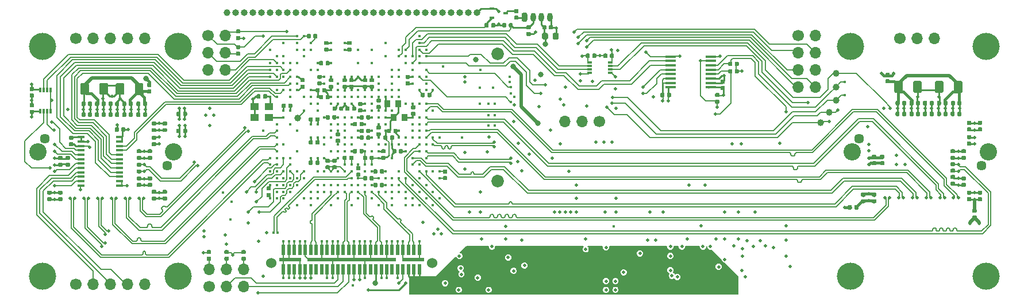
<source format=gbl>
G04 #@! TF.GenerationSoftware,KiCad,Pcbnew,6.0.0-rc1-unknown-8ecdf58~84~ubuntu16.04.1*
G04 #@! TF.CreationDate,2018-10-22T17:09:18+08:00*
G04 #@! TF.ProjectId,ovc2_stereo,6F7663325F73746572656F2E6B696361,rev?*
G04 #@! TF.SameCoordinates,Original*
G04 #@! TF.FileFunction,Copper,L6,Bot*
G04 #@! TF.FilePolarity,Positive*
%FSLAX46Y46*%
G04 Gerber Fmt 4.6, Leading zero omitted, Abs format (unit mm)*
G04 Created by KiCad (PCBNEW 6.0.0-rc1-unknown-8ecdf58~84~ubuntu16.04.1) date Mon 22 Oct 2018 05:09:18 PM +08*
%MOMM*%
%LPD*%
G01*
G04 APERTURE LIST*
G04 #@! TA.AperFunction,ComponentPad*
%ADD10C,1.450000*%
G04 #@! TD*
G04 #@! TA.AperFunction,ComponentPad*
%ADD11C,2.550000*%
G04 #@! TD*
G04 #@! TA.AperFunction,ComponentPad*
%ADD12O,1.700000X1.700000*%
G04 #@! TD*
G04 #@! TA.AperFunction,ComponentPad*
%ADD13C,1.700000*%
G04 #@! TD*
G04 #@! TA.AperFunction,BGAPad,CuDef*
%ADD14C,1.000000*%
G04 #@! TD*
G04 #@! TA.AperFunction,Conductor*
%ADD15C,0.100000*%
G04 #@! TD*
G04 #@! TA.AperFunction,SMDPad,CuDef*
%ADD16C,1.250000*%
G04 #@! TD*
G04 #@! TA.AperFunction,SMDPad,CuDef*
%ADD17C,0.590000*%
G04 #@! TD*
G04 #@! TA.AperFunction,SMDPad,CuDef*
%ADD18R,0.800000X0.300000*%
G04 #@! TD*
G04 #@! TA.AperFunction,SMDPad,CuDef*
%ADD19R,0.700000X0.450000*%
G04 #@! TD*
G04 #@! TA.AperFunction,SMDPad,CuDef*
%ADD20C,0.875000*%
G04 #@! TD*
G04 #@! TA.AperFunction,ComponentPad*
%ADD21O,0.800000X1.300000*%
G04 #@! TD*
G04 #@! TA.AperFunction,ComponentPad*
%ADD22C,0.800000*%
G04 #@! TD*
G04 #@! TA.AperFunction,ComponentPad*
%ADD23O,1.000000X1.000000*%
G04 #@! TD*
G04 #@! TA.AperFunction,ComponentPad*
%ADD24C,1.000000*%
G04 #@! TD*
G04 #@! TA.AperFunction,SMDPad,CuDef*
%ADD25R,0.820000X1.000000*%
G04 #@! TD*
G04 #@! TA.AperFunction,SMDPad,CuDef*
%ADD26R,1.500000X0.450000*%
G04 #@! TD*
G04 #@! TA.AperFunction,ComponentPad*
%ADD27C,1.850000*%
G04 #@! TD*
G04 #@! TA.AperFunction,SMDPad,CuDef*
%ADD28R,0.300000X0.800000*%
G04 #@! TD*
G04 #@! TA.AperFunction,SMDPad,CuDef*
%ADD29R,1.100000X0.400000*%
G04 #@! TD*
G04 #@! TA.AperFunction,SMDPad,CuDef*
%ADD30R,0.500000X1.500000*%
G04 #@! TD*
G04 #@! TA.AperFunction,SMDPad,CuDef*
%ADD31R,3.275000X0.510000*%
G04 #@! TD*
G04 #@! TA.AperFunction,SMDPad,CuDef*
%ADD32R,13.150000X0.510000*%
G04 #@! TD*
G04 #@! TA.AperFunction,ComponentPad*
%ADD33C,1.530000*%
G04 #@! TD*
G04 #@! TA.AperFunction,SMDPad,CuDef*
%ADD34R,1.300000X1.100000*%
G04 #@! TD*
G04 #@! TA.AperFunction,ViaPad*
%ADD35C,4.000000*%
G04 #@! TD*
G04 #@! TA.AperFunction,ViaPad*
%ADD36C,0.406400*%
G04 #@! TD*
G04 #@! TA.AperFunction,ViaPad*
%ADD37C,0.508000*%
G04 #@! TD*
G04 #@! TA.AperFunction,ViaPad*
%ADD38C,0.510000*%
G04 #@! TD*
G04 #@! TA.AperFunction,ViaPad*
%ADD39C,0.800000*%
G04 #@! TD*
G04 #@! TA.AperFunction,Conductor*
%ADD40C,0.177800*%
G04 #@! TD*
G04 #@! TA.AperFunction,Conductor*
%ADD41C,0.254000*%
G04 #@! TD*
G04 #@! TA.AperFunction,Conductor*
%ADD42C,0.250000*%
G04 #@! TD*
G04 #@! TA.AperFunction,Conductor*
%ADD43C,0.178000*%
G04 #@! TD*
G04 #@! TA.AperFunction,Conductor*
%ADD44C,0.400000*%
G04 #@! TD*
G04 #@! TA.AperFunction,Conductor*
%ADD45C,0.508000*%
G04 #@! TD*
G04 #@! TA.AperFunction,Conductor*
%ADD46C,0.203200*%
G04 #@! TD*
G04 #@! TA.AperFunction,Conductor*
%ADD47C,0.279400*%
G04 #@! TD*
G04 #@! TA.AperFunction,Conductor*
%ADD48C,0.152400*%
G04 #@! TD*
G04 #@! TA.AperFunction,Conductor*
%ADD49C,0.170000*%
G04 #@! TD*
G04 APERTURE END LIST*
D10*
G04 #@! TO.P,J9,1*
G04 #@! TO.N,GND*
X189320000Y-83630000D03*
X207320000Y-87630000D03*
D11*
X208320000Y-85630000D03*
X188320000Y-85630000D03*
G04 #@! TD*
D10*
G04 #@! TO.P,J8,1*
G04 #@! TO.N,GND*
X69320000Y-83630000D03*
X87320000Y-87630000D03*
D11*
X88320000Y-85630000D03*
X68320000Y-85630000D03*
G04 #@! TD*
D12*
G04 #@! TO.P,J6,6*
G04 #@! TO.N,FPGA_TCK*
X95940000Y-73480000D03*
G04 #@! TO.P,J6,5*
G04 #@! TO.N,GND*
X93400000Y-73480000D03*
G04 #@! TO.P,J6,4*
G04 #@! TO.N,+1V8*
X95940000Y-70940000D03*
G04 #@! TO.P,J6,3*
G04 #@! TO.N,FPGA_TDO*
X93400000Y-70940000D03*
G04 #@! TO.P,J6,2*
G04 #@! TO.N,FPGA_TMS*
X95940000Y-68400000D03*
D13*
G04 #@! TO.P,J6,1*
G04 #@! TO.N,FPGA_TDI*
X93400000Y-68400000D03*
G04 #@! TD*
D12*
G04 #@! TO.P,J12,8*
G04 #@! TO.N,IMU_SCK_3V3*
X182840000Y-76020000D03*
G04 #@! TO.P,J12,7*
G04 #@! TO.N,IMU_MOSI_3V3*
X180300000Y-76020000D03*
G04 #@! TO.P,J12,6*
G04 #@! TO.N,IMU_MISO_3V3*
X182840000Y-73480000D03*
G04 #@! TO.P,J12,5*
G04 #@! TO.N,IMU_NRST_3V3*
X180300000Y-73480000D03*
G04 #@! TO.P,J12,4*
G04 #@! TO.N,IMU_CS_3V3*
X182840000Y-70940000D03*
G04 #@! TO.P,J12,3*
G04 #@! TO.N,IMU_SYNC_IN_3V3*
X180300000Y-70940000D03*
G04 #@! TO.P,J12,2*
G04 #@! TO.N,GND*
X182840000Y-68400000D03*
D13*
G04 #@! TO.P,J12,1*
G04 #@! TO.N,IMU_SYNC_OUT_3V3*
X180300000Y-68400000D03*
G04 #@! TD*
D14*
G04 #@! TO.P,TP7,1*
G04 #@! TO.N,+12V*
X168700000Y-105300000D03*
G04 #@! TD*
D12*
G04 #@! TO.P,J13,3*
G04 #@! TO.N,GND*
X200380000Y-68800000D03*
G04 #@! TO.P,J13,2*
G04 #@! TO.N,+1V8*
X197840000Y-68800000D03*
D13*
G04 #@! TO.P,J13,1*
G04 #@! TO.N,+3V3*
X195300000Y-68800000D03*
G04 #@! TD*
D14*
G04 #@! TO.P,TP6,1*
G04 #@! TO.N,CAM1_SCK_3V3*
X183600000Y-81300000D03*
G04 #@! TD*
G04 #@! TO.P,TP5,1*
G04 #@! TO.N,CAM1_MOSI_3V3*
X184900000Y-79800000D03*
G04 #@! TD*
G04 #@! TO.P,TP4,1*
G04 #@! TO.N,CAM1_CS_3V3*
X185900000Y-78000000D03*
G04 #@! TD*
G04 #@! TO.P,TP2,1*
G04 #@! TO.N,CAM1_MISO_3V3*
X185900000Y-76000000D03*
G04 #@! TD*
G04 #@! TO.P,TP1,1*
G04 #@! TO.N,CAM1_TRG_3V3*
X185900000Y-74000000D03*
G04 #@! TD*
G04 #@! TO.P,TP3,1*
G04 #@! TO.N,/fpga_io/CONF_CRC_ERROR*
X106600000Y-80600000D03*
G04 #@! TD*
D15*
G04 #@! TO.N,GND*
G04 #@! TO.C,C111*
G36*
X201499504Y-75126204D02*
X201523773Y-75129804D01*
X201547571Y-75135765D01*
X201570671Y-75144030D01*
X201592849Y-75154520D01*
X201613893Y-75167133D01*
X201633598Y-75181747D01*
X201651777Y-75198223D01*
X201668253Y-75216402D01*
X201682867Y-75236107D01*
X201695480Y-75257151D01*
X201705970Y-75279329D01*
X201714235Y-75302429D01*
X201720196Y-75326227D01*
X201723796Y-75350496D01*
X201725000Y-75375000D01*
X201725000Y-76625000D01*
X201723796Y-76649504D01*
X201720196Y-76673773D01*
X201714235Y-76697571D01*
X201705970Y-76720671D01*
X201695480Y-76742849D01*
X201682867Y-76763893D01*
X201668253Y-76783598D01*
X201651777Y-76801777D01*
X201633598Y-76818253D01*
X201613893Y-76832867D01*
X201592849Y-76845480D01*
X201570671Y-76855970D01*
X201547571Y-76864235D01*
X201523773Y-76870196D01*
X201499504Y-76873796D01*
X201475000Y-76875000D01*
X200725000Y-76875000D01*
X200700496Y-76873796D01*
X200676227Y-76870196D01*
X200652429Y-76864235D01*
X200629329Y-76855970D01*
X200607151Y-76845480D01*
X200586107Y-76832867D01*
X200566402Y-76818253D01*
X200548223Y-76801777D01*
X200531747Y-76783598D01*
X200517133Y-76763893D01*
X200504520Y-76742849D01*
X200494030Y-76720671D01*
X200485765Y-76697571D01*
X200479804Y-76673773D01*
X200476204Y-76649504D01*
X200475000Y-76625000D01*
X200475000Y-75375000D01*
X200476204Y-75350496D01*
X200479804Y-75326227D01*
X200485765Y-75302429D01*
X200494030Y-75279329D01*
X200504520Y-75257151D01*
X200517133Y-75236107D01*
X200531747Y-75216402D01*
X200548223Y-75198223D01*
X200566402Y-75181747D01*
X200586107Y-75167133D01*
X200607151Y-75154520D01*
X200629329Y-75144030D01*
X200652429Y-75135765D01*
X200676227Y-75129804D01*
X200700496Y-75126204D01*
X200725000Y-75125000D01*
X201475000Y-75125000D01*
X201499504Y-75126204D01*
X201499504Y-75126204D01*
G37*
D16*
G04 #@! TD*
G04 #@! TO.P,C111,2*
G04 #@! TO.N,GND*
X201100000Y-76000000D03*
D15*
G04 #@! TO.N,/imagers/CAM1_VDDPIX*
G04 #@! TO.C,C111*
G36*
X204299504Y-75126204D02*
X204323773Y-75129804D01*
X204347571Y-75135765D01*
X204370671Y-75144030D01*
X204392849Y-75154520D01*
X204413893Y-75167133D01*
X204433598Y-75181747D01*
X204451777Y-75198223D01*
X204468253Y-75216402D01*
X204482867Y-75236107D01*
X204495480Y-75257151D01*
X204505970Y-75279329D01*
X204514235Y-75302429D01*
X204520196Y-75326227D01*
X204523796Y-75350496D01*
X204525000Y-75375000D01*
X204525000Y-76625000D01*
X204523796Y-76649504D01*
X204520196Y-76673773D01*
X204514235Y-76697571D01*
X204505970Y-76720671D01*
X204495480Y-76742849D01*
X204482867Y-76763893D01*
X204468253Y-76783598D01*
X204451777Y-76801777D01*
X204433598Y-76818253D01*
X204413893Y-76832867D01*
X204392849Y-76845480D01*
X204370671Y-76855970D01*
X204347571Y-76864235D01*
X204323773Y-76870196D01*
X204299504Y-76873796D01*
X204275000Y-76875000D01*
X203525000Y-76875000D01*
X203500496Y-76873796D01*
X203476227Y-76870196D01*
X203452429Y-76864235D01*
X203429329Y-76855970D01*
X203407151Y-76845480D01*
X203386107Y-76832867D01*
X203366402Y-76818253D01*
X203348223Y-76801777D01*
X203331747Y-76783598D01*
X203317133Y-76763893D01*
X203304520Y-76742849D01*
X203294030Y-76720671D01*
X203285765Y-76697571D01*
X203279804Y-76673773D01*
X203276204Y-76649504D01*
X203275000Y-76625000D01*
X203275000Y-75375000D01*
X203276204Y-75350496D01*
X203279804Y-75326227D01*
X203285765Y-75302429D01*
X203294030Y-75279329D01*
X203304520Y-75257151D01*
X203317133Y-75236107D01*
X203331747Y-75216402D01*
X203348223Y-75198223D01*
X203366402Y-75181747D01*
X203386107Y-75167133D01*
X203407151Y-75154520D01*
X203429329Y-75144030D01*
X203452429Y-75135765D01*
X203476227Y-75129804D01*
X203500496Y-75126204D01*
X203525000Y-75125000D01*
X204275000Y-75125000D01*
X204299504Y-75126204D01*
X204299504Y-75126204D01*
G37*
D16*
G04 #@! TD*
G04 #@! TO.P,C111,1*
G04 #@! TO.N,/imagers/CAM1_VDDPIX*
X203900000Y-76000000D03*
D15*
G04 #@! TO.N,GND*
G04 #@! TO.C,C53*
G36*
X78399504Y-75426204D02*
X78423773Y-75429804D01*
X78447571Y-75435765D01*
X78470671Y-75444030D01*
X78492849Y-75454520D01*
X78513893Y-75467133D01*
X78533598Y-75481747D01*
X78551777Y-75498223D01*
X78568253Y-75516402D01*
X78582867Y-75536107D01*
X78595480Y-75557151D01*
X78605970Y-75579329D01*
X78614235Y-75602429D01*
X78620196Y-75626227D01*
X78623796Y-75650496D01*
X78625000Y-75675000D01*
X78625000Y-76925000D01*
X78623796Y-76949504D01*
X78620196Y-76973773D01*
X78614235Y-76997571D01*
X78605970Y-77020671D01*
X78595480Y-77042849D01*
X78582867Y-77063893D01*
X78568253Y-77083598D01*
X78551777Y-77101777D01*
X78533598Y-77118253D01*
X78513893Y-77132867D01*
X78492849Y-77145480D01*
X78470671Y-77155970D01*
X78447571Y-77164235D01*
X78423773Y-77170196D01*
X78399504Y-77173796D01*
X78375000Y-77175000D01*
X77625000Y-77175000D01*
X77600496Y-77173796D01*
X77576227Y-77170196D01*
X77552429Y-77164235D01*
X77529329Y-77155970D01*
X77507151Y-77145480D01*
X77486107Y-77132867D01*
X77466402Y-77118253D01*
X77448223Y-77101777D01*
X77431747Y-77083598D01*
X77417133Y-77063893D01*
X77404520Y-77042849D01*
X77394030Y-77020671D01*
X77385765Y-76997571D01*
X77379804Y-76973773D01*
X77376204Y-76949504D01*
X77375000Y-76925000D01*
X77375000Y-75675000D01*
X77376204Y-75650496D01*
X77379804Y-75626227D01*
X77385765Y-75602429D01*
X77394030Y-75579329D01*
X77404520Y-75557151D01*
X77417133Y-75536107D01*
X77431747Y-75516402D01*
X77448223Y-75498223D01*
X77466402Y-75481747D01*
X77486107Y-75467133D01*
X77507151Y-75454520D01*
X77529329Y-75444030D01*
X77552429Y-75435765D01*
X77576227Y-75429804D01*
X77600496Y-75426204D01*
X77625000Y-75425000D01*
X78375000Y-75425000D01*
X78399504Y-75426204D01*
X78399504Y-75426204D01*
G37*
D16*
G04 #@! TD*
G04 #@! TO.P,C53,2*
G04 #@! TO.N,GND*
X78000000Y-76300000D03*
D15*
G04 #@! TO.N,/imagers/CAM2_VDDPIX*
G04 #@! TO.C,C53*
G36*
X75599504Y-75426204D02*
X75623773Y-75429804D01*
X75647571Y-75435765D01*
X75670671Y-75444030D01*
X75692849Y-75454520D01*
X75713893Y-75467133D01*
X75733598Y-75481747D01*
X75751777Y-75498223D01*
X75768253Y-75516402D01*
X75782867Y-75536107D01*
X75795480Y-75557151D01*
X75805970Y-75579329D01*
X75814235Y-75602429D01*
X75820196Y-75626227D01*
X75823796Y-75650496D01*
X75825000Y-75675000D01*
X75825000Y-76925000D01*
X75823796Y-76949504D01*
X75820196Y-76973773D01*
X75814235Y-76997571D01*
X75805970Y-77020671D01*
X75795480Y-77042849D01*
X75782867Y-77063893D01*
X75768253Y-77083598D01*
X75751777Y-77101777D01*
X75733598Y-77118253D01*
X75713893Y-77132867D01*
X75692849Y-77145480D01*
X75670671Y-77155970D01*
X75647571Y-77164235D01*
X75623773Y-77170196D01*
X75599504Y-77173796D01*
X75575000Y-77175000D01*
X74825000Y-77175000D01*
X74800496Y-77173796D01*
X74776227Y-77170196D01*
X74752429Y-77164235D01*
X74729329Y-77155970D01*
X74707151Y-77145480D01*
X74686107Y-77132867D01*
X74666402Y-77118253D01*
X74648223Y-77101777D01*
X74631747Y-77083598D01*
X74617133Y-77063893D01*
X74604520Y-77042849D01*
X74594030Y-77020671D01*
X74585765Y-76997571D01*
X74579804Y-76973773D01*
X74576204Y-76949504D01*
X74575000Y-76925000D01*
X74575000Y-75675000D01*
X74576204Y-75650496D01*
X74579804Y-75626227D01*
X74585765Y-75602429D01*
X74594030Y-75579329D01*
X74604520Y-75557151D01*
X74617133Y-75536107D01*
X74631747Y-75516402D01*
X74648223Y-75498223D01*
X74666402Y-75481747D01*
X74686107Y-75467133D01*
X74707151Y-75454520D01*
X74729329Y-75444030D01*
X74752429Y-75435765D01*
X74776227Y-75429804D01*
X74800496Y-75426204D01*
X74825000Y-75425000D01*
X75575000Y-75425000D01*
X75599504Y-75426204D01*
X75599504Y-75426204D01*
G37*
D16*
G04 #@! TD*
G04 #@! TO.P,C53,1*
G04 #@! TO.N,/imagers/CAM2_VDDPIX*
X75200000Y-76300000D03*
D15*
G04 #@! TO.N,GND*
G04 #@! TO.C,C54*
G36*
X80799504Y-75426204D02*
X80823773Y-75429804D01*
X80847571Y-75435765D01*
X80870671Y-75444030D01*
X80892849Y-75454520D01*
X80913893Y-75467133D01*
X80933598Y-75481747D01*
X80951777Y-75498223D01*
X80968253Y-75516402D01*
X80982867Y-75536107D01*
X80995480Y-75557151D01*
X81005970Y-75579329D01*
X81014235Y-75602429D01*
X81020196Y-75626227D01*
X81023796Y-75650496D01*
X81025000Y-75675000D01*
X81025000Y-76925000D01*
X81023796Y-76949504D01*
X81020196Y-76973773D01*
X81014235Y-76997571D01*
X81005970Y-77020671D01*
X80995480Y-77042849D01*
X80982867Y-77063893D01*
X80968253Y-77083598D01*
X80951777Y-77101777D01*
X80933598Y-77118253D01*
X80913893Y-77132867D01*
X80892849Y-77145480D01*
X80870671Y-77155970D01*
X80847571Y-77164235D01*
X80823773Y-77170196D01*
X80799504Y-77173796D01*
X80775000Y-77175000D01*
X80025000Y-77175000D01*
X80000496Y-77173796D01*
X79976227Y-77170196D01*
X79952429Y-77164235D01*
X79929329Y-77155970D01*
X79907151Y-77145480D01*
X79886107Y-77132867D01*
X79866402Y-77118253D01*
X79848223Y-77101777D01*
X79831747Y-77083598D01*
X79817133Y-77063893D01*
X79804520Y-77042849D01*
X79794030Y-77020671D01*
X79785765Y-76997571D01*
X79779804Y-76973773D01*
X79776204Y-76949504D01*
X79775000Y-76925000D01*
X79775000Y-75675000D01*
X79776204Y-75650496D01*
X79779804Y-75626227D01*
X79785765Y-75602429D01*
X79794030Y-75579329D01*
X79804520Y-75557151D01*
X79817133Y-75536107D01*
X79831747Y-75516402D01*
X79848223Y-75498223D01*
X79866402Y-75481747D01*
X79886107Y-75467133D01*
X79907151Y-75454520D01*
X79929329Y-75444030D01*
X79952429Y-75435765D01*
X79976227Y-75429804D01*
X80000496Y-75426204D01*
X80025000Y-75425000D01*
X80775000Y-75425000D01*
X80799504Y-75426204D01*
X80799504Y-75426204D01*
G37*
D16*
G04 #@! TD*
G04 #@! TO.P,C54,2*
G04 #@! TO.N,GND*
X80400000Y-76300000D03*
D15*
G04 #@! TO.N,/imagers/CAM2_VDDPIX*
G04 #@! TO.C,C54*
G36*
X83599504Y-75426204D02*
X83623773Y-75429804D01*
X83647571Y-75435765D01*
X83670671Y-75444030D01*
X83692849Y-75454520D01*
X83713893Y-75467133D01*
X83733598Y-75481747D01*
X83751777Y-75498223D01*
X83768253Y-75516402D01*
X83782867Y-75536107D01*
X83795480Y-75557151D01*
X83805970Y-75579329D01*
X83814235Y-75602429D01*
X83820196Y-75626227D01*
X83823796Y-75650496D01*
X83825000Y-75675000D01*
X83825000Y-76925000D01*
X83823796Y-76949504D01*
X83820196Y-76973773D01*
X83814235Y-76997571D01*
X83805970Y-77020671D01*
X83795480Y-77042849D01*
X83782867Y-77063893D01*
X83768253Y-77083598D01*
X83751777Y-77101777D01*
X83733598Y-77118253D01*
X83713893Y-77132867D01*
X83692849Y-77145480D01*
X83670671Y-77155970D01*
X83647571Y-77164235D01*
X83623773Y-77170196D01*
X83599504Y-77173796D01*
X83575000Y-77175000D01*
X82825000Y-77175000D01*
X82800496Y-77173796D01*
X82776227Y-77170196D01*
X82752429Y-77164235D01*
X82729329Y-77155970D01*
X82707151Y-77145480D01*
X82686107Y-77132867D01*
X82666402Y-77118253D01*
X82648223Y-77101777D01*
X82631747Y-77083598D01*
X82617133Y-77063893D01*
X82604520Y-77042849D01*
X82594030Y-77020671D01*
X82585765Y-76997571D01*
X82579804Y-76973773D01*
X82576204Y-76949504D01*
X82575000Y-76925000D01*
X82575000Y-75675000D01*
X82576204Y-75650496D01*
X82579804Y-75626227D01*
X82585765Y-75602429D01*
X82594030Y-75579329D01*
X82604520Y-75557151D01*
X82617133Y-75536107D01*
X82631747Y-75516402D01*
X82648223Y-75498223D01*
X82666402Y-75481747D01*
X82686107Y-75467133D01*
X82707151Y-75454520D01*
X82729329Y-75444030D01*
X82752429Y-75435765D01*
X82776227Y-75429804D01*
X82800496Y-75426204D01*
X82825000Y-75425000D01*
X83575000Y-75425000D01*
X83599504Y-75426204D01*
X83599504Y-75426204D01*
G37*
D16*
G04 #@! TD*
G04 #@! TO.P,C54,1*
G04 #@! TO.N,/imagers/CAM2_VDDPIX*
X83200000Y-76300000D03*
D15*
G04 #@! TO.N,GND*
G04 #@! TO.C,C114*
G36*
X198299504Y-75126204D02*
X198323773Y-75129804D01*
X198347571Y-75135765D01*
X198370671Y-75144030D01*
X198392849Y-75154520D01*
X198413893Y-75167133D01*
X198433598Y-75181747D01*
X198451777Y-75198223D01*
X198468253Y-75216402D01*
X198482867Y-75236107D01*
X198495480Y-75257151D01*
X198505970Y-75279329D01*
X198514235Y-75302429D01*
X198520196Y-75326227D01*
X198523796Y-75350496D01*
X198525000Y-75375000D01*
X198525000Y-76625000D01*
X198523796Y-76649504D01*
X198520196Y-76673773D01*
X198514235Y-76697571D01*
X198505970Y-76720671D01*
X198495480Y-76742849D01*
X198482867Y-76763893D01*
X198468253Y-76783598D01*
X198451777Y-76801777D01*
X198433598Y-76818253D01*
X198413893Y-76832867D01*
X198392849Y-76845480D01*
X198370671Y-76855970D01*
X198347571Y-76864235D01*
X198323773Y-76870196D01*
X198299504Y-76873796D01*
X198275000Y-76875000D01*
X197525000Y-76875000D01*
X197500496Y-76873796D01*
X197476227Y-76870196D01*
X197452429Y-76864235D01*
X197429329Y-76855970D01*
X197407151Y-76845480D01*
X197386107Y-76832867D01*
X197366402Y-76818253D01*
X197348223Y-76801777D01*
X197331747Y-76783598D01*
X197317133Y-76763893D01*
X197304520Y-76742849D01*
X197294030Y-76720671D01*
X197285765Y-76697571D01*
X197279804Y-76673773D01*
X197276204Y-76649504D01*
X197275000Y-76625000D01*
X197275000Y-75375000D01*
X197276204Y-75350496D01*
X197279804Y-75326227D01*
X197285765Y-75302429D01*
X197294030Y-75279329D01*
X197304520Y-75257151D01*
X197317133Y-75236107D01*
X197331747Y-75216402D01*
X197348223Y-75198223D01*
X197366402Y-75181747D01*
X197386107Y-75167133D01*
X197407151Y-75154520D01*
X197429329Y-75144030D01*
X197452429Y-75135765D01*
X197476227Y-75129804D01*
X197500496Y-75126204D01*
X197525000Y-75125000D01*
X198275000Y-75125000D01*
X198299504Y-75126204D01*
X198299504Y-75126204D01*
G37*
D16*
G04 #@! TD*
G04 #@! TO.P,C114,2*
G04 #@! TO.N,GND*
X197900000Y-76000000D03*
D15*
G04 #@! TO.N,/imagers/CAM1_VDDPIX*
G04 #@! TO.C,C114*
G36*
X195499504Y-75126204D02*
X195523773Y-75129804D01*
X195547571Y-75135765D01*
X195570671Y-75144030D01*
X195592849Y-75154520D01*
X195613893Y-75167133D01*
X195633598Y-75181747D01*
X195651777Y-75198223D01*
X195668253Y-75216402D01*
X195682867Y-75236107D01*
X195695480Y-75257151D01*
X195705970Y-75279329D01*
X195714235Y-75302429D01*
X195720196Y-75326227D01*
X195723796Y-75350496D01*
X195725000Y-75375000D01*
X195725000Y-76625000D01*
X195723796Y-76649504D01*
X195720196Y-76673773D01*
X195714235Y-76697571D01*
X195705970Y-76720671D01*
X195695480Y-76742849D01*
X195682867Y-76763893D01*
X195668253Y-76783598D01*
X195651777Y-76801777D01*
X195633598Y-76818253D01*
X195613893Y-76832867D01*
X195592849Y-76845480D01*
X195570671Y-76855970D01*
X195547571Y-76864235D01*
X195523773Y-76870196D01*
X195499504Y-76873796D01*
X195475000Y-76875000D01*
X194725000Y-76875000D01*
X194700496Y-76873796D01*
X194676227Y-76870196D01*
X194652429Y-76864235D01*
X194629329Y-76855970D01*
X194607151Y-76845480D01*
X194586107Y-76832867D01*
X194566402Y-76818253D01*
X194548223Y-76801777D01*
X194531747Y-76783598D01*
X194517133Y-76763893D01*
X194504520Y-76742849D01*
X194494030Y-76720671D01*
X194485765Y-76697571D01*
X194479804Y-76673773D01*
X194476204Y-76649504D01*
X194475000Y-76625000D01*
X194475000Y-75375000D01*
X194476204Y-75350496D01*
X194479804Y-75326227D01*
X194485765Y-75302429D01*
X194494030Y-75279329D01*
X194504520Y-75257151D01*
X194517133Y-75236107D01*
X194531747Y-75216402D01*
X194548223Y-75198223D01*
X194566402Y-75181747D01*
X194586107Y-75167133D01*
X194607151Y-75154520D01*
X194629329Y-75144030D01*
X194652429Y-75135765D01*
X194676227Y-75129804D01*
X194700496Y-75126204D01*
X194725000Y-75125000D01*
X195475000Y-75125000D01*
X195499504Y-75126204D01*
X195499504Y-75126204D01*
G37*
D16*
G04 #@! TD*
G04 #@! TO.P,C114,1*
G04 #@! TO.N,/imagers/CAM1_VDDPIX*
X195100000Y-76000000D03*
D15*
G04 #@! TO.N,CAM1_CLKIN+*
G04 #@! TO.C,R61*
G36*
X203286958Y-87120710D02*
X203301276Y-87122834D01*
X203315317Y-87126351D01*
X203328946Y-87131228D01*
X203342031Y-87137417D01*
X203354447Y-87144858D01*
X203366073Y-87153481D01*
X203376798Y-87163202D01*
X203386519Y-87173927D01*
X203395142Y-87185553D01*
X203402583Y-87197969D01*
X203408772Y-87211054D01*
X203413649Y-87224683D01*
X203417166Y-87238724D01*
X203419290Y-87253042D01*
X203420000Y-87267500D01*
X203420000Y-87562500D01*
X203419290Y-87576958D01*
X203417166Y-87591276D01*
X203413649Y-87605317D01*
X203408772Y-87618946D01*
X203402583Y-87632031D01*
X203395142Y-87644447D01*
X203386519Y-87656073D01*
X203376798Y-87666798D01*
X203366073Y-87676519D01*
X203354447Y-87685142D01*
X203342031Y-87692583D01*
X203328946Y-87698772D01*
X203315317Y-87703649D01*
X203301276Y-87707166D01*
X203286958Y-87709290D01*
X203272500Y-87710000D01*
X202927500Y-87710000D01*
X202913042Y-87709290D01*
X202898724Y-87707166D01*
X202884683Y-87703649D01*
X202871054Y-87698772D01*
X202857969Y-87692583D01*
X202845553Y-87685142D01*
X202833927Y-87676519D01*
X202823202Y-87666798D01*
X202813481Y-87656073D01*
X202804858Y-87644447D01*
X202797417Y-87632031D01*
X202791228Y-87618946D01*
X202786351Y-87605317D01*
X202782834Y-87591276D01*
X202780710Y-87576958D01*
X202780000Y-87562500D01*
X202780000Y-87267500D01*
X202780710Y-87253042D01*
X202782834Y-87238724D01*
X202786351Y-87224683D01*
X202791228Y-87211054D01*
X202797417Y-87197969D01*
X202804858Y-87185553D01*
X202813481Y-87173927D01*
X202823202Y-87163202D01*
X202833927Y-87153481D01*
X202845553Y-87144858D01*
X202857969Y-87137417D01*
X202871054Y-87131228D01*
X202884683Y-87126351D01*
X202898724Y-87122834D01*
X202913042Y-87120710D01*
X202927500Y-87120000D01*
X203272500Y-87120000D01*
X203286958Y-87120710D01*
X203286958Y-87120710D01*
G37*
D17*
G04 #@! TD*
G04 #@! TO.P,R61,2*
G04 #@! TO.N,CAM1_CLKIN+*
X203100000Y-87415000D03*
D15*
G04 #@! TO.N,CAM1_CLKIN-*
G04 #@! TO.C,R61*
G36*
X203286958Y-88090710D02*
X203301276Y-88092834D01*
X203315317Y-88096351D01*
X203328946Y-88101228D01*
X203342031Y-88107417D01*
X203354447Y-88114858D01*
X203366073Y-88123481D01*
X203376798Y-88133202D01*
X203386519Y-88143927D01*
X203395142Y-88155553D01*
X203402583Y-88167969D01*
X203408772Y-88181054D01*
X203413649Y-88194683D01*
X203417166Y-88208724D01*
X203419290Y-88223042D01*
X203420000Y-88237500D01*
X203420000Y-88532500D01*
X203419290Y-88546958D01*
X203417166Y-88561276D01*
X203413649Y-88575317D01*
X203408772Y-88588946D01*
X203402583Y-88602031D01*
X203395142Y-88614447D01*
X203386519Y-88626073D01*
X203376798Y-88636798D01*
X203366073Y-88646519D01*
X203354447Y-88655142D01*
X203342031Y-88662583D01*
X203328946Y-88668772D01*
X203315317Y-88673649D01*
X203301276Y-88677166D01*
X203286958Y-88679290D01*
X203272500Y-88680000D01*
X202927500Y-88680000D01*
X202913042Y-88679290D01*
X202898724Y-88677166D01*
X202884683Y-88673649D01*
X202871054Y-88668772D01*
X202857969Y-88662583D01*
X202845553Y-88655142D01*
X202833927Y-88646519D01*
X202823202Y-88636798D01*
X202813481Y-88626073D01*
X202804858Y-88614447D01*
X202797417Y-88602031D01*
X202791228Y-88588946D01*
X202786351Y-88575317D01*
X202782834Y-88561276D01*
X202780710Y-88546958D01*
X202780000Y-88532500D01*
X202780000Y-88237500D01*
X202780710Y-88223042D01*
X202782834Y-88208724D01*
X202786351Y-88194683D01*
X202791228Y-88181054D01*
X202797417Y-88167969D01*
X202804858Y-88155553D01*
X202813481Y-88143927D01*
X202823202Y-88133202D01*
X202833927Y-88123481D01*
X202845553Y-88114858D01*
X202857969Y-88107417D01*
X202871054Y-88101228D01*
X202884683Y-88096351D01*
X202898724Y-88092834D01*
X202913042Y-88090710D01*
X202927500Y-88090000D01*
X203272500Y-88090000D01*
X203286958Y-88090710D01*
X203286958Y-88090710D01*
G37*
D17*
G04 #@! TD*
G04 #@! TO.P,R61,1*
G04 #@! TO.N,CAM1_CLKIN-*
X203100000Y-88385000D03*
D15*
G04 #@! TO.N,FAN_TACH*
G04 #@! TO.C,R27*
G36*
X138146958Y-66580710D02*
X138161276Y-66582834D01*
X138175317Y-66586351D01*
X138188946Y-66591228D01*
X138202031Y-66597417D01*
X138214447Y-66604858D01*
X138226073Y-66613481D01*
X138236798Y-66623202D01*
X138246519Y-66633927D01*
X138255142Y-66645553D01*
X138262583Y-66657969D01*
X138268772Y-66671054D01*
X138273649Y-66684683D01*
X138277166Y-66698724D01*
X138279290Y-66713042D01*
X138280000Y-66727500D01*
X138280000Y-67072500D01*
X138279290Y-67086958D01*
X138277166Y-67101276D01*
X138273649Y-67115317D01*
X138268772Y-67128946D01*
X138262583Y-67142031D01*
X138255142Y-67154447D01*
X138246519Y-67166073D01*
X138236798Y-67176798D01*
X138226073Y-67186519D01*
X138214447Y-67195142D01*
X138202031Y-67202583D01*
X138188946Y-67208772D01*
X138175317Y-67213649D01*
X138161276Y-67217166D01*
X138146958Y-67219290D01*
X138132500Y-67220000D01*
X137837500Y-67220000D01*
X137823042Y-67219290D01*
X137808724Y-67217166D01*
X137794683Y-67213649D01*
X137781054Y-67208772D01*
X137767969Y-67202583D01*
X137755553Y-67195142D01*
X137743927Y-67186519D01*
X137733202Y-67176798D01*
X137723481Y-67166073D01*
X137714858Y-67154447D01*
X137707417Y-67142031D01*
X137701228Y-67128946D01*
X137696351Y-67115317D01*
X137692834Y-67101276D01*
X137690710Y-67086958D01*
X137690000Y-67072500D01*
X137690000Y-66727500D01*
X137690710Y-66713042D01*
X137692834Y-66698724D01*
X137696351Y-66684683D01*
X137701228Y-66671054D01*
X137707417Y-66657969D01*
X137714858Y-66645553D01*
X137723481Y-66633927D01*
X137733202Y-66623202D01*
X137743927Y-66613481D01*
X137755553Y-66604858D01*
X137767969Y-66597417D01*
X137781054Y-66591228D01*
X137794683Y-66586351D01*
X137808724Y-66582834D01*
X137823042Y-66580710D01*
X137837500Y-66580000D01*
X138132500Y-66580000D01*
X138146958Y-66580710D01*
X138146958Y-66580710D01*
G37*
D17*
G04 #@! TD*
G04 #@! TO.P,R27,2*
G04 #@! TO.N,FAN_TACH*
X137985000Y-66900000D03*
D15*
G04 #@! TO.N,+1V8*
G04 #@! TO.C,R27*
G36*
X137176958Y-66580710D02*
X137191276Y-66582834D01*
X137205317Y-66586351D01*
X137218946Y-66591228D01*
X137232031Y-66597417D01*
X137244447Y-66604858D01*
X137256073Y-66613481D01*
X137266798Y-66623202D01*
X137276519Y-66633927D01*
X137285142Y-66645553D01*
X137292583Y-66657969D01*
X137298772Y-66671054D01*
X137303649Y-66684683D01*
X137307166Y-66698724D01*
X137309290Y-66713042D01*
X137310000Y-66727500D01*
X137310000Y-67072500D01*
X137309290Y-67086958D01*
X137307166Y-67101276D01*
X137303649Y-67115317D01*
X137298772Y-67128946D01*
X137292583Y-67142031D01*
X137285142Y-67154447D01*
X137276519Y-67166073D01*
X137266798Y-67176798D01*
X137256073Y-67186519D01*
X137244447Y-67195142D01*
X137232031Y-67202583D01*
X137218946Y-67208772D01*
X137205317Y-67213649D01*
X137191276Y-67217166D01*
X137176958Y-67219290D01*
X137162500Y-67220000D01*
X136867500Y-67220000D01*
X136853042Y-67219290D01*
X136838724Y-67217166D01*
X136824683Y-67213649D01*
X136811054Y-67208772D01*
X136797969Y-67202583D01*
X136785553Y-67195142D01*
X136773927Y-67186519D01*
X136763202Y-67176798D01*
X136753481Y-67166073D01*
X136744858Y-67154447D01*
X136737417Y-67142031D01*
X136731228Y-67128946D01*
X136726351Y-67115317D01*
X136722834Y-67101276D01*
X136720710Y-67086958D01*
X136720000Y-67072500D01*
X136720000Y-66727500D01*
X136720710Y-66713042D01*
X136722834Y-66698724D01*
X136726351Y-66684683D01*
X136731228Y-66671054D01*
X136737417Y-66657969D01*
X136744858Y-66645553D01*
X136753481Y-66633927D01*
X136763202Y-66623202D01*
X136773927Y-66613481D01*
X136785553Y-66604858D01*
X136797969Y-66597417D01*
X136811054Y-66591228D01*
X136824683Y-66586351D01*
X136838724Y-66582834D01*
X136853042Y-66580710D01*
X136867500Y-66580000D01*
X137162500Y-66580000D01*
X137176958Y-66580710D01*
X137176958Y-66580710D01*
G37*
D17*
G04 #@! TD*
G04 #@! TO.P,R27,1*
G04 #@! TO.N,+1V8*
X137015000Y-66900000D03*
D15*
G04 #@! TO.N,FAN_PWM*
G04 #@! TO.C,R26*
G36*
X134576958Y-66580710D02*
X134591276Y-66582834D01*
X134605317Y-66586351D01*
X134618946Y-66591228D01*
X134632031Y-66597417D01*
X134644447Y-66604858D01*
X134656073Y-66613481D01*
X134666798Y-66623202D01*
X134676519Y-66633927D01*
X134685142Y-66645553D01*
X134692583Y-66657969D01*
X134698772Y-66671054D01*
X134703649Y-66684683D01*
X134707166Y-66698724D01*
X134709290Y-66713042D01*
X134710000Y-66727500D01*
X134710000Y-67072500D01*
X134709290Y-67086958D01*
X134707166Y-67101276D01*
X134703649Y-67115317D01*
X134698772Y-67128946D01*
X134692583Y-67142031D01*
X134685142Y-67154447D01*
X134676519Y-67166073D01*
X134666798Y-67176798D01*
X134656073Y-67186519D01*
X134644447Y-67195142D01*
X134632031Y-67202583D01*
X134618946Y-67208772D01*
X134605317Y-67213649D01*
X134591276Y-67217166D01*
X134576958Y-67219290D01*
X134562500Y-67220000D01*
X134267500Y-67220000D01*
X134253042Y-67219290D01*
X134238724Y-67217166D01*
X134224683Y-67213649D01*
X134211054Y-67208772D01*
X134197969Y-67202583D01*
X134185553Y-67195142D01*
X134173927Y-67186519D01*
X134163202Y-67176798D01*
X134153481Y-67166073D01*
X134144858Y-67154447D01*
X134137417Y-67142031D01*
X134131228Y-67128946D01*
X134126351Y-67115317D01*
X134122834Y-67101276D01*
X134120710Y-67086958D01*
X134120000Y-67072500D01*
X134120000Y-66727500D01*
X134120710Y-66713042D01*
X134122834Y-66698724D01*
X134126351Y-66684683D01*
X134131228Y-66671054D01*
X134137417Y-66657969D01*
X134144858Y-66645553D01*
X134153481Y-66633927D01*
X134163202Y-66623202D01*
X134173927Y-66613481D01*
X134185553Y-66604858D01*
X134197969Y-66597417D01*
X134211054Y-66591228D01*
X134224683Y-66586351D01*
X134238724Y-66582834D01*
X134253042Y-66580710D01*
X134267500Y-66580000D01*
X134562500Y-66580000D01*
X134576958Y-66580710D01*
X134576958Y-66580710D01*
G37*
D17*
G04 #@! TD*
G04 #@! TO.P,R26,2*
G04 #@! TO.N,FAN_PWM*
X134415000Y-66900000D03*
D15*
G04 #@! TO.N,+1V8*
G04 #@! TO.C,R26*
G36*
X135546958Y-66580710D02*
X135561276Y-66582834D01*
X135575317Y-66586351D01*
X135588946Y-66591228D01*
X135602031Y-66597417D01*
X135614447Y-66604858D01*
X135626073Y-66613481D01*
X135636798Y-66623202D01*
X135646519Y-66633927D01*
X135655142Y-66645553D01*
X135662583Y-66657969D01*
X135668772Y-66671054D01*
X135673649Y-66684683D01*
X135677166Y-66698724D01*
X135679290Y-66713042D01*
X135680000Y-66727500D01*
X135680000Y-67072500D01*
X135679290Y-67086958D01*
X135677166Y-67101276D01*
X135673649Y-67115317D01*
X135668772Y-67128946D01*
X135662583Y-67142031D01*
X135655142Y-67154447D01*
X135646519Y-67166073D01*
X135636798Y-67176798D01*
X135626073Y-67186519D01*
X135614447Y-67195142D01*
X135602031Y-67202583D01*
X135588946Y-67208772D01*
X135575317Y-67213649D01*
X135561276Y-67217166D01*
X135546958Y-67219290D01*
X135532500Y-67220000D01*
X135237500Y-67220000D01*
X135223042Y-67219290D01*
X135208724Y-67217166D01*
X135194683Y-67213649D01*
X135181054Y-67208772D01*
X135167969Y-67202583D01*
X135155553Y-67195142D01*
X135143927Y-67186519D01*
X135133202Y-67176798D01*
X135123481Y-67166073D01*
X135114858Y-67154447D01*
X135107417Y-67142031D01*
X135101228Y-67128946D01*
X135096351Y-67115317D01*
X135092834Y-67101276D01*
X135090710Y-67086958D01*
X135090000Y-67072500D01*
X135090000Y-66727500D01*
X135090710Y-66713042D01*
X135092834Y-66698724D01*
X135096351Y-66684683D01*
X135101228Y-66671054D01*
X135107417Y-66657969D01*
X135114858Y-66645553D01*
X135123481Y-66633927D01*
X135133202Y-66623202D01*
X135143927Y-66613481D01*
X135155553Y-66604858D01*
X135167969Y-66597417D01*
X135181054Y-66591228D01*
X135194683Y-66586351D01*
X135208724Y-66582834D01*
X135223042Y-66580710D01*
X135237500Y-66580000D01*
X135532500Y-66580000D01*
X135546958Y-66580710D01*
X135546958Y-66580710D01*
G37*
D17*
G04 #@! TD*
G04 #@! TO.P,R26,1*
G04 #@! TO.N,+1V8*
X135385000Y-66900000D03*
D15*
G04 #@! TO.N,Net-(Q6-Pad3)*
G04 #@! TO.C,R25*
G36*
X138986958Y-64520710D02*
X139001276Y-64522834D01*
X139015317Y-64526351D01*
X139028946Y-64531228D01*
X139042031Y-64537417D01*
X139054447Y-64544858D01*
X139066073Y-64553481D01*
X139076798Y-64563202D01*
X139086519Y-64573927D01*
X139095142Y-64585553D01*
X139102583Y-64597969D01*
X139108772Y-64611054D01*
X139113649Y-64624683D01*
X139117166Y-64638724D01*
X139119290Y-64653042D01*
X139120000Y-64667500D01*
X139120000Y-64962500D01*
X139119290Y-64976958D01*
X139117166Y-64991276D01*
X139113649Y-65005317D01*
X139108772Y-65018946D01*
X139102583Y-65032031D01*
X139095142Y-65044447D01*
X139086519Y-65056073D01*
X139076798Y-65066798D01*
X139066073Y-65076519D01*
X139054447Y-65085142D01*
X139042031Y-65092583D01*
X139028946Y-65098772D01*
X139015317Y-65103649D01*
X139001276Y-65107166D01*
X138986958Y-65109290D01*
X138972500Y-65110000D01*
X138627500Y-65110000D01*
X138613042Y-65109290D01*
X138598724Y-65107166D01*
X138584683Y-65103649D01*
X138571054Y-65098772D01*
X138557969Y-65092583D01*
X138545553Y-65085142D01*
X138533927Y-65076519D01*
X138523202Y-65066798D01*
X138513481Y-65056073D01*
X138504858Y-65044447D01*
X138497417Y-65032031D01*
X138491228Y-65018946D01*
X138486351Y-65005317D01*
X138482834Y-64991276D01*
X138480710Y-64976958D01*
X138480000Y-64962500D01*
X138480000Y-64667500D01*
X138480710Y-64653042D01*
X138482834Y-64638724D01*
X138486351Y-64624683D01*
X138491228Y-64611054D01*
X138497417Y-64597969D01*
X138504858Y-64585553D01*
X138513481Y-64573927D01*
X138523202Y-64563202D01*
X138533927Y-64553481D01*
X138545553Y-64544858D01*
X138557969Y-64537417D01*
X138571054Y-64531228D01*
X138584683Y-64526351D01*
X138598724Y-64522834D01*
X138613042Y-64520710D01*
X138627500Y-64520000D01*
X138972500Y-64520000D01*
X138986958Y-64520710D01*
X138986958Y-64520710D01*
G37*
D17*
G04 #@! TD*
G04 #@! TO.P,R25,2*
G04 #@! TO.N,Net-(Q6-Pad3)*
X138800000Y-64815000D03*
D15*
G04 #@! TO.N,Net-(J11-Pad1)*
G04 #@! TO.C,R25*
G36*
X138986958Y-65490710D02*
X139001276Y-65492834D01*
X139015317Y-65496351D01*
X139028946Y-65501228D01*
X139042031Y-65507417D01*
X139054447Y-65514858D01*
X139066073Y-65523481D01*
X139076798Y-65533202D01*
X139086519Y-65543927D01*
X139095142Y-65555553D01*
X139102583Y-65567969D01*
X139108772Y-65581054D01*
X139113649Y-65594683D01*
X139117166Y-65608724D01*
X139119290Y-65623042D01*
X139120000Y-65637500D01*
X139120000Y-65932500D01*
X139119290Y-65946958D01*
X139117166Y-65961276D01*
X139113649Y-65975317D01*
X139108772Y-65988946D01*
X139102583Y-66002031D01*
X139095142Y-66014447D01*
X139086519Y-66026073D01*
X139076798Y-66036798D01*
X139066073Y-66046519D01*
X139054447Y-66055142D01*
X139042031Y-66062583D01*
X139028946Y-66068772D01*
X139015317Y-66073649D01*
X139001276Y-66077166D01*
X138986958Y-66079290D01*
X138972500Y-66080000D01*
X138627500Y-66080000D01*
X138613042Y-66079290D01*
X138598724Y-66077166D01*
X138584683Y-66073649D01*
X138571054Y-66068772D01*
X138557969Y-66062583D01*
X138545553Y-66055142D01*
X138533927Y-66046519D01*
X138523202Y-66036798D01*
X138513481Y-66026073D01*
X138504858Y-66014447D01*
X138497417Y-66002031D01*
X138491228Y-65988946D01*
X138486351Y-65975317D01*
X138482834Y-65961276D01*
X138480710Y-65946958D01*
X138480000Y-65932500D01*
X138480000Y-65637500D01*
X138480710Y-65623042D01*
X138482834Y-65608724D01*
X138486351Y-65594683D01*
X138491228Y-65581054D01*
X138497417Y-65567969D01*
X138504858Y-65555553D01*
X138513481Y-65543927D01*
X138523202Y-65533202D01*
X138533927Y-65523481D01*
X138545553Y-65514858D01*
X138557969Y-65507417D01*
X138571054Y-65501228D01*
X138584683Y-65496351D01*
X138598724Y-65492834D01*
X138613042Y-65490710D01*
X138627500Y-65490000D01*
X138972500Y-65490000D01*
X138986958Y-65490710D01*
X138986958Y-65490710D01*
G37*
D17*
G04 #@! TD*
G04 #@! TO.P,R25,1*
G04 #@! TO.N,Net-(J11-Pad1)*
X138800000Y-65785000D03*
D15*
G04 #@! TO.N,IMU_TX1_3V3*
G04 #@! TO.C,R22*
G36*
X170476958Y-73380710D02*
X170491276Y-73382834D01*
X170505317Y-73386351D01*
X170518946Y-73391228D01*
X170532031Y-73397417D01*
X170544447Y-73404858D01*
X170556073Y-73413481D01*
X170566798Y-73423202D01*
X170576519Y-73433927D01*
X170585142Y-73445553D01*
X170592583Y-73457969D01*
X170598772Y-73471054D01*
X170603649Y-73484683D01*
X170607166Y-73498724D01*
X170609290Y-73513042D01*
X170610000Y-73527500D01*
X170610000Y-73872500D01*
X170609290Y-73886958D01*
X170607166Y-73901276D01*
X170603649Y-73915317D01*
X170598772Y-73928946D01*
X170592583Y-73942031D01*
X170585142Y-73954447D01*
X170576519Y-73966073D01*
X170566798Y-73976798D01*
X170556073Y-73986519D01*
X170544447Y-73995142D01*
X170532031Y-74002583D01*
X170518946Y-74008772D01*
X170505317Y-74013649D01*
X170491276Y-74017166D01*
X170476958Y-74019290D01*
X170462500Y-74020000D01*
X170167500Y-74020000D01*
X170153042Y-74019290D01*
X170138724Y-74017166D01*
X170124683Y-74013649D01*
X170111054Y-74008772D01*
X170097969Y-74002583D01*
X170085553Y-73995142D01*
X170073927Y-73986519D01*
X170063202Y-73976798D01*
X170053481Y-73966073D01*
X170044858Y-73954447D01*
X170037417Y-73942031D01*
X170031228Y-73928946D01*
X170026351Y-73915317D01*
X170022834Y-73901276D01*
X170020710Y-73886958D01*
X170020000Y-73872500D01*
X170020000Y-73527500D01*
X170020710Y-73513042D01*
X170022834Y-73498724D01*
X170026351Y-73484683D01*
X170031228Y-73471054D01*
X170037417Y-73457969D01*
X170044858Y-73445553D01*
X170053481Y-73433927D01*
X170063202Y-73423202D01*
X170073927Y-73413481D01*
X170085553Y-73404858D01*
X170097969Y-73397417D01*
X170111054Y-73391228D01*
X170124683Y-73386351D01*
X170138724Y-73382834D01*
X170153042Y-73380710D01*
X170167500Y-73380000D01*
X170462500Y-73380000D01*
X170476958Y-73380710D01*
X170476958Y-73380710D01*
G37*
D17*
G04 #@! TD*
G04 #@! TO.P,R22,2*
G04 #@! TO.N,IMU_TX1_3V3*
X170315000Y-73700000D03*
D15*
G04 #@! TO.N,+3V3*
G04 #@! TO.C,R22*
G36*
X171446958Y-73380710D02*
X171461276Y-73382834D01*
X171475317Y-73386351D01*
X171488946Y-73391228D01*
X171502031Y-73397417D01*
X171514447Y-73404858D01*
X171526073Y-73413481D01*
X171536798Y-73423202D01*
X171546519Y-73433927D01*
X171555142Y-73445553D01*
X171562583Y-73457969D01*
X171568772Y-73471054D01*
X171573649Y-73484683D01*
X171577166Y-73498724D01*
X171579290Y-73513042D01*
X171580000Y-73527500D01*
X171580000Y-73872500D01*
X171579290Y-73886958D01*
X171577166Y-73901276D01*
X171573649Y-73915317D01*
X171568772Y-73928946D01*
X171562583Y-73942031D01*
X171555142Y-73954447D01*
X171546519Y-73966073D01*
X171536798Y-73976798D01*
X171526073Y-73986519D01*
X171514447Y-73995142D01*
X171502031Y-74002583D01*
X171488946Y-74008772D01*
X171475317Y-74013649D01*
X171461276Y-74017166D01*
X171446958Y-74019290D01*
X171432500Y-74020000D01*
X171137500Y-74020000D01*
X171123042Y-74019290D01*
X171108724Y-74017166D01*
X171094683Y-74013649D01*
X171081054Y-74008772D01*
X171067969Y-74002583D01*
X171055553Y-73995142D01*
X171043927Y-73986519D01*
X171033202Y-73976798D01*
X171023481Y-73966073D01*
X171014858Y-73954447D01*
X171007417Y-73942031D01*
X171001228Y-73928946D01*
X170996351Y-73915317D01*
X170992834Y-73901276D01*
X170990710Y-73886958D01*
X170990000Y-73872500D01*
X170990000Y-73527500D01*
X170990710Y-73513042D01*
X170992834Y-73498724D01*
X170996351Y-73484683D01*
X171001228Y-73471054D01*
X171007417Y-73457969D01*
X171014858Y-73445553D01*
X171023481Y-73433927D01*
X171033202Y-73423202D01*
X171043927Y-73413481D01*
X171055553Y-73404858D01*
X171067969Y-73397417D01*
X171081054Y-73391228D01*
X171094683Y-73386351D01*
X171108724Y-73382834D01*
X171123042Y-73380710D01*
X171137500Y-73380000D01*
X171432500Y-73380000D01*
X171446958Y-73380710D01*
X171446958Y-73380710D01*
G37*
D17*
G04 #@! TD*
G04 #@! TO.P,R22,1*
G04 #@! TO.N,+3V3*
X171285000Y-73700000D03*
D15*
G04 #@! TO.N,IMU_SYNC_OUT_3V3*
G04 #@! TO.C,R24*
G36*
X168586958Y-77890710D02*
X168601276Y-77892834D01*
X168615317Y-77896351D01*
X168628946Y-77901228D01*
X168642031Y-77907417D01*
X168654447Y-77914858D01*
X168666073Y-77923481D01*
X168676798Y-77933202D01*
X168686519Y-77943927D01*
X168695142Y-77955553D01*
X168702583Y-77967969D01*
X168708772Y-77981054D01*
X168713649Y-77994683D01*
X168717166Y-78008724D01*
X168719290Y-78023042D01*
X168720000Y-78037500D01*
X168720000Y-78332500D01*
X168719290Y-78346958D01*
X168717166Y-78361276D01*
X168713649Y-78375317D01*
X168708772Y-78388946D01*
X168702583Y-78402031D01*
X168695142Y-78414447D01*
X168686519Y-78426073D01*
X168676798Y-78436798D01*
X168666073Y-78446519D01*
X168654447Y-78455142D01*
X168642031Y-78462583D01*
X168628946Y-78468772D01*
X168615317Y-78473649D01*
X168601276Y-78477166D01*
X168586958Y-78479290D01*
X168572500Y-78480000D01*
X168227500Y-78480000D01*
X168213042Y-78479290D01*
X168198724Y-78477166D01*
X168184683Y-78473649D01*
X168171054Y-78468772D01*
X168157969Y-78462583D01*
X168145553Y-78455142D01*
X168133927Y-78446519D01*
X168123202Y-78436798D01*
X168113481Y-78426073D01*
X168104858Y-78414447D01*
X168097417Y-78402031D01*
X168091228Y-78388946D01*
X168086351Y-78375317D01*
X168082834Y-78361276D01*
X168080710Y-78346958D01*
X168080000Y-78332500D01*
X168080000Y-78037500D01*
X168080710Y-78023042D01*
X168082834Y-78008724D01*
X168086351Y-77994683D01*
X168091228Y-77981054D01*
X168097417Y-77967969D01*
X168104858Y-77955553D01*
X168113481Y-77943927D01*
X168123202Y-77933202D01*
X168133927Y-77923481D01*
X168145553Y-77914858D01*
X168157969Y-77907417D01*
X168171054Y-77901228D01*
X168184683Y-77896351D01*
X168198724Y-77892834D01*
X168213042Y-77890710D01*
X168227500Y-77890000D01*
X168572500Y-77890000D01*
X168586958Y-77890710D01*
X168586958Y-77890710D01*
G37*
D17*
G04 #@! TD*
G04 #@! TO.P,R24,2*
G04 #@! TO.N,IMU_SYNC_OUT_3V3*
X168400000Y-78185000D03*
D15*
G04 #@! TO.N,+3V3*
G04 #@! TO.C,R24*
G36*
X168586958Y-76920710D02*
X168601276Y-76922834D01*
X168615317Y-76926351D01*
X168628946Y-76931228D01*
X168642031Y-76937417D01*
X168654447Y-76944858D01*
X168666073Y-76953481D01*
X168676798Y-76963202D01*
X168686519Y-76973927D01*
X168695142Y-76985553D01*
X168702583Y-76997969D01*
X168708772Y-77011054D01*
X168713649Y-77024683D01*
X168717166Y-77038724D01*
X168719290Y-77053042D01*
X168720000Y-77067500D01*
X168720000Y-77362500D01*
X168719290Y-77376958D01*
X168717166Y-77391276D01*
X168713649Y-77405317D01*
X168708772Y-77418946D01*
X168702583Y-77432031D01*
X168695142Y-77444447D01*
X168686519Y-77456073D01*
X168676798Y-77466798D01*
X168666073Y-77476519D01*
X168654447Y-77485142D01*
X168642031Y-77492583D01*
X168628946Y-77498772D01*
X168615317Y-77503649D01*
X168601276Y-77507166D01*
X168586958Y-77509290D01*
X168572500Y-77510000D01*
X168227500Y-77510000D01*
X168213042Y-77509290D01*
X168198724Y-77507166D01*
X168184683Y-77503649D01*
X168171054Y-77498772D01*
X168157969Y-77492583D01*
X168145553Y-77485142D01*
X168133927Y-77476519D01*
X168123202Y-77466798D01*
X168113481Y-77456073D01*
X168104858Y-77444447D01*
X168097417Y-77432031D01*
X168091228Y-77418946D01*
X168086351Y-77405317D01*
X168082834Y-77391276D01*
X168080710Y-77376958D01*
X168080000Y-77362500D01*
X168080000Y-77067500D01*
X168080710Y-77053042D01*
X168082834Y-77038724D01*
X168086351Y-77024683D01*
X168091228Y-77011054D01*
X168097417Y-76997969D01*
X168104858Y-76985553D01*
X168113481Y-76973927D01*
X168123202Y-76963202D01*
X168133927Y-76953481D01*
X168145553Y-76944858D01*
X168157969Y-76937417D01*
X168171054Y-76931228D01*
X168184683Y-76926351D01*
X168198724Y-76922834D01*
X168213042Y-76920710D01*
X168227500Y-76920000D01*
X168572500Y-76920000D01*
X168586958Y-76920710D01*
X168586958Y-76920710D01*
G37*
D17*
G04 #@! TD*
G04 #@! TO.P,R24,1*
G04 #@! TO.N,+3V3*
X168400000Y-77215000D03*
D15*
G04 #@! TO.N,IMU_MISO_3V3*
G04 #@! TO.C,R23*
G36*
X170476958Y-72280710D02*
X170491276Y-72282834D01*
X170505317Y-72286351D01*
X170518946Y-72291228D01*
X170532031Y-72297417D01*
X170544447Y-72304858D01*
X170556073Y-72313481D01*
X170566798Y-72323202D01*
X170576519Y-72333927D01*
X170585142Y-72345553D01*
X170592583Y-72357969D01*
X170598772Y-72371054D01*
X170603649Y-72384683D01*
X170607166Y-72398724D01*
X170609290Y-72413042D01*
X170610000Y-72427500D01*
X170610000Y-72772500D01*
X170609290Y-72786958D01*
X170607166Y-72801276D01*
X170603649Y-72815317D01*
X170598772Y-72828946D01*
X170592583Y-72842031D01*
X170585142Y-72854447D01*
X170576519Y-72866073D01*
X170566798Y-72876798D01*
X170556073Y-72886519D01*
X170544447Y-72895142D01*
X170532031Y-72902583D01*
X170518946Y-72908772D01*
X170505317Y-72913649D01*
X170491276Y-72917166D01*
X170476958Y-72919290D01*
X170462500Y-72920000D01*
X170167500Y-72920000D01*
X170153042Y-72919290D01*
X170138724Y-72917166D01*
X170124683Y-72913649D01*
X170111054Y-72908772D01*
X170097969Y-72902583D01*
X170085553Y-72895142D01*
X170073927Y-72886519D01*
X170063202Y-72876798D01*
X170053481Y-72866073D01*
X170044858Y-72854447D01*
X170037417Y-72842031D01*
X170031228Y-72828946D01*
X170026351Y-72815317D01*
X170022834Y-72801276D01*
X170020710Y-72786958D01*
X170020000Y-72772500D01*
X170020000Y-72427500D01*
X170020710Y-72413042D01*
X170022834Y-72398724D01*
X170026351Y-72384683D01*
X170031228Y-72371054D01*
X170037417Y-72357969D01*
X170044858Y-72345553D01*
X170053481Y-72333927D01*
X170063202Y-72323202D01*
X170073927Y-72313481D01*
X170085553Y-72304858D01*
X170097969Y-72297417D01*
X170111054Y-72291228D01*
X170124683Y-72286351D01*
X170138724Y-72282834D01*
X170153042Y-72280710D01*
X170167500Y-72280000D01*
X170462500Y-72280000D01*
X170476958Y-72280710D01*
X170476958Y-72280710D01*
G37*
D17*
G04 #@! TD*
G04 #@! TO.P,R23,2*
G04 #@! TO.N,IMU_MISO_3V3*
X170315000Y-72600000D03*
D15*
G04 #@! TO.N,+3V3*
G04 #@! TO.C,R23*
G36*
X171446958Y-72280710D02*
X171461276Y-72282834D01*
X171475317Y-72286351D01*
X171488946Y-72291228D01*
X171502031Y-72297417D01*
X171514447Y-72304858D01*
X171526073Y-72313481D01*
X171536798Y-72323202D01*
X171546519Y-72333927D01*
X171555142Y-72345553D01*
X171562583Y-72357969D01*
X171568772Y-72371054D01*
X171573649Y-72384683D01*
X171577166Y-72398724D01*
X171579290Y-72413042D01*
X171580000Y-72427500D01*
X171580000Y-72772500D01*
X171579290Y-72786958D01*
X171577166Y-72801276D01*
X171573649Y-72815317D01*
X171568772Y-72828946D01*
X171562583Y-72842031D01*
X171555142Y-72854447D01*
X171546519Y-72866073D01*
X171536798Y-72876798D01*
X171526073Y-72886519D01*
X171514447Y-72895142D01*
X171502031Y-72902583D01*
X171488946Y-72908772D01*
X171475317Y-72913649D01*
X171461276Y-72917166D01*
X171446958Y-72919290D01*
X171432500Y-72920000D01*
X171137500Y-72920000D01*
X171123042Y-72919290D01*
X171108724Y-72917166D01*
X171094683Y-72913649D01*
X171081054Y-72908772D01*
X171067969Y-72902583D01*
X171055553Y-72895142D01*
X171043927Y-72886519D01*
X171033202Y-72876798D01*
X171023481Y-72866073D01*
X171014858Y-72854447D01*
X171007417Y-72842031D01*
X171001228Y-72828946D01*
X170996351Y-72815317D01*
X170992834Y-72801276D01*
X170990710Y-72786958D01*
X170990000Y-72772500D01*
X170990000Y-72427500D01*
X170990710Y-72413042D01*
X170992834Y-72398724D01*
X170996351Y-72384683D01*
X171001228Y-72371054D01*
X171007417Y-72357969D01*
X171014858Y-72345553D01*
X171023481Y-72333927D01*
X171033202Y-72323202D01*
X171043927Y-72313481D01*
X171055553Y-72304858D01*
X171067969Y-72297417D01*
X171081054Y-72291228D01*
X171094683Y-72286351D01*
X171108724Y-72282834D01*
X171123042Y-72280710D01*
X171137500Y-72280000D01*
X171432500Y-72280000D01*
X171446958Y-72280710D01*
X171446958Y-72280710D01*
G37*
D17*
G04 #@! TD*
G04 #@! TO.P,R23,1*
G04 #@! TO.N,+3V3*
X171285000Y-72600000D03*
D15*
G04 #@! TO.N,GND*
G04 #@! TO.C,R31*
G36*
X102486958Y-91690710D02*
X102501276Y-91692834D01*
X102515317Y-91696351D01*
X102528946Y-91701228D01*
X102542031Y-91707417D01*
X102554447Y-91714858D01*
X102566073Y-91723481D01*
X102576798Y-91733202D01*
X102586519Y-91743927D01*
X102595142Y-91755553D01*
X102602583Y-91767969D01*
X102608772Y-91781054D01*
X102613649Y-91794683D01*
X102617166Y-91808724D01*
X102619290Y-91823042D01*
X102620000Y-91837500D01*
X102620000Y-92132500D01*
X102619290Y-92146958D01*
X102617166Y-92161276D01*
X102613649Y-92175317D01*
X102608772Y-92188946D01*
X102602583Y-92202031D01*
X102595142Y-92214447D01*
X102586519Y-92226073D01*
X102576798Y-92236798D01*
X102566073Y-92246519D01*
X102554447Y-92255142D01*
X102542031Y-92262583D01*
X102528946Y-92268772D01*
X102515317Y-92273649D01*
X102501276Y-92277166D01*
X102486958Y-92279290D01*
X102472500Y-92280000D01*
X102127500Y-92280000D01*
X102113042Y-92279290D01*
X102098724Y-92277166D01*
X102084683Y-92273649D01*
X102071054Y-92268772D01*
X102057969Y-92262583D01*
X102045553Y-92255142D01*
X102033927Y-92246519D01*
X102023202Y-92236798D01*
X102013481Y-92226073D01*
X102004858Y-92214447D01*
X101997417Y-92202031D01*
X101991228Y-92188946D01*
X101986351Y-92175317D01*
X101982834Y-92161276D01*
X101980710Y-92146958D01*
X101980000Y-92132500D01*
X101980000Y-91837500D01*
X101980710Y-91823042D01*
X101982834Y-91808724D01*
X101986351Y-91794683D01*
X101991228Y-91781054D01*
X101997417Y-91767969D01*
X102004858Y-91755553D01*
X102013481Y-91743927D01*
X102023202Y-91733202D01*
X102033927Y-91723481D01*
X102045553Y-91714858D01*
X102057969Y-91707417D01*
X102071054Y-91701228D01*
X102084683Y-91696351D01*
X102098724Y-91692834D01*
X102113042Y-91690710D01*
X102127500Y-91690000D01*
X102472500Y-91690000D01*
X102486958Y-91690710D01*
X102486958Y-91690710D01*
G37*
D17*
G04 #@! TD*
G04 #@! TO.P,R31,2*
G04 #@! TO.N,GND*
X102300000Y-91985000D03*
D15*
G04 #@! TO.N,/fpga_power/RREF_BL*
G04 #@! TO.C,R31*
G36*
X102486958Y-90720710D02*
X102501276Y-90722834D01*
X102515317Y-90726351D01*
X102528946Y-90731228D01*
X102542031Y-90737417D01*
X102554447Y-90744858D01*
X102566073Y-90753481D01*
X102576798Y-90763202D01*
X102586519Y-90773927D01*
X102595142Y-90785553D01*
X102602583Y-90797969D01*
X102608772Y-90811054D01*
X102613649Y-90824683D01*
X102617166Y-90838724D01*
X102619290Y-90853042D01*
X102620000Y-90867500D01*
X102620000Y-91162500D01*
X102619290Y-91176958D01*
X102617166Y-91191276D01*
X102613649Y-91205317D01*
X102608772Y-91218946D01*
X102602583Y-91232031D01*
X102595142Y-91244447D01*
X102586519Y-91256073D01*
X102576798Y-91266798D01*
X102566073Y-91276519D01*
X102554447Y-91285142D01*
X102542031Y-91292583D01*
X102528946Y-91298772D01*
X102515317Y-91303649D01*
X102501276Y-91307166D01*
X102486958Y-91309290D01*
X102472500Y-91310000D01*
X102127500Y-91310000D01*
X102113042Y-91309290D01*
X102098724Y-91307166D01*
X102084683Y-91303649D01*
X102071054Y-91298772D01*
X102057969Y-91292583D01*
X102045553Y-91285142D01*
X102033927Y-91276519D01*
X102023202Y-91266798D01*
X102013481Y-91256073D01*
X102004858Y-91244447D01*
X101997417Y-91232031D01*
X101991228Y-91218946D01*
X101986351Y-91205317D01*
X101982834Y-91191276D01*
X101980710Y-91176958D01*
X101980000Y-91162500D01*
X101980000Y-90867500D01*
X101980710Y-90853042D01*
X101982834Y-90838724D01*
X101986351Y-90824683D01*
X101991228Y-90811054D01*
X101997417Y-90797969D01*
X102004858Y-90785553D01*
X102013481Y-90773927D01*
X102023202Y-90763202D01*
X102033927Y-90753481D01*
X102045553Y-90744858D01*
X102057969Y-90737417D01*
X102071054Y-90731228D01*
X102084683Y-90726351D01*
X102098724Y-90722834D01*
X102113042Y-90720710D01*
X102127500Y-90720000D01*
X102472500Y-90720000D01*
X102486958Y-90720710D01*
X102486958Y-90720710D01*
G37*
D17*
G04 #@! TD*
G04 #@! TO.P,R31,1*
G04 #@! TO.N,/fpga_power/RREF_BL*
X102300000Y-91015000D03*
D15*
G04 #@! TO.N,+1V8*
G04 #@! TO.C,FB25*
G36*
X121146958Y-82180710D02*
X121161276Y-82182834D01*
X121175317Y-82186351D01*
X121188946Y-82191228D01*
X121202031Y-82197417D01*
X121214447Y-82204858D01*
X121226073Y-82213481D01*
X121236798Y-82223202D01*
X121246519Y-82233927D01*
X121255142Y-82245553D01*
X121262583Y-82257969D01*
X121268772Y-82271054D01*
X121273649Y-82284683D01*
X121277166Y-82298724D01*
X121279290Y-82313042D01*
X121280000Y-82327500D01*
X121280000Y-82672500D01*
X121279290Y-82686958D01*
X121277166Y-82701276D01*
X121273649Y-82715317D01*
X121268772Y-82728946D01*
X121262583Y-82742031D01*
X121255142Y-82754447D01*
X121246519Y-82766073D01*
X121236798Y-82776798D01*
X121226073Y-82786519D01*
X121214447Y-82795142D01*
X121202031Y-82802583D01*
X121188946Y-82808772D01*
X121175317Y-82813649D01*
X121161276Y-82817166D01*
X121146958Y-82819290D01*
X121132500Y-82820000D01*
X120837500Y-82820000D01*
X120823042Y-82819290D01*
X120808724Y-82817166D01*
X120794683Y-82813649D01*
X120781054Y-82808772D01*
X120767969Y-82802583D01*
X120755553Y-82795142D01*
X120743927Y-82786519D01*
X120733202Y-82776798D01*
X120723481Y-82766073D01*
X120714858Y-82754447D01*
X120707417Y-82742031D01*
X120701228Y-82728946D01*
X120696351Y-82715317D01*
X120692834Y-82701276D01*
X120690710Y-82686958D01*
X120690000Y-82672500D01*
X120690000Y-82327500D01*
X120690710Y-82313042D01*
X120692834Y-82298724D01*
X120696351Y-82284683D01*
X120701228Y-82271054D01*
X120707417Y-82257969D01*
X120714858Y-82245553D01*
X120723481Y-82233927D01*
X120733202Y-82223202D01*
X120743927Y-82213481D01*
X120755553Y-82204858D01*
X120767969Y-82197417D01*
X120781054Y-82191228D01*
X120794683Y-82186351D01*
X120808724Y-82182834D01*
X120823042Y-82180710D01*
X120837500Y-82180000D01*
X121132500Y-82180000D01*
X121146958Y-82180710D01*
X121146958Y-82180710D01*
G37*
D17*
G04 #@! TD*
G04 #@! TO.P,FB25,2*
G04 #@! TO.N,+1V8*
X120985000Y-82500000D03*
D15*
G04 #@! TO.N,/fpga_power/VCCA*
G04 #@! TO.C,FB25*
G36*
X120176958Y-82180710D02*
X120191276Y-82182834D01*
X120205317Y-82186351D01*
X120218946Y-82191228D01*
X120232031Y-82197417D01*
X120244447Y-82204858D01*
X120256073Y-82213481D01*
X120266798Y-82223202D01*
X120276519Y-82233927D01*
X120285142Y-82245553D01*
X120292583Y-82257969D01*
X120298772Y-82271054D01*
X120303649Y-82284683D01*
X120307166Y-82298724D01*
X120309290Y-82313042D01*
X120310000Y-82327500D01*
X120310000Y-82672500D01*
X120309290Y-82686958D01*
X120307166Y-82701276D01*
X120303649Y-82715317D01*
X120298772Y-82728946D01*
X120292583Y-82742031D01*
X120285142Y-82754447D01*
X120276519Y-82766073D01*
X120266798Y-82776798D01*
X120256073Y-82786519D01*
X120244447Y-82795142D01*
X120232031Y-82802583D01*
X120218946Y-82808772D01*
X120205317Y-82813649D01*
X120191276Y-82817166D01*
X120176958Y-82819290D01*
X120162500Y-82820000D01*
X119867500Y-82820000D01*
X119853042Y-82819290D01*
X119838724Y-82817166D01*
X119824683Y-82813649D01*
X119811054Y-82808772D01*
X119797969Y-82802583D01*
X119785553Y-82795142D01*
X119773927Y-82786519D01*
X119763202Y-82776798D01*
X119753481Y-82766073D01*
X119744858Y-82754447D01*
X119737417Y-82742031D01*
X119731228Y-82728946D01*
X119726351Y-82715317D01*
X119722834Y-82701276D01*
X119720710Y-82686958D01*
X119720000Y-82672500D01*
X119720000Y-82327500D01*
X119720710Y-82313042D01*
X119722834Y-82298724D01*
X119726351Y-82284683D01*
X119731228Y-82271054D01*
X119737417Y-82257969D01*
X119744858Y-82245553D01*
X119753481Y-82233927D01*
X119763202Y-82223202D01*
X119773927Y-82213481D01*
X119785553Y-82204858D01*
X119797969Y-82197417D01*
X119811054Y-82191228D01*
X119824683Y-82186351D01*
X119838724Y-82182834D01*
X119853042Y-82180710D01*
X119867500Y-82180000D01*
X120162500Y-82180000D01*
X120176958Y-82180710D01*
X120176958Y-82180710D01*
G37*
D17*
G04 #@! TD*
G04 #@! TO.P,FB25,1*
G04 #@! TO.N,/fpga_power/VCCA*
X120015000Y-82500000D03*
D15*
G04 #@! TO.N,+1V8*
G04 #@! TO.C,FB13*
G36*
X90146958Y-79680710D02*
X90161276Y-79682834D01*
X90175317Y-79686351D01*
X90188946Y-79691228D01*
X90202031Y-79697417D01*
X90214447Y-79704858D01*
X90226073Y-79713481D01*
X90236798Y-79723202D01*
X90246519Y-79733927D01*
X90255142Y-79745553D01*
X90262583Y-79757969D01*
X90268772Y-79771054D01*
X90273649Y-79784683D01*
X90277166Y-79798724D01*
X90279290Y-79813042D01*
X90280000Y-79827500D01*
X90280000Y-80172500D01*
X90279290Y-80186958D01*
X90277166Y-80201276D01*
X90273649Y-80215317D01*
X90268772Y-80228946D01*
X90262583Y-80242031D01*
X90255142Y-80254447D01*
X90246519Y-80266073D01*
X90236798Y-80276798D01*
X90226073Y-80286519D01*
X90214447Y-80295142D01*
X90202031Y-80302583D01*
X90188946Y-80308772D01*
X90175317Y-80313649D01*
X90161276Y-80317166D01*
X90146958Y-80319290D01*
X90132500Y-80320000D01*
X89837500Y-80320000D01*
X89823042Y-80319290D01*
X89808724Y-80317166D01*
X89794683Y-80313649D01*
X89781054Y-80308772D01*
X89767969Y-80302583D01*
X89755553Y-80295142D01*
X89743927Y-80286519D01*
X89733202Y-80276798D01*
X89723481Y-80266073D01*
X89714858Y-80254447D01*
X89707417Y-80242031D01*
X89701228Y-80228946D01*
X89696351Y-80215317D01*
X89692834Y-80201276D01*
X89690710Y-80186958D01*
X89690000Y-80172500D01*
X89690000Y-79827500D01*
X89690710Y-79813042D01*
X89692834Y-79798724D01*
X89696351Y-79784683D01*
X89701228Y-79771054D01*
X89707417Y-79757969D01*
X89714858Y-79745553D01*
X89723481Y-79733927D01*
X89733202Y-79723202D01*
X89743927Y-79713481D01*
X89755553Y-79704858D01*
X89767969Y-79697417D01*
X89781054Y-79691228D01*
X89794683Y-79686351D01*
X89808724Y-79682834D01*
X89823042Y-79680710D01*
X89837500Y-79680000D01*
X90132500Y-79680000D01*
X90146958Y-79680710D01*
X90146958Y-79680710D01*
G37*
D17*
G04 #@! TD*
G04 #@! TO.P,FB13,2*
G04 #@! TO.N,+1V8*
X89985000Y-80000000D03*
D15*
G04 #@! TO.N,/imagers/CAM2_1V8*
G04 #@! TO.C,FB13*
G36*
X89176958Y-79680710D02*
X89191276Y-79682834D01*
X89205317Y-79686351D01*
X89218946Y-79691228D01*
X89232031Y-79697417D01*
X89244447Y-79704858D01*
X89256073Y-79713481D01*
X89266798Y-79723202D01*
X89276519Y-79733927D01*
X89285142Y-79745553D01*
X89292583Y-79757969D01*
X89298772Y-79771054D01*
X89303649Y-79784683D01*
X89307166Y-79798724D01*
X89309290Y-79813042D01*
X89310000Y-79827500D01*
X89310000Y-80172500D01*
X89309290Y-80186958D01*
X89307166Y-80201276D01*
X89303649Y-80215317D01*
X89298772Y-80228946D01*
X89292583Y-80242031D01*
X89285142Y-80254447D01*
X89276519Y-80266073D01*
X89266798Y-80276798D01*
X89256073Y-80286519D01*
X89244447Y-80295142D01*
X89232031Y-80302583D01*
X89218946Y-80308772D01*
X89205317Y-80313649D01*
X89191276Y-80317166D01*
X89176958Y-80319290D01*
X89162500Y-80320000D01*
X88867500Y-80320000D01*
X88853042Y-80319290D01*
X88838724Y-80317166D01*
X88824683Y-80313649D01*
X88811054Y-80308772D01*
X88797969Y-80302583D01*
X88785553Y-80295142D01*
X88773927Y-80286519D01*
X88763202Y-80276798D01*
X88753481Y-80266073D01*
X88744858Y-80254447D01*
X88737417Y-80242031D01*
X88731228Y-80228946D01*
X88726351Y-80215317D01*
X88722834Y-80201276D01*
X88720710Y-80186958D01*
X88720000Y-80172500D01*
X88720000Y-79827500D01*
X88720710Y-79813042D01*
X88722834Y-79798724D01*
X88726351Y-79784683D01*
X88731228Y-79771054D01*
X88737417Y-79757969D01*
X88744858Y-79745553D01*
X88753481Y-79733927D01*
X88763202Y-79723202D01*
X88773927Y-79713481D01*
X88785553Y-79704858D01*
X88797969Y-79697417D01*
X88811054Y-79691228D01*
X88824683Y-79686351D01*
X88838724Y-79682834D01*
X88853042Y-79680710D01*
X88867500Y-79680000D01*
X89162500Y-79680000D01*
X89176958Y-79680710D01*
X89176958Y-79680710D01*
G37*
D17*
G04 #@! TD*
G04 #@! TO.P,FB13,1*
G04 #@! TO.N,/imagers/CAM2_1V8*
X89015000Y-80000000D03*
D15*
G04 #@! TO.N,+3V3*
G04 #@! TO.C,FB11*
G36*
X90146958Y-82180710D02*
X90161276Y-82182834D01*
X90175317Y-82186351D01*
X90188946Y-82191228D01*
X90202031Y-82197417D01*
X90214447Y-82204858D01*
X90226073Y-82213481D01*
X90236798Y-82223202D01*
X90246519Y-82233927D01*
X90255142Y-82245553D01*
X90262583Y-82257969D01*
X90268772Y-82271054D01*
X90273649Y-82284683D01*
X90277166Y-82298724D01*
X90279290Y-82313042D01*
X90280000Y-82327500D01*
X90280000Y-82672500D01*
X90279290Y-82686958D01*
X90277166Y-82701276D01*
X90273649Y-82715317D01*
X90268772Y-82728946D01*
X90262583Y-82742031D01*
X90255142Y-82754447D01*
X90246519Y-82766073D01*
X90236798Y-82776798D01*
X90226073Y-82786519D01*
X90214447Y-82795142D01*
X90202031Y-82802583D01*
X90188946Y-82808772D01*
X90175317Y-82813649D01*
X90161276Y-82817166D01*
X90146958Y-82819290D01*
X90132500Y-82820000D01*
X89837500Y-82820000D01*
X89823042Y-82819290D01*
X89808724Y-82817166D01*
X89794683Y-82813649D01*
X89781054Y-82808772D01*
X89767969Y-82802583D01*
X89755553Y-82795142D01*
X89743927Y-82786519D01*
X89733202Y-82776798D01*
X89723481Y-82766073D01*
X89714858Y-82754447D01*
X89707417Y-82742031D01*
X89701228Y-82728946D01*
X89696351Y-82715317D01*
X89692834Y-82701276D01*
X89690710Y-82686958D01*
X89690000Y-82672500D01*
X89690000Y-82327500D01*
X89690710Y-82313042D01*
X89692834Y-82298724D01*
X89696351Y-82284683D01*
X89701228Y-82271054D01*
X89707417Y-82257969D01*
X89714858Y-82245553D01*
X89723481Y-82233927D01*
X89733202Y-82223202D01*
X89743927Y-82213481D01*
X89755553Y-82204858D01*
X89767969Y-82197417D01*
X89781054Y-82191228D01*
X89794683Y-82186351D01*
X89808724Y-82182834D01*
X89823042Y-82180710D01*
X89837500Y-82180000D01*
X90132500Y-82180000D01*
X90146958Y-82180710D01*
X90146958Y-82180710D01*
G37*
D17*
G04 #@! TD*
G04 #@! TO.P,FB11,2*
G04 #@! TO.N,+3V3*
X89985000Y-82500000D03*
D15*
G04 #@! TO.N,/imagers/CAM2_3V3*
G04 #@! TO.C,FB11*
G36*
X89176958Y-82180710D02*
X89191276Y-82182834D01*
X89205317Y-82186351D01*
X89218946Y-82191228D01*
X89232031Y-82197417D01*
X89244447Y-82204858D01*
X89256073Y-82213481D01*
X89266798Y-82223202D01*
X89276519Y-82233927D01*
X89285142Y-82245553D01*
X89292583Y-82257969D01*
X89298772Y-82271054D01*
X89303649Y-82284683D01*
X89307166Y-82298724D01*
X89309290Y-82313042D01*
X89310000Y-82327500D01*
X89310000Y-82672500D01*
X89309290Y-82686958D01*
X89307166Y-82701276D01*
X89303649Y-82715317D01*
X89298772Y-82728946D01*
X89292583Y-82742031D01*
X89285142Y-82754447D01*
X89276519Y-82766073D01*
X89266798Y-82776798D01*
X89256073Y-82786519D01*
X89244447Y-82795142D01*
X89232031Y-82802583D01*
X89218946Y-82808772D01*
X89205317Y-82813649D01*
X89191276Y-82817166D01*
X89176958Y-82819290D01*
X89162500Y-82820000D01*
X88867500Y-82820000D01*
X88853042Y-82819290D01*
X88838724Y-82817166D01*
X88824683Y-82813649D01*
X88811054Y-82808772D01*
X88797969Y-82802583D01*
X88785553Y-82795142D01*
X88773927Y-82786519D01*
X88763202Y-82776798D01*
X88753481Y-82766073D01*
X88744858Y-82754447D01*
X88737417Y-82742031D01*
X88731228Y-82728946D01*
X88726351Y-82715317D01*
X88722834Y-82701276D01*
X88720710Y-82686958D01*
X88720000Y-82672500D01*
X88720000Y-82327500D01*
X88720710Y-82313042D01*
X88722834Y-82298724D01*
X88726351Y-82284683D01*
X88731228Y-82271054D01*
X88737417Y-82257969D01*
X88744858Y-82245553D01*
X88753481Y-82233927D01*
X88763202Y-82223202D01*
X88773927Y-82213481D01*
X88785553Y-82204858D01*
X88797969Y-82197417D01*
X88811054Y-82191228D01*
X88824683Y-82186351D01*
X88838724Y-82182834D01*
X88853042Y-82180710D01*
X88867500Y-82180000D01*
X89162500Y-82180000D01*
X89176958Y-82180710D01*
X89176958Y-82180710D01*
G37*
D17*
G04 #@! TD*
G04 #@! TO.P,FB11,1*
G04 #@! TO.N,/imagers/CAM2_3V3*
X89015000Y-82500000D03*
D15*
G04 #@! TO.N,+3V3*
G04 #@! TO.C,FB2*
G36*
X84886958Y-75420710D02*
X84901276Y-75422834D01*
X84915317Y-75426351D01*
X84928946Y-75431228D01*
X84942031Y-75437417D01*
X84954447Y-75444858D01*
X84966073Y-75453481D01*
X84976798Y-75463202D01*
X84986519Y-75473927D01*
X84995142Y-75485553D01*
X85002583Y-75497969D01*
X85008772Y-75511054D01*
X85013649Y-75524683D01*
X85017166Y-75538724D01*
X85019290Y-75553042D01*
X85020000Y-75567500D01*
X85020000Y-75862500D01*
X85019290Y-75876958D01*
X85017166Y-75891276D01*
X85013649Y-75905317D01*
X85008772Y-75918946D01*
X85002583Y-75932031D01*
X84995142Y-75944447D01*
X84986519Y-75956073D01*
X84976798Y-75966798D01*
X84966073Y-75976519D01*
X84954447Y-75985142D01*
X84942031Y-75992583D01*
X84928946Y-75998772D01*
X84915317Y-76003649D01*
X84901276Y-76007166D01*
X84886958Y-76009290D01*
X84872500Y-76010000D01*
X84527500Y-76010000D01*
X84513042Y-76009290D01*
X84498724Y-76007166D01*
X84484683Y-76003649D01*
X84471054Y-75998772D01*
X84457969Y-75992583D01*
X84445553Y-75985142D01*
X84433927Y-75976519D01*
X84423202Y-75966798D01*
X84413481Y-75956073D01*
X84404858Y-75944447D01*
X84397417Y-75932031D01*
X84391228Y-75918946D01*
X84386351Y-75905317D01*
X84382834Y-75891276D01*
X84380710Y-75876958D01*
X84380000Y-75862500D01*
X84380000Y-75567500D01*
X84380710Y-75553042D01*
X84382834Y-75538724D01*
X84386351Y-75524683D01*
X84391228Y-75511054D01*
X84397417Y-75497969D01*
X84404858Y-75485553D01*
X84413481Y-75473927D01*
X84423202Y-75463202D01*
X84433927Y-75453481D01*
X84445553Y-75444858D01*
X84457969Y-75437417D01*
X84471054Y-75431228D01*
X84484683Y-75426351D01*
X84498724Y-75422834D01*
X84513042Y-75420710D01*
X84527500Y-75420000D01*
X84872500Y-75420000D01*
X84886958Y-75420710D01*
X84886958Y-75420710D01*
G37*
D17*
G04 #@! TD*
G04 #@! TO.P,FB2,2*
G04 #@! TO.N,+3V3*
X84700000Y-75715000D03*
D15*
G04 #@! TO.N,/imagers/CAM2_VDDPIX*
G04 #@! TO.C,FB2*
G36*
X84886958Y-76390710D02*
X84901276Y-76392834D01*
X84915317Y-76396351D01*
X84928946Y-76401228D01*
X84942031Y-76407417D01*
X84954447Y-76414858D01*
X84966073Y-76423481D01*
X84976798Y-76433202D01*
X84986519Y-76443927D01*
X84995142Y-76455553D01*
X85002583Y-76467969D01*
X85008772Y-76481054D01*
X85013649Y-76494683D01*
X85017166Y-76508724D01*
X85019290Y-76523042D01*
X85020000Y-76537500D01*
X85020000Y-76832500D01*
X85019290Y-76846958D01*
X85017166Y-76861276D01*
X85013649Y-76875317D01*
X85008772Y-76888946D01*
X85002583Y-76902031D01*
X84995142Y-76914447D01*
X84986519Y-76926073D01*
X84976798Y-76936798D01*
X84966073Y-76946519D01*
X84954447Y-76955142D01*
X84942031Y-76962583D01*
X84928946Y-76968772D01*
X84915317Y-76973649D01*
X84901276Y-76977166D01*
X84886958Y-76979290D01*
X84872500Y-76980000D01*
X84527500Y-76980000D01*
X84513042Y-76979290D01*
X84498724Y-76977166D01*
X84484683Y-76973649D01*
X84471054Y-76968772D01*
X84457969Y-76962583D01*
X84445553Y-76955142D01*
X84433927Y-76946519D01*
X84423202Y-76936798D01*
X84413481Y-76926073D01*
X84404858Y-76914447D01*
X84397417Y-76902031D01*
X84391228Y-76888946D01*
X84386351Y-76875317D01*
X84382834Y-76861276D01*
X84380710Y-76846958D01*
X84380000Y-76832500D01*
X84380000Y-76537500D01*
X84380710Y-76523042D01*
X84382834Y-76508724D01*
X84386351Y-76494683D01*
X84391228Y-76481054D01*
X84397417Y-76467969D01*
X84404858Y-76455553D01*
X84413481Y-76443927D01*
X84423202Y-76433202D01*
X84433927Y-76423481D01*
X84445553Y-76414858D01*
X84457969Y-76407417D01*
X84471054Y-76401228D01*
X84484683Y-76396351D01*
X84498724Y-76392834D01*
X84513042Y-76390710D01*
X84527500Y-76390000D01*
X84872500Y-76390000D01*
X84886958Y-76390710D01*
X84886958Y-76390710D01*
G37*
D17*
G04 #@! TD*
G04 #@! TO.P,FB2,1*
G04 #@! TO.N,/imagers/CAM2_VDDPIX*
X84700000Y-76685000D03*
D15*
G04 #@! TO.N,GND*
G04 #@! TO.C,R62*
G36*
X205686958Y-84090710D02*
X205701276Y-84092834D01*
X205715317Y-84096351D01*
X205728946Y-84101228D01*
X205742031Y-84107417D01*
X205754447Y-84114858D01*
X205766073Y-84123481D01*
X205776798Y-84133202D01*
X205786519Y-84143927D01*
X205795142Y-84155553D01*
X205802583Y-84167969D01*
X205808772Y-84181054D01*
X205813649Y-84194683D01*
X205817166Y-84208724D01*
X205819290Y-84223042D01*
X205820000Y-84237500D01*
X205820000Y-84532500D01*
X205819290Y-84546958D01*
X205817166Y-84561276D01*
X205813649Y-84575317D01*
X205808772Y-84588946D01*
X205802583Y-84602031D01*
X205795142Y-84614447D01*
X205786519Y-84626073D01*
X205776798Y-84636798D01*
X205766073Y-84646519D01*
X205754447Y-84655142D01*
X205742031Y-84662583D01*
X205728946Y-84668772D01*
X205715317Y-84673649D01*
X205701276Y-84677166D01*
X205686958Y-84679290D01*
X205672500Y-84680000D01*
X205327500Y-84680000D01*
X205313042Y-84679290D01*
X205298724Y-84677166D01*
X205284683Y-84673649D01*
X205271054Y-84668772D01*
X205257969Y-84662583D01*
X205245553Y-84655142D01*
X205233927Y-84646519D01*
X205223202Y-84636798D01*
X205213481Y-84626073D01*
X205204858Y-84614447D01*
X205197417Y-84602031D01*
X205191228Y-84588946D01*
X205186351Y-84575317D01*
X205182834Y-84561276D01*
X205180710Y-84546958D01*
X205180000Y-84532500D01*
X205180000Y-84237500D01*
X205180710Y-84223042D01*
X205182834Y-84208724D01*
X205186351Y-84194683D01*
X205191228Y-84181054D01*
X205197417Y-84167969D01*
X205204858Y-84155553D01*
X205213481Y-84143927D01*
X205223202Y-84133202D01*
X205233927Y-84123481D01*
X205245553Y-84114858D01*
X205257969Y-84107417D01*
X205271054Y-84101228D01*
X205284683Y-84096351D01*
X205298724Y-84092834D01*
X205313042Y-84090710D01*
X205327500Y-84090000D01*
X205672500Y-84090000D01*
X205686958Y-84090710D01*
X205686958Y-84090710D01*
G37*
D17*
G04 #@! TD*
G04 #@! TO.P,R62,2*
G04 #@! TO.N,GND*
X205500000Y-84385000D03*
D15*
G04 #@! TO.N,Net-(R62-Pad1)*
G04 #@! TO.C,R62*
G36*
X205686958Y-83120710D02*
X205701276Y-83122834D01*
X205715317Y-83126351D01*
X205728946Y-83131228D01*
X205742031Y-83137417D01*
X205754447Y-83144858D01*
X205766073Y-83153481D01*
X205776798Y-83163202D01*
X205786519Y-83173927D01*
X205795142Y-83185553D01*
X205802583Y-83197969D01*
X205808772Y-83211054D01*
X205813649Y-83224683D01*
X205817166Y-83238724D01*
X205819290Y-83253042D01*
X205820000Y-83267500D01*
X205820000Y-83562500D01*
X205819290Y-83576958D01*
X205817166Y-83591276D01*
X205813649Y-83605317D01*
X205808772Y-83618946D01*
X205802583Y-83632031D01*
X205795142Y-83644447D01*
X205786519Y-83656073D01*
X205776798Y-83666798D01*
X205766073Y-83676519D01*
X205754447Y-83685142D01*
X205742031Y-83692583D01*
X205728946Y-83698772D01*
X205715317Y-83703649D01*
X205701276Y-83707166D01*
X205686958Y-83709290D01*
X205672500Y-83710000D01*
X205327500Y-83710000D01*
X205313042Y-83709290D01*
X205298724Y-83707166D01*
X205284683Y-83703649D01*
X205271054Y-83698772D01*
X205257969Y-83692583D01*
X205245553Y-83685142D01*
X205233927Y-83676519D01*
X205223202Y-83666798D01*
X205213481Y-83656073D01*
X205204858Y-83644447D01*
X205197417Y-83632031D01*
X205191228Y-83618946D01*
X205186351Y-83605317D01*
X205182834Y-83591276D01*
X205180710Y-83576958D01*
X205180000Y-83562500D01*
X205180000Y-83267500D01*
X205180710Y-83253042D01*
X205182834Y-83238724D01*
X205186351Y-83224683D01*
X205191228Y-83211054D01*
X205197417Y-83197969D01*
X205204858Y-83185553D01*
X205213481Y-83173927D01*
X205223202Y-83163202D01*
X205233927Y-83153481D01*
X205245553Y-83144858D01*
X205257969Y-83137417D01*
X205271054Y-83131228D01*
X205284683Y-83126351D01*
X205298724Y-83122834D01*
X205313042Y-83120710D01*
X205327500Y-83120000D01*
X205672500Y-83120000D01*
X205686958Y-83120710D01*
X205686958Y-83120710D01*
G37*
D17*
G04 #@! TD*
G04 #@! TO.P,R62,1*
G04 #@! TO.N,Net-(R62-Pad1)*
X205500000Y-83415000D03*
D15*
G04 #@! TO.N,GND*
G04 #@! TO.C,R39*
G36*
X128486958Y-89190710D02*
X128501276Y-89192834D01*
X128515317Y-89196351D01*
X128528946Y-89201228D01*
X128542031Y-89207417D01*
X128554447Y-89214858D01*
X128566073Y-89223481D01*
X128576798Y-89233202D01*
X128586519Y-89243927D01*
X128595142Y-89255553D01*
X128602583Y-89267969D01*
X128608772Y-89281054D01*
X128613649Y-89294683D01*
X128617166Y-89308724D01*
X128619290Y-89323042D01*
X128620000Y-89337500D01*
X128620000Y-89632500D01*
X128619290Y-89646958D01*
X128617166Y-89661276D01*
X128613649Y-89675317D01*
X128608772Y-89688946D01*
X128602583Y-89702031D01*
X128595142Y-89714447D01*
X128586519Y-89726073D01*
X128576798Y-89736798D01*
X128566073Y-89746519D01*
X128554447Y-89755142D01*
X128542031Y-89762583D01*
X128528946Y-89768772D01*
X128515317Y-89773649D01*
X128501276Y-89777166D01*
X128486958Y-89779290D01*
X128472500Y-89780000D01*
X128127500Y-89780000D01*
X128113042Y-89779290D01*
X128098724Y-89777166D01*
X128084683Y-89773649D01*
X128071054Y-89768772D01*
X128057969Y-89762583D01*
X128045553Y-89755142D01*
X128033927Y-89746519D01*
X128023202Y-89736798D01*
X128013481Y-89726073D01*
X128004858Y-89714447D01*
X127997417Y-89702031D01*
X127991228Y-89688946D01*
X127986351Y-89675317D01*
X127982834Y-89661276D01*
X127980710Y-89646958D01*
X127980000Y-89632500D01*
X127980000Y-89337500D01*
X127980710Y-89323042D01*
X127982834Y-89308724D01*
X127986351Y-89294683D01*
X127991228Y-89281054D01*
X127997417Y-89267969D01*
X128004858Y-89255553D01*
X128013481Y-89243927D01*
X128023202Y-89233202D01*
X128033927Y-89223481D01*
X128045553Y-89214858D01*
X128057969Y-89207417D01*
X128071054Y-89201228D01*
X128084683Y-89196351D01*
X128098724Y-89192834D01*
X128113042Y-89190710D01*
X128127500Y-89190000D01*
X128472500Y-89190000D01*
X128486958Y-89190710D01*
X128486958Y-89190710D01*
G37*
D17*
G04 #@! TD*
G04 #@! TO.P,R39,2*
G04 #@! TO.N,GND*
X128300000Y-89485000D03*
D15*
G04 #@! TO.N,/fpga_power/RREF_TL*
G04 #@! TO.C,R39*
G36*
X128486958Y-88220710D02*
X128501276Y-88222834D01*
X128515317Y-88226351D01*
X128528946Y-88231228D01*
X128542031Y-88237417D01*
X128554447Y-88244858D01*
X128566073Y-88253481D01*
X128576798Y-88263202D01*
X128586519Y-88273927D01*
X128595142Y-88285553D01*
X128602583Y-88297969D01*
X128608772Y-88311054D01*
X128613649Y-88324683D01*
X128617166Y-88338724D01*
X128619290Y-88353042D01*
X128620000Y-88367500D01*
X128620000Y-88662500D01*
X128619290Y-88676958D01*
X128617166Y-88691276D01*
X128613649Y-88705317D01*
X128608772Y-88718946D01*
X128602583Y-88732031D01*
X128595142Y-88744447D01*
X128586519Y-88756073D01*
X128576798Y-88766798D01*
X128566073Y-88776519D01*
X128554447Y-88785142D01*
X128542031Y-88792583D01*
X128528946Y-88798772D01*
X128515317Y-88803649D01*
X128501276Y-88807166D01*
X128486958Y-88809290D01*
X128472500Y-88810000D01*
X128127500Y-88810000D01*
X128113042Y-88809290D01*
X128098724Y-88807166D01*
X128084683Y-88803649D01*
X128071054Y-88798772D01*
X128057969Y-88792583D01*
X128045553Y-88785142D01*
X128033927Y-88776519D01*
X128023202Y-88766798D01*
X128013481Y-88756073D01*
X128004858Y-88744447D01*
X127997417Y-88732031D01*
X127991228Y-88718946D01*
X127986351Y-88705317D01*
X127982834Y-88691276D01*
X127980710Y-88676958D01*
X127980000Y-88662500D01*
X127980000Y-88367500D01*
X127980710Y-88353042D01*
X127982834Y-88338724D01*
X127986351Y-88324683D01*
X127991228Y-88311054D01*
X127997417Y-88297969D01*
X128004858Y-88285553D01*
X128013481Y-88273927D01*
X128023202Y-88263202D01*
X128033927Y-88253481D01*
X128045553Y-88244858D01*
X128057969Y-88237417D01*
X128071054Y-88231228D01*
X128084683Y-88226351D01*
X128098724Y-88222834D01*
X128113042Y-88220710D01*
X128127500Y-88220000D01*
X128472500Y-88220000D01*
X128486958Y-88220710D01*
X128486958Y-88220710D01*
G37*
D17*
G04 #@! TD*
G04 #@! TO.P,R39,1*
G04 #@! TO.N,/fpga_power/RREF_TL*
X128300000Y-88515000D03*
D15*
G04 #@! TO.N,GND*
G04 #@! TO.C,R36*
G36*
X109346958Y-68180710D02*
X109361276Y-68182834D01*
X109375317Y-68186351D01*
X109388946Y-68191228D01*
X109402031Y-68197417D01*
X109414447Y-68204858D01*
X109426073Y-68213481D01*
X109436798Y-68223202D01*
X109446519Y-68233927D01*
X109455142Y-68245553D01*
X109462583Y-68257969D01*
X109468772Y-68271054D01*
X109473649Y-68284683D01*
X109477166Y-68298724D01*
X109479290Y-68313042D01*
X109480000Y-68327500D01*
X109480000Y-68672500D01*
X109479290Y-68686958D01*
X109477166Y-68701276D01*
X109473649Y-68715317D01*
X109468772Y-68728946D01*
X109462583Y-68742031D01*
X109455142Y-68754447D01*
X109446519Y-68766073D01*
X109436798Y-68776798D01*
X109426073Y-68786519D01*
X109414447Y-68795142D01*
X109402031Y-68802583D01*
X109388946Y-68808772D01*
X109375317Y-68813649D01*
X109361276Y-68817166D01*
X109346958Y-68819290D01*
X109332500Y-68820000D01*
X109037500Y-68820000D01*
X109023042Y-68819290D01*
X109008724Y-68817166D01*
X108994683Y-68813649D01*
X108981054Y-68808772D01*
X108967969Y-68802583D01*
X108955553Y-68795142D01*
X108943927Y-68786519D01*
X108933202Y-68776798D01*
X108923481Y-68766073D01*
X108914858Y-68754447D01*
X108907417Y-68742031D01*
X108901228Y-68728946D01*
X108896351Y-68715317D01*
X108892834Y-68701276D01*
X108890710Y-68686958D01*
X108890000Y-68672500D01*
X108890000Y-68327500D01*
X108890710Y-68313042D01*
X108892834Y-68298724D01*
X108896351Y-68284683D01*
X108901228Y-68271054D01*
X108907417Y-68257969D01*
X108914858Y-68245553D01*
X108923481Y-68233927D01*
X108933202Y-68223202D01*
X108943927Y-68213481D01*
X108955553Y-68204858D01*
X108967969Y-68197417D01*
X108981054Y-68191228D01*
X108994683Y-68186351D01*
X109008724Y-68182834D01*
X109023042Y-68180710D01*
X109037500Y-68180000D01*
X109332500Y-68180000D01*
X109346958Y-68180710D01*
X109346958Y-68180710D01*
G37*
D17*
G04 #@! TD*
G04 #@! TO.P,R36,2*
G04 #@! TO.N,GND*
X109185000Y-68500000D03*
D15*
G04 #@! TO.N,FPGA_TCK*
G04 #@! TO.C,R36*
G36*
X108376958Y-68180710D02*
X108391276Y-68182834D01*
X108405317Y-68186351D01*
X108418946Y-68191228D01*
X108432031Y-68197417D01*
X108444447Y-68204858D01*
X108456073Y-68213481D01*
X108466798Y-68223202D01*
X108476519Y-68233927D01*
X108485142Y-68245553D01*
X108492583Y-68257969D01*
X108498772Y-68271054D01*
X108503649Y-68284683D01*
X108507166Y-68298724D01*
X108509290Y-68313042D01*
X108510000Y-68327500D01*
X108510000Y-68672500D01*
X108509290Y-68686958D01*
X108507166Y-68701276D01*
X108503649Y-68715317D01*
X108498772Y-68728946D01*
X108492583Y-68742031D01*
X108485142Y-68754447D01*
X108476519Y-68766073D01*
X108466798Y-68776798D01*
X108456073Y-68786519D01*
X108444447Y-68795142D01*
X108432031Y-68802583D01*
X108418946Y-68808772D01*
X108405317Y-68813649D01*
X108391276Y-68817166D01*
X108376958Y-68819290D01*
X108362500Y-68820000D01*
X108067500Y-68820000D01*
X108053042Y-68819290D01*
X108038724Y-68817166D01*
X108024683Y-68813649D01*
X108011054Y-68808772D01*
X107997969Y-68802583D01*
X107985553Y-68795142D01*
X107973927Y-68786519D01*
X107963202Y-68776798D01*
X107953481Y-68766073D01*
X107944858Y-68754447D01*
X107937417Y-68742031D01*
X107931228Y-68728946D01*
X107926351Y-68715317D01*
X107922834Y-68701276D01*
X107920710Y-68686958D01*
X107920000Y-68672500D01*
X107920000Y-68327500D01*
X107920710Y-68313042D01*
X107922834Y-68298724D01*
X107926351Y-68284683D01*
X107931228Y-68271054D01*
X107937417Y-68257969D01*
X107944858Y-68245553D01*
X107953481Y-68233927D01*
X107963202Y-68223202D01*
X107973927Y-68213481D01*
X107985553Y-68204858D01*
X107997969Y-68197417D01*
X108011054Y-68191228D01*
X108024683Y-68186351D01*
X108038724Y-68182834D01*
X108053042Y-68180710D01*
X108067500Y-68180000D01*
X108362500Y-68180000D01*
X108376958Y-68180710D01*
X108376958Y-68180710D01*
G37*
D17*
G04 #@! TD*
G04 #@! TO.P,R36,1*
G04 #@! TO.N,FPGA_TCK*
X108215000Y-68500000D03*
D15*
G04 #@! TO.N,GND*
G04 #@! TO.C,R35*
G36*
X85586958Y-84190710D02*
X85601276Y-84192834D01*
X85615317Y-84196351D01*
X85628946Y-84201228D01*
X85642031Y-84207417D01*
X85654447Y-84214858D01*
X85666073Y-84223481D01*
X85676798Y-84233202D01*
X85686519Y-84243927D01*
X85695142Y-84255553D01*
X85702583Y-84267969D01*
X85708772Y-84281054D01*
X85713649Y-84294683D01*
X85717166Y-84308724D01*
X85719290Y-84323042D01*
X85720000Y-84337500D01*
X85720000Y-84632500D01*
X85719290Y-84646958D01*
X85717166Y-84661276D01*
X85713649Y-84675317D01*
X85708772Y-84688946D01*
X85702583Y-84702031D01*
X85695142Y-84714447D01*
X85686519Y-84726073D01*
X85676798Y-84736798D01*
X85666073Y-84746519D01*
X85654447Y-84755142D01*
X85642031Y-84762583D01*
X85628946Y-84768772D01*
X85615317Y-84773649D01*
X85601276Y-84777166D01*
X85586958Y-84779290D01*
X85572500Y-84780000D01*
X85227500Y-84780000D01*
X85213042Y-84779290D01*
X85198724Y-84777166D01*
X85184683Y-84773649D01*
X85171054Y-84768772D01*
X85157969Y-84762583D01*
X85145553Y-84755142D01*
X85133927Y-84746519D01*
X85123202Y-84736798D01*
X85113481Y-84726073D01*
X85104858Y-84714447D01*
X85097417Y-84702031D01*
X85091228Y-84688946D01*
X85086351Y-84675317D01*
X85082834Y-84661276D01*
X85080710Y-84646958D01*
X85080000Y-84632500D01*
X85080000Y-84337500D01*
X85080710Y-84323042D01*
X85082834Y-84308724D01*
X85086351Y-84294683D01*
X85091228Y-84281054D01*
X85097417Y-84267969D01*
X85104858Y-84255553D01*
X85113481Y-84243927D01*
X85123202Y-84233202D01*
X85133927Y-84223481D01*
X85145553Y-84214858D01*
X85157969Y-84207417D01*
X85171054Y-84201228D01*
X85184683Y-84196351D01*
X85198724Y-84192834D01*
X85213042Y-84190710D01*
X85227500Y-84190000D01*
X85572500Y-84190000D01*
X85586958Y-84190710D01*
X85586958Y-84190710D01*
G37*
D17*
G04 #@! TD*
G04 #@! TO.P,R35,2*
G04 #@! TO.N,GND*
X85400000Y-84485000D03*
D15*
G04 #@! TO.N,Net-(R35-Pad1)*
G04 #@! TO.C,R35*
G36*
X85586958Y-83220710D02*
X85601276Y-83222834D01*
X85615317Y-83226351D01*
X85628946Y-83231228D01*
X85642031Y-83237417D01*
X85654447Y-83244858D01*
X85666073Y-83253481D01*
X85676798Y-83263202D01*
X85686519Y-83273927D01*
X85695142Y-83285553D01*
X85702583Y-83297969D01*
X85708772Y-83311054D01*
X85713649Y-83324683D01*
X85717166Y-83338724D01*
X85719290Y-83353042D01*
X85720000Y-83367500D01*
X85720000Y-83662500D01*
X85719290Y-83676958D01*
X85717166Y-83691276D01*
X85713649Y-83705317D01*
X85708772Y-83718946D01*
X85702583Y-83732031D01*
X85695142Y-83744447D01*
X85686519Y-83756073D01*
X85676798Y-83766798D01*
X85666073Y-83776519D01*
X85654447Y-83785142D01*
X85642031Y-83792583D01*
X85628946Y-83798772D01*
X85615317Y-83803649D01*
X85601276Y-83807166D01*
X85586958Y-83809290D01*
X85572500Y-83810000D01*
X85227500Y-83810000D01*
X85213042Y-83809290D01*
X85198724Y-83807166D01*
X85184683Y-83803649D01*
X85171054Y-83798772D01*
X85157969Y-83792583D01*
X85145553Y-83785142D01*
X85133927Y-83776519D01*
X85123202Y-83766798D01*
X85113481Y-83756073D01*
X85104858Y-83744447D01*
X85097417Y-83732031D01*
X85091228Y-83718946D01*
X85086351Y-83705317D01*
X85082834Y-83691276D01*
X85080710Y-83676958D01*
X85080000Y-83662500D01*
X85080000Y-83367500D01*
X85080710Y-83353042D01*
X85082834Y-83338724D01*
X85086351Y-83324683D01*
X85091228Y-83311054D01*
X85097417Y-83297969D01*
X85104858Y-83285553D01*
X85113481Y-83273927D01*
X85123202Y-83263202D01*
X85133927Y-83253481D01*
X85145553Y-83244858D01*
X85157969Y-83237417D01*
X85171054Y-83231228D01*
X85184683Y-83226351D01*
X85198724Y-83222834D01*
X85213042Y-83220710D01*
X85227500Y-83220000D01*
X85572500Y-83220000D01*
X85586958Y-83220710D01*
X85586958Y-83220710D01*
G37*
D17*
G04 #@! TD*
G04 #@! TO.P,R35,1*
G04 #@! TO.N,Net-(R35-Pad1)*
X85400000Y-83515000D03*
D15*
G04 #@! TO.N,Net-(R34-Pad2)*
G04 #@! TO.C,R34*
G36*
X107486958Y-74720710D02*
X107501276Y-74722834D01*
X107515317Y-74726351D01*
X107528946Y-74731228D01*
X107542031Y-74737417D01*
X107554447Y-74744858D01*
X107566073Y-74753481D01*
X107576798Y-74763202D01*
X107586519Y-74773927D01*
X107595142Y-74785553D01*
X107602583Y-74797969D01*
X107608772Y-74811054D01*
X107613649Y-74824683D01*
X107617166Y-74838724D01*
X107619290Y-74853042D01*
X107620000Y-74867500D01*
X107620000Y-75162500D01*
X107619290Y-75176958D01*
X107617166Y-75191276D01*
X107613649Y-75205317D01*
X107608772Y-75218946D01*
X107602583Y-75232031D01*
X107595142Y-75244447D01*
X107586519Y-75256073D01*
X107576798Y-75266798D01*
X107566073Y-75276519D01*
X107554447Y-75285142D01*
X107542031Y-75292583D01*
X107528946Y-75298772D01*
X107515317Y-75303649D01*
X107501276Y-75307166D01*
X107486958Y-75309290D01*
X107472500Y-75310000D01*
X107127500Y-75310000D01*
X107113042Y-75309290D01*
X107098724Y-75307166D01*
X107084683Y-75303649D01*
X107071054Y-75298772D01*
X107057969Y-75292583D01*
X107045553Y-75285142D01*
X107033927Y-75276519D01*
X107023202Y-75266798D01*
X107013481Y-75256073D01*
X107004858Y-75244447D01*
X106997417Y-75232031D01*
X106991228Y-75218946D01*
X106986351Y-75205317D01*
X106982834Y-75191276D01*
X106980710Y-75176958D01*
X106980000Y-75162500D01*
X106980000Y-74867500D01*
X106980710Y-74853042D01*
X106982834Y-74838724D01*
X106986351Y-74824683D01*
X106991228Y-74811054D01*
X106997417Y-74797969D01*
X107004858Y-74785553D01*
X107013481Y-74773927D01*
X107023202Y-74763202D01*
X107033927Y-74753481D01*
X107045553Y-74744858D01*
X107057969Y-74737417D01*
X107071054Y-74731228D01*
X107084683Y-74726351D01*
X107098724Y-74722834D01*
X107113042Y-74720710D01*
X107127500Y-74720000D01*
X107472500Y-74720000D01*
X107486958Y-74720710D01*
X107486958Y-74720710D01*
G37*
D17*
G04 #@! TD*
G04 #@! TO.P,R34,2*
G04 #@! TO.N,Net-(R34-Pad2)*
X107300000Y-75015000D03*
D15*
G04 #@! TO.N,+1V8*
G04 #@! TO.C,R34*
G36*
X107486958Y-75690710D02*
X107501276Y-75692834D01*
X107515317Y-75696351D01*
X107528946Y-75701228D01*
X107542031Y-75707417D01*
X107554447Y-75714858D01*
X107566073Y-75723481D01*
X107576798Y-75733202D01*
X107586519Y-75743927D01*
X107595142Y-75755553D01*
X107602583Y-75767969D01*
X107608772Y-75781054D01*
X107613649Y-75794683D01*
X107617166Y-75808724D01*
X107619290Y-75823042D01*
X107620000Y-75837500D01*
X107620000Y-76132500D01*
X107619290Y-76146958D01*
X107617166Y-76161276D01*
X107613649Y-76175317D01*
X107608772Y-76188946D01*
X107602583Y-76202031D01*
X107595142Y-76214447D01*
X107586519Y-76226073D01*
X107576798Y-76236798D01*
X107566073Y-76246519D01*
X107554447Y-76255142D01*
X107542031Y-76262583D01*
X107528946Y-76268772D01*
X107515317Y-76273649D01*
X107501276Y-76277166D01*
X107486958Y-76279290D01*
X107472500Y-76280000D01*
X107127500Y-76280000D01*
X107113042Y-76279290D01*
X107098724Y-76277166D01*
X107084683Y-76273649D01*
X107071054Y-76268772D01*
X107057969Y-76262583D01*
X107045553Y-76255142D01*
X107033927Y-76246519D01*
X107023202Y-76236798D01*
X107013481Y-76226073D01*
X107004858Y-76214447D01*
X106997417Y-76202031D01*
X106991228Y-76188946D01*
X106986351Y-76175317D01*
X106982834Y-76161276D01*
X106980710Y-76146958D01*
X106980000Y-76132500D01*
X106980000Y-75837500D01*
X106980710Y-75823042D01*
X106982834Y-75808724D01*
X106986351Y-75794683D01*
X106991228Y-75781054D01*
X106997417Y-75767969D01*
X107004858Y-75755553D01*
X107013481Y-75743927D01*
X107023202Y-75733202D01*
X107033927Y-75723481D01*
X107045553Y-75714858D01*
X107057969Y-75707417D01*
X107071054Y-75701228D01*
X107084683Y-75696351D01*
X107098724Y-75692834D01*
X107113042Y-75690710D01*
X107127500Y-75690000D01*
X107472500Y-75690000D01*
X107486958Y-75690710D01*
X107486958Y-75690710D01*
G37*
D17*
G04 #@! TD*
G04 #@! TO.P,R34,1*
G04 #@! TO.N,+1V8*
X107300000Y-75985000D03*
D15*
G04 #@! TO.N,+3V3*
G04 #@! TO.C,FB22*
G36*
X206486958Y-94990710D02*
X206501276Y-94992834D01*
X206515317Y-94996351D01*
X206528946Y-95001228D01*
X206542031Y-95007417D01*
X206554447Y-95014858D01*
X206566073Y-95023481D01*
X206576798Y-95033202D01*
X206586519Y-95043927D01*
X206595142Y-95055553D01*
X206602583Y-95067969D01*
X206608772Y-95081054D01*
X206613649Y-95094683D01*
X206617166Y-95108724D01*
X206619290Y-95123042D01*
X206620000Y-95137500D01*
X206620000Y-95432500D01*
X206619290Y-95446958D01*
X206617166Y-95461276D01*
X206613649Y-95475317D01*
X206608772Y-95488946D01*
X206602583Y-95502031D01*
X206595142Y-95514447D01*
X206586519Y-95526073D01*
X206576798Y-95536798D01*
X206566073Y-95546519D01*
X206554447Y-95555142D01*
X206542031Y-95562583D01*
X206528946Y-95568772D01*
X206515317Y-95573649D01*
X206501276Y-95577166D01*
X206486958Y-95579290D01*
X206472500Y-95580000D01*
X206127500Y-95580000D01*
X206113042Y-95579290D01*
X206098724Y-95577166D01*
X206084683Y-95573649D01*
X206071054Y-95568772D01*
X206057969Y-95562583D01*
X206045553Y-95555142D01*
X206033927Y-95546519D01*
X206023202Y-95536798D01*
X206013481Y-95526073D01*
X206004858Y-95514447D01*
X205997417Y-95502031D01*
X205991228Y-95488946D01*
X205986351Y-95475317D01*
X205982834Y-95461276D01*
X205980710Y-95446958D01*
X205980000Y-95432500D01*
X205980000Y-95137500D01*
X205980710Y-95123042D01*
X205982834Y-95108724D01*
X205986351Y-95094683D01*
X205991228Y-95081054D01*
X205997417Y-95067969D01*
X206004858Y-95055553D01*
X206013481Y-95043927D01*
X206023202Y-95033202D01*
X206033927Y-95023481D01*
X206045553Y-95014858D01*
X206057969Y-95007417D01*
X206071054Y-95001228D01*
X206084683Y-94996351D01*
X206098724Y-94992834D01*
X206113042Y-94990710D01*
X206127500Y-94990000D01*
X206472500Y-94990000D01*
X206486958Y-94990710D01*
X206486958Y-94990710D01*
G37*
D17*
G04 #@! TD*
G04 #@! TO.P,FB22,2*
G04 #@! TO.N,+3V3*
X206300000Y-95285000D03*
D15*
G04 #@! TO.N,/imagers/CAM1_3V3*
G04 #@! TO.C,FB22*
G36*
X206486958Y-94020710D02*
X206501276Y-94022834D01*
X206515317Y-94026351D01*
X206528946Y-94031228D01*
X206542031Y-94037417D01*
X206554447Y-94044858D01*
X206566073Y-94053481D01*
X206576798Y-94063202D01*
X206586519Y-94073927D01*
X206595142Y-94085553D01*
X206602583Y-94097969D01*
X206608772Y-94111054D01*
X206613649Y-94124683D01*
X206617166Y-94138724D01*
X206619290Y-94153042D01*
X206620000Y-94167500D01*
X206620000Y-94462500D01*
X206619290Y-94476958D01*
X206617166Y-94491276D01*
X206613649Y-94505317D01*
X206608772Y-94518946D01*
X206602583Y-94532031D01*
X206595142Y-94544447D01*
X206586519Y-94556073D01*
X206576798Y-94566798D01*
X206566073Y-94576519D01*
X206554447Y-94585142D01*
X206542031Y-94592583D01*
X206528946Y-94598772D01*
X206515317Y-94603649D01*
X206501276Y-94607166D01*
X206486958Y-94609290D01*
X206472500Y-94610000D01*
X206127500Y-94610000D01*
X206113042Y-94609290D01*
X206098724Y-94607166D01*
X206084683Y-94603649D01*
X206071054Y-94598772D01*
X206057969Y-94592583D01*
X206045553Y-94585142D01*
X206033927Y-94576519D01*
X206023202Y-94566798D01*
X206013481Y-94556073D01*
X206004858Y-94544447D01*
X205997417Y-94532031D01*
X205991228Y-94518946D01*
X205986351Y-94505317D01*
X205982834Y-94491276D01*
X205980710Y-94476958D01*
X205980000Y-94462500D01*
X205980000Y-94167500D01*
X205980710Y-94153042D01*
X205982834Y-94138724D01*
X205986351Y-94124683D01*
X205991228Y-94111054D01*
X205997417Y-94097969D01*
X206004858Y-94085553D01*
X206013481Y-94073927D01*
X206023202Y-94063202D01*
X206033927Y-94053481D01*
X206045553Y-94044858D01*
X206057969Y-94037417D01*
X206071054Y-94031228D01*
X206084683Y-94026351D01*
X206098724Y-94022834D01*
X206113042Y-94020710D01*
X206127500Y-94020000D01*
X206472500Y-94020000D01*
X206486958Y-94020710D01*
X206486958Y-94020710D01*
G37*
D17*
G04 #@! TD*
G04 #@! TO.P,FB22,1*
G04 #@! TO.N,/imagers/CAM1_3V3*
X206300000Y-94315000D03*
D15*
G04 #@! TO.N,+3V3*
G04 #@! TO.C,FB23*
G36*
X193686958Y-73920710D02*
X193701276Y-73922834D01*
X193715317Y-73926351D01*
X193728946Y-73931228D01*
X193742031Y-73937417D01*
X193754447Y-73944858D01*
X193766073Y-73953481D01*
X193776798Y-73963202D01*
X193786519Y-73973927D01*
X193795142Y-73985553D01*
X193802583Y-73997969D01*
X193808772Y-74011054D01*
X193813649Y-74024683D01*
X193817166Y-74038724D01*
X193819290Y-74053042D01*
X193820000Y-74067500D01*
X193820000Y-74362500D01*
X193819290Y-74376958D01*
X193817166Y-74391276D01*
X193813649Y-74405317D01*
X193808772Y-74418946D01*
X193802583Y-74432031D01*
X193795142Y-74444447D01*
X193786519Y-74456073D01*
X193776798Y-74466798D01*
X193766073Y-74476519D01*
X193754447Y-74485142D01*
X193742031Y-74492583D01*
X193728946Y-74498772D01*
X193715317Y-74503649D01*
X193701276Y-74507166D01*
X193686958Y-74509290D01*
X193672500Y-74510000D01*
X193327500Y-74510000D01*
X193313042Y-74509290D01*
X193298724Y-74507166D01*
X193284683Y-74503649D01*
X193271054Y-74498772D01*
X193257969Y-74492583D01*
X193245553Y-74485142D01*
X193233927Y-74476519D01*
X193223202Y-74466798D01*
X193213481Y-74456073D01*
X193204858Y-74444447D01*
X193197417Y-74432031D01*
X193191228Y-74418946D01*
X193186351Y-74405317D01*
X193182834Y-74391276D01*
X193180710Y-74376958D01*
X193180000Y-74362500D01*
X193180000Y-74067500D01*
X193180710Y-74053042D01*
X193182834Y-74038724D01*
X193186351Y-74024683D01*
X193191228Y-74011054D01*
X193197417Y-73997969D01*
X193204858Y-73985553D01*
X193213481Y-73973927D01*
X193223202Y-73963202D01*
X193233927Y-73953481D01*
X193245553Y-73944858D01*
X193257969Y-73937417D01*
X193271054Y-73931228D01*
X193284683Y-73926351D01*
X193298724Y-73922834D01*
X193313042Y-73920710D01*
X193327500Y-73920000D01*
X193672500Y-73920000D01*
X193686958Y-73920710D01*
X193686958Y-73920710D01*
G37*
D17*
G04 #@! TD*
G04 #@! TO.P,FB23,2*
G04 #@! TO.N,+3V3*
X193500000Y-74215000D03*
D15*
G04 #@! TO.N,/imagers/CAM1_VDDPIX*
G04 #@! TO.C,FB23*
G36*
X193686958Y-74890710D02*
X193701276Y-74892834D01*
X193715317Y-74896351D01*
X193728946Y-74901228D01*
X193742031Y-74907417D01*
X193754447Y-74914858D01*
X193766073Y-74923481D01*
X193776798Y-74933202D01*
X193786519Y-74943927D01*
X193795142Y-74955553D01*
X193802583Y-74967969D01*
X193808772Y-74981054D01*
X193813649Y-74994683D01*
X193817166Y-75008724D01*
X193819290Y-75023042D01*
X193820000Y-75037500D01*
X193820000Y-75332500D01*
X193819290Y-75346958D01*
X193817166Y-75361276D01*
X193813649Y-75375317D01*
X193808772Y-75388946D01*
X193802583Y-75402031D01*
X193795142Y-75414447D01*
X193786519Y-75426073D01*
X193776798Y-75436798D01*
X193766073Y-75446519D01*
X193754447Y-75455142D01*
X193742031Y-75462583D01*
X193728946Y-75468772D01*
X193715317Y-75473649D01*
X193701276Y-75477166D01*
X193686958Y-75479290D01*
X193672500Y-75480000D01*
X193327500Y-75480000D01*
X193313042Y-75479290D01*
X193298724Y-75477166D01*
X193284683Y-75473649D01*
X193271054Y-75468772D01*
X193257969Y-75462583D01*
X193245553Y-75455142D01*
X193233927Y-75446519D01*
X193223202Y-75436798D01*
X193213481Y-75426073D01*
X193204858Y-75414447D01*
X193197417Y-75402031D01*
X193191228Y-75388946D01*
X193186351Y-75375317D01*
X193182834Y-75361276D01*
X193180710Y-75346958D01*
X193180000Y-75332500D01*
X193180000Y-75037500D01*
X193180710Y-75023042D01*
X193182834Y-75008724D01*
X193186351Y-74994683D01*
X193191228Y-74981054D01*
X193197417Y-74967969D01*
X193204858Y-74955553D01*
X193213481Y-74943927D01*
X193223202Y-74933202D01*
X193233927Y-74923481D01*
X193245553Y-74914858D01*
X193257969Y-74907417D01*
X193271054Y-74901228D01*
X193284683Y-74896351D01*
X193298724Y-74892834D01*
X193313042Y-74890710D01*
X193327500Y-74890000D01*
X193672500Y-74890000D01*
X193686958Y-74890710D01*
X193686958Y-74890710D01*
G37*
D17*
G04 #@! TD*
G04 #@! TO.P,FB23,1*
G04 #@! TO.N,/imagers/CAM1_VDDPIX*
X193500000Y-75185000D03*
D15*
G04 #@! TO.N,CAM2_CLKIN+*
G04 #@! TO.C,R32*
G36*
X83386958Y-87220710D02*
X83401276Y-87222834D01*
X83415317Y-87226351D01*
X83428946Y-87231228D01*
X83442031Y-87237417D01*
X83454447Y-87244858D01*
X83466073Y-87253481D01*
X83476798Y-87263202D01*
X83486519Y-87273927D01*
X83495142Y-87285553D01*
X83502583Y-87297969D01*
X83508772Y-87311054D01*
X83513649Y-87324683D01*
X83517166Y-87338724D01*
X83519290Y-87353042D01*
X83520000Y-87367500D01*
X83520000Y-87662500D01*
X83519290Y-87676958D01*
X83517166Y-87691276D01*
X83513649Y-87705317D01*
X83508772Y-87718946D01*
X83502583Y-87732031D01*
X83495142Y-87744447D01*
X83486519Y-87756073D01*
X83476798Y-87766798D01*
X83466073Y-87776519D01*
X83454447Y-87785142D01*
X83442031Y-87792583D01*
X83428946Y-87798772D01*
X83415317Y-87803649D01*
X83401276Y-87807166D01*
X83386958Y-87809290D01*
X83372500Y-87810000D01*
X83027500Y-87810000D01*
X83013042Y-87809290D01*
X82998724Y-87807166D01*
X82984683Y-87803649D01*
X82971054Y-87798772D01*
X82957969Y-87792583D01*
X82945553Y-87785142D01*
X82933927Y-87776519D01*
X82923202Y-87766798D01*
X82913481Y-87756073D01*
X82904858Y-87744447D01*
X82897417Y-87732031D01*
X82891228Y-87718946D01*
X82886351Y-87705317D01*
X82882834Y-87691276D01*
X82880710Y-87676958D01*
X82880000Y-87662500D01*
X82880000Y-87367500D01*
X82880710Y-87353042D01*
X82882834Y-87338724D01*
X82886351Y-87324683D01*
X82891228Y-87311054D01*
X82897417Y-87297969D01*
X82904858Y-87285553D01*
X82913481Y-87273927D01*
X82923202Y-87263202D01*
X82933927Y-87253481D01*
X82945553Y-87244858D01*
X82957969Y-87237417D01*
X82971054Y-87231228D01*
X82984683Y-87226351D01*
X82998724Y-87222834D01*
X83013042Y-87220710D01*
X83027500Y-87220000D01*
X83372500Y-87220000D01*
X83386958Y-87220710D01*
X83386958Y-87220710D01*
G37*
D17*
G04 #@! TD*
G04 #@! TO.P,R32,2*
G04 #@! TO.N,CAM2_CLKIN+*
X83200000Y-87515000D03*
D15*
G04 #@! TO.N,CAM2_CLKIN-*
G04 #@! TO.C,R32*
G36*
X83386958Y-88190710D02*
X83401276Y-88192834D01*
X83415317Y-88196351D01*
X83428946Y-88201228D01*
X83442031Y-88207417D01*
X83454447Y-88214858D01*
X83466073Y-88223481D01*
X83476798Y-88233202D01*
X83486519Y-88243927D01*
X83495142Y-88255553D01*
X83502583Y-88267969D01*
X83508772Y-88281054D01*
X83513649Y-88294683D01*
X83517166Y-88308724D01*
X83519290Y-88323042D01*
X83520000Y-88337500D01*
X83520000Y-88632500D01*
X83519290Y-88646958D01*
X83517166Y-88661276D01*
X83513649Y-88675317D01*
X83508772Y-88688946D01*
X83502583Y-88702031D01*
X83495142Y-88714447D01*
X83486519Y-88726073D01*
X83476798Y-88736798D01*
X83466073Y-88746519D01*
X83454447Y-88755142D01*
X83442031Y-88762583D01*
X83428946Y-88768772D01*
X83415317Y-88773649D01*
X83401276Y-88777166D01*
X83386958Y-88779290D01*
X83372500Y-88780000D01*
X83027500Y-88780000D01*
X83013042Y-88779290D01*
X82998724Y-88777166D01*
X82984683Y-88773649D01*
X82971054Y-88768772D01*
X82957969Y-88762583D01*
X82945553Y-88755142D01*
X82933927Y-88746519D01*
X82923202Y-88736798D01*
X82913481Y-88726073D01*
X82904858Y-88714447D01*
X82897417Y-88702031D01*
X82891228Y-88688946D01*
X82886351Y-88675317D01*
X82882834Y-88661276D01*
X82880710Y-88646958D01*
X82880000Y-88632500D01*
X82880000Y-88337500D01*
X82880710Y-88323042D01*
X82882834Y-88308724D01*
X82886351Y-88294683D01*
X82891228Y-88281054D01*
X82897417Y-88267969D01*
X82904858Y-88255553D01*
X82913481Y-88243927D01*
X82923202Y-88233202D01*
X82933927Y-88223481D01*
X82945553Y-88214858D01*
X82957969Y-88207417D01*
X82971054Y-88201228D01*
X82984683Y-88196351D01*
X82998724Y-88192834D01*
X83013042Y-88190710D01*
X83027500Y-88190000D01*
X83372500Y-88190000D01*
X83386958Y-88190710D01*
X83386958Y-88190710D01*
G37*
D17*
G04 #@! TD*
G04 #@! TO.P,R32,1*
G04 #@! TO.N,CAM2_CLKIN-*
X83200000Y-88485000D03*
D15*
G04 #@! TO.N,FPGA_NCONFIG*
G04 #@! TO.C,R2*
G36*
X96286958Y-101090710D02*
X96301276Y-101092834D01*
X96315317Y-101096351D01*
X96328946Y-101101228D01*
X96342031Y-101107417D01*
X96354447Y-101114858D01*
X96366073Y-101123481D01*
X96376798Y-101133202D01*
X96386519Y-101143927D01*
X96395142Y-101155553D01*
X96402583Y-101167969D01*
X96408772Y-101181054D01*
X96413649Y-101194683D01*
X96417166Y-101208724D01*
X96419290Y-101223042D01*
X96420000Y-101237500D01*
X96420000Y-101532500D01*
X96419290Y-101546958D01*
X96417166Y-101561276D01*
X96413649Y-101575317D01*
X96408772Y-101588946D01*
X96402583Y-101602031D01*
X96395142Y-101614447D01*
X96386519Y-101626073D01*
X96376798Y-101636798D01*
X96366073Y-101646519D01*
X96354447Y-101655142D01*
X96342031Y-101662583D01*
X96328946Y-101668772D01*
X96315317Y-101673649D01*
X96301276Y-101677166D01*
X96286958Y-101679290D01*
X96272500Y-101680000D01*
X95927500Y-101680000D01*
X95913042Y-101679290D01*
X95898724Y-101677166D01*
X95884683Y-101673649D01*
X95871054Y-101668772D01*
X95857969Y-101662583D01*
X95845553Y-101655142D01*
X95833927Y-101646519D01*
X95823202Y-101636798D01*
X95813481Y-101626073D01*
X95804858Y-101614447D01*
X95797417Y-101602031D01*
X95791228Y-101588946D01*
X95786351Y-101575317D01*
X95782834Y-101561276D01*
X95780710Y-101546958D01*
X95780000Y-101532500D01*
X95780000Y-101237500D01*
X95780710Y-101223042D01*
X95782834Y-101208724D01*
X95786351Y-101194683D01*
X95791228Y-101181054D01*
X95797417Y-101167969D01*
X95804858Y-101155553D01*
X95813481Y-101143927D01*
X95823202Y-101133202D01*
X95833927Y-101123481D01*
X95845553Y-101114858D01*
X95857969Y-101107417D01*
X95871054Y-101101228D01*
X95884683Y-101096351D01*
X95898724Y-101092834D01*
X95913042Y-101090710D01*
X95927500Y-101090000D01*
X96272500Y-101090000D01*
X96286958Y-101090710D01*
X96286958Y-101090710D01*
G37*
D17*
G04 #@! TD*
G04 #@! TO.P,R2,2*
G04 #@! TO.N,FPGA_NCONFIG*
X96100000Y-101385000D03*
D15*
G04 #@! TO.N,+1V8*
G04 #@! TO.C,R2*
G36*
X96286958Y-100120710D02*
X96301276Y-100122834D01*
X96315317Y-100126351D01*
X96328946Y-100131228D01*
X96342031Y-100137417D01*
X96354447Y-100144858D01*
X96366073Y-100153481D01*
X96376798Y-100163202D01*
X96386519Y-100173927D01*
X96395142Y-100185553D01*
X96402583Y-100197969D01*
X96408772Y-100211054D01*
X96413649Y-100224683D01*
X96417166Y-100238724D01*
X96419290Y-100253042D01*
X96420000Y-100267500D01*
X96420000Y-100562500D01*
X96419290Y-100576958D01*
X96417166Y-100591276D01*
X96413649Y-100605317D01*
X96408772Y-100618946D01*
X96402583Y-100632031D01*
X96395142Y-100644447D01*
X96386519Y-100656073D01*
X96376798Y-100666798D01*
X96366073Y-100676519D01*
X96354447Y-100685142D01*
X96342031Y-100692583D01*
X96328946Y-100698772D01*
X96315317Y-100703649D01*
X96301276Y-100707166D01*
X96286958Y-100709290D01*
X96272500Y-100710000D01*
X95927500Y-100710000D01*
X95913042Y-100709290D01*
X95898724Y-100707166D01*
X95884683Y-100703649D01*
X95871054Y-100698772D01*
X95857969Y-100692583D01*
X95845553Y-100685142D01*
X95833927Y-100676519D01*
X95823202Y-100666798D01*
X95813481Y-100656073D01*
X95804858Y-100644447D01*
X95797417Y-100632031D01*
X95791228Y-100618946D01*
X95786351Y-100605317D01*
X95782834Y-100591276D01*
X95780710Y-100576958D01*
X95780000Y-100562500D01*
X95780000Y-100267500D01*
X95780710Y-100253042D01*
X95782834Y-100238724D01*
X95786351Y-100224683D01*
X95791228Y-100211054D01*
X95797417Y-100197969D01*
X95804858Y-100185553D01*
X95813481Y-100173927D01*
X95823202Y-100163202D01*
X95833927Y-100153481D01*
X95845553Y-100144858D01*
X95857969Y-100137417D01*
X95871054Y-100131228D01*
X95884683Y-100126351D01*
X95898724Y-100122834D01*
X95913042Y-100120710D01*
X95927500Y-100120000D01*
X96272500Y-100120000D01*
X96286958Y-100120710D01*
X96286958Y-100120710D01*
G37*
D17*
G04 #@! TD*
G04 #@! TO.P,R2,1*
G04 #@! TO.N,+1V8*
X96100000Y-100415000D03*
D15*
G04 #@! TO.N,FPGA_CONF_DONE*
G04 #@! TO.C,R3*
G36*
X93686958Y-101090710D02*
X93701276Y-101092834D01*
X93715317Y-101096351D01*
X93728946Y-101101228D01*
X93742031Y-101107417D01*
X93754447Y-101114858D01*
X93766073Y-101123481D01*
X93776798Y-101133202D01*
X93786519Y-101143927D01*
X93795142Y-101155553D01*
X93802583Y-101167969D01*
X93808772Y-101181054D01*
X93813649Y-101194683D01*
X93817166Y-101208724D01*
X93819290Y-101223042D01*
X93820000Y-101237500D01*
X93820000Y-101532500D01*
X93819290Y-101546958D01*
X93817166Y-101561276D01*
X93813649Y-101575317D01*
X93808772Y-101588946D01*
X93802583Y-101602031D01*
X93795142Y-101614447D01*
X93786519Y-101626073D01*
X93776798Y-101636798D01*
X93766073Y-101646519D01*
X93754447Y-101655142D01*
X93742031Y-101662583D01*
X93728946Y-101668772D01*
X93715317Y-101673649D01*
X93701276Y-101677166D01*
X93686958Y-101679290D01*
X93672500Y-101680000D01*
X93327500Y-101680000D01*
X93313042Y-101679290D01*
X93298724Y-101677166D01*
X93284683Y-101673649D01*
X93271054Y-101668772D01*
X93257969Y-101662583D01*
X93245553Y-101655142D01*
X93233927Y-101646519D01*
X93223202Y-101636798D01*
X93213481Y-101626073D01*
X93204858Y-101614447D01*
X93197417Y-101602031D01*
X93191228Y-101588946D01*
X93186351Y-101575317D01*
X93182834Y-101561276D01*
X93180710Y-101546958D01*
X93180000Y-101532500D01*
X93180000Y-101237500D01*
X93180710Y-101223042D01*
X93182834Y-101208724D01*
X93186351Y-101194683D01*
X93191228Y-101181054D01*
X93197417Y-101167969D01*
X93204858Y-101155553D01*
X93213481Y-101143927D01*
X93223202Y-101133202D01*
X93233927Y-101123481D01*
X93245553Y-101114858D01*
X93257969Y-101107417D01*
X93271054Y-101101228D01*
X93284683Y-101096351D01*
X93298724Y-101092834D01*
X93313042Y-101090710D01*
X93327500Y-101090000D01*
X93672500Y-101090000D01*
X93686958Y-101090710D01*
X93686958Y-101090710D01*
G37*
D17*
G04 #@! TD*
G04 #@! TO.P,R3,2*
G04 #@! TO.N,FPGA_CONF_DONE*
X93500000Y-101385000D03*
D15*
G04 #@! TO.N,+1V8*
G04 #@! TO.C,R3*
G36*
X93686958Y-100120710D02*
X93701276Y-100122834D01*
X93715317Y-100126351D01*
X93728946Y-100131228D01*
X93742031Y-100137417D01*
X93754447Y-100144858D01*
X93766073Y-100153481D01*
X93776798Y-100163202D01*
X93786519Y-100173927D01*
X93795142Y-100185553D01*
X93802583Y-100197969D01*
X93808772Y-100211054D01*
X93813649Y-100224683D01*
X93817166Y-100238724D01*
X93819290Y-100253042D01*
X93820000Y-100267500D01*
X93820000Y-100562500D01*
X93819290Y-100576958D01*
X93817166Y-100591276D01*
X93813649Y-100605317D01*
X93808772Y-100618946D01*
X93802583Y-100632031D01*
X93795142Y-100644447D01*
X93786519Y-100656073D01*
X93776798Y-100666798D01*
X93766073Y-100676519D01*
X93754447Y-100685142D01*
X93742031Y-100692583D01*
X93728946Y-100698772D01*
X93715317Y-100703649D01*
X93701276Y-100707166D01*
X93686958Y-100709290D01*
X93672500Y-100710000D01*
X93327500Y-100710000D01*
X93313042Y-100709290D01*
X93298724Y-100707166D01*
X93284683Y-100703649D01*
X93271054Y-100698772D01*
X93257969Y-100692583D01*
X93245553Y-100685142D01*
X93233927Y-100676519D01*
X93223202Y-100666798D01*
X93213481Y-100656073D01*
X93204858Y-100644447D01*
X93197417Y-100632031D01*
X93191228Y-100618946D01*
X93186351Y-100605317D01*
X93182834Y-100591276D01*
X93180710Y-100576958D01*
X93180000Y-100562500D01*
X93180000Y-100267500D01*
X93180710Y-100253042D01*
X93182834Y-100238724D01*
X93186351Y-100224683D01*
X93191228Y-100211054D01*
X93197417Y-100197969D01*
X93204858Y-100185553D01*
X93213481Y-100173927D01*
X93223202Y-100163202D01*
X93233927Y-100153481D01*
X93245553Y-100144858D01*
X93257969Y-100137417D01*
X93271054Y-100131228D01*
X93284683Y-100126351D01*
X93298724Y-100122834D01*
X93313042Y-100120710D01*
X93327500Y-100120000D01*
X93672500Y-100120000D01*
X93686958Y-100120710D01*
X93686958Y-100120710D01*
G37*
D17*
G04 #@! TD*
G04 #@! TO.P,R3,1*
G04 #@! TO.N,+1V8*
X93500000Y-100415000D03*
D15*
G04 #@! TO.N,FPGA_TDI*
G04 #@! TO.C,R4*
G36*
X97986958Y-69820710D02*
X98001276Y-69822834D01*
X98015317Y-69826351D01*
X98028946Y-69831228D01*
X98042031Y-69837417D01*
X98054447Y-69844858D01*
X98066073Y-69853481D01*
X98076798Y-69863202D01*
X98086519Y-69873927D01*
X98095142Y-69885553D01*
X98102583Y-69897969D01*
X98108772Y-69911054D01*
X98113649Y-69924683D01*
X98117166Y-69938724D01*
X98119290Y-69953042D01*
X98120000Y-69967500D01*
X98120000Y-70262500D01*
X98119290Y-70276958D01*
X98117166Y-70291276D01*
X98113649Y-70305317D01*
X98108772Y-70318946D01*
X98102583Y-70332031D01*
X98095142Y-70344447D01*
X98086519Y-70356073D01*
X98076798Y-70366798D01*
X98066073Y-70376519D01*
X98054447Y-70385142D01*
X98042031Y-70392583D01*
X98028946Y-70398772D01*
X98015317Y-70403649D01*
X98001276Y-70407166D01*
X97986958Y-70409290D01*
X97972500Y-70410000D01*
X97627500Y-70410000D01*
X97613042Y-70409290D01*
X97598724Y-70407166D01*
X97584683Y-70403649D01*
X97571054Y-70398772D01*
X97557969Y-70392583D01*
X97545553Y-70385142D01*
X97533927Y-70376519D01*
X97523202Y-70366798D01*
X97513481Y-70356073D01*
X97504858Y-70344447D01*
X97497417Y-70332031D01*
X97491228Y-70318946D01*
X97486351Y-70305317D01*
X97482834Y-70291276D01*
X97480710Y-70276958D01*
X97480000Y-70262500D01*
X97480000Y-69967500D01*
X97480710Y-69953042D01*
X97482834Y-69938724D01*
X97486351Y-69924683D01*
X97491228Y-69911054D01*
X97497417Y-69897969D01*
X97504858Y-69885553D01*
X97513481Y-69873927D01*
X97523202Y-69863202D01*
X97533927Y-69853481D01*
X97545553Y-69844858D01*
X97557969Y-69837417D01*
X97571054Y-69831228D01*
X97584683Y-69826351D01*
X97598724Y-69822834D01*
X97613042Y-69820710D01*
X97627500Y-69820000D01*
X97972500Y-69820000D01*
X97986958Y-69820710D01*
X97986958Y-69820710D01*
G37*
D17*
G04 #@! TD*
G04 #@! TO.P,R4,2*
G04 #@! TO.N,FPGA_TDI*
X97800000Y-70115000D03*
D15*
G04 #@! TO.N,+1V8*
G04 #@! TO.C,R4*
G36*
X97986958Y-70790710D02*
X98001276Y-70792834D01*
X98015317Y-70796351D01*
X98028946Y-70801228D01*
X98042031Y-70807417D01*
X98054447Y-70814858D01*
X98066073Y-70823481D01*
X98076798Y-70833202D01*
X98086519Y-70843927D01*
X98095142Y-70855553D01*
X98102583Y-70867969D01*
X98108772Y-70881054D01*
X98113649Y-70894683D01*
X98117166Y-70908724D01*
X98119290Y-70923042D01*
X98120000Y-70937500D01*
X98120000Y-71232500D01*
X98119290Y-71246958D01*
X98117166Y-71261276D01*
X98113649Y-71275317D01*
X98108772Y-71288946D01*
X98102583Y-71302031D01*
X98095142Y-71314447D01*
X98086519Y-71326073D01*
X98076798Y-71336798D01*
X98066073Y-71346519D01*
X98054447Y-71355142D01*
X98042031Y-71362583D01*
X98028946Y-71368772D01*
X98015317Y-71373649D01*
X98001276Y-71377166D01*
X97986958Y-71379290D01*
X97972500Y-71380000D01*
X97627500Y-71380000D01*
X97613042Y-71379290D01*
X97598724Y-71377166D01*
X97584683Y-71373649D01*
X97571054Y-71368772D01*
X97557969Y-71362583D01*
X97545553Y-71355142D01*
X97533927Y-71346519D01*
X97523202Y-71336798D01*
X97513481Y-71326073D01*
X97504858Y-71314447D01*
X97497417Y-71302031D01*
X97491228Y-71288946D01*
X97486351Y-71275317D01*
X97482834Y-71261276D01*
X97480710Y-71246958D01*
X97480000Y-71232500D01*
X97480000Y-70937500D01*
X97480710Y-70923042D01*
X97482834Y-70908724D01*
X97486351Y-70894683D01*
X97491228Y-70881054D01*
X97497417Y-70867969D01*
X97504858Y-70855553D01*
X97513481Y-70843927D01*
X97523202Y-70833202D01*
X97533927Y-70823481D01*
X97545553Y-70814858D01*
X97557969Y-70807417D01*
X97571054Y-70801228D01*
X97584683Y-70796351D01*
X97598724Y-70792834D01*
X97613042Y-70790710D01*
X97627500Y-70790000D01*
X97972500Y-70790000D01*
X97986958Y-70790710D01*
X97986958Y-70790710D01*
G37*
D17*
G04 #@! TD*
G04 #@! TO.P,R4,1*
G04 #@! TO.N,+1V8*
X97800000Y-71085000D03*
D15*
G04 #@! TO.N,FPGA_NSTATUS*
G04 #@! TO.C,R5*
G36*
X98786958Y-101090710D02*
X98801276Y-101092834D01*
X98815317Y-101096351D01*
X98828946Y-101101228D01*
X98842031Y-101107417D01*
X98854447Y-101114858D01*
X98866073Y-101123481D01*
X98876798Y-101133202D01*
X98886519Y-101143927D01*
X98895142Y-101155553D01*
X98902583Y-101167969D01*
X98908772Y-101181054D01*
X98913649Y-101194683D01*
X98917166Y-101208724D01*
X98919290Y-101223042D01*
X98920000Y-101237500D01*
X98920000Y-101532500D01*
X98919290Y-101546958D01*
X98917166Y-101561276D01*
X98913649Y-101575317D01*
X98908772Y-101588946D01*
X98902583Y-101602031D01*
X98895142Y-101614447D01*
X98886519Y-101626073D01*
X98876798Y-101636798D01*
X98866073Y-101646519D01*
X98854447Y-101655142D01*
X98842031Y-101662583D01*
X98828946Y-101668772D01*
X98815317Y-101673649D01*
X98801276Y-101677166D01*
X98786958Y-101679290D01*
X98772500Y-101680000D01*
X98427500Y-101680000D01*
X98413042Y-101679290D01*
X98398724Y-101677166D01*
X98384683Y-101673649D01*
X98371054Y-101668772D01*
X98357969Y-101662583D01*
X98345553Y-101655142D01*
X98333927Y-101646519D01*
X98323202Y-101636798D01*
X98313481Y-101626073D01*
X98304858Y-101614447D01*
X98297417Y-101602031D01*
X98291228Y-101588946D01*
X98286351Y-101575317D01*
X98282834Y-101561276D01*
X98280710Y-101546958D01*
X98280000Y-101532500D01*
X98280000Y-101237500D01*
X98280710Y-101223042D01*
X98282834Y-101208724D01*
X98286351Y-101194683D01*
X98291228Y-101181054D01*
X98297417Y-101167969D01*
X98304858Y-101155553D01*
X98313481Y-101143927D01*
X98323202Y-101133202D01*
X98333927Y-101123481D01*
X98345553Y-101114858D01*
X98357969Y-101107417D01*
X98371054Y-101101228D01*
X98384683Y-101096351D01*
X98398724Y-101092834D01*
X98413042Y-101090710D01*
X98427500Y-101090000D01*
X98772500Y-101090000D01*
X98786958Y-101090710D01*
X98786958Y-101090710D01*
G37*
D17*
G04 #@! TD*
G04 #@! TO.P,R5,2*
G04 #@! TO.N,FPGA_NSTATUS*
X98600000Y-101385000D03*
D15*
G04 #@! TO.N,+1V8*
G04 #@! TO.C,R5*
G36*
X98786958Y-100120710D02*
X98801276Y-100122834D01*
X98815317Y-100126351D01*
X98828946Y-100131228D01*
X98842031Y-100137417D01*
X98854447Y-100144858D01*
X98866073Y-100153481D01*
X98876798Y-100163202D01*
X98886519Y-100173927D01*
X98895142Y-100185553D01*
X98902583Y-100197969D01*
X98908772Y-100211054D01*
X98913649Y-100224683D01*
X98917166Y-100238724D01*
X98919290Y-100253042D01*
X98920000Y-100267500D01*
X98920000Y-100562500D01*
X98919290Y-100576958D01*
X98917166Y-100591276D01*
X98913649Y-100605317D01*
X98908772Y-100618946D01*
X98902583Y-100632031D01*
X98895142Y-100644447D01*
X98886519Y-100656073D01*
X98876798Y-100666798D01*
X98866073Y-100676519D01*
X98854447Y-100685142D01*
X98842031Y-100692583D01*
X98828946Y-100698772D01*
X98815317Y-100703649D01*
X98801276Y-100707166D01*
X98786958Y-100709290D01*
X98772500Y-100710000D01*
X98427500Y-100710000D01*
X98413042Y-100709290D01*
X98398724Y-100707166D01*
X98384683Y-100703649D01*
X98371054Y-100698772D01*
X98357969Y-100692583D01*
X98345553Y-100685142D01*
X98333927Y-100676519D01*
X98323202Y-100666798D01*
X98313481Y-100656073D01*
X98304858Y-100644447D01*
X98297417Y-100632031D01*
X98291228Y-100618946D01*
X98286351Y-100605317D01*
X98282834Y-100591276D01*
X98280710Y-100576958D01*
X98280000Y-100562500D01*
X98280000Y-100267500D01*
X98280710Y-100253042D01*
X98282834Y-100238724D01*
X98286351Y-100224683D01*
X98291228Y-100211054D01*
X98297417Y-100197969D01*
X98304858Y-100185553D01*
X98313481Y-100173927D01*
X98323202Y-100163202D01*
X98333927Y-100153481D01*
X98345553Y-100144858D01*
X98357969Y-100137417D01*
X98371054Y-100131228D01*
X98384683Y-100126351D01*
X98398724Y-100122834D01*
X98413042Y-100120710D01*
X98427500Y-100120000D01*
X98772500Y-100120000D01*
X98786958Y-100120710D01*
X98786958Y-100120710D01*
G37*
D17*
G04 #@! TD*
G04 #@! TO.P,R5,1*
G04 #@! TO.N,+1V8*
X98600000Y-100415000D03*
D15*
G04 #@! TO.N,+1V8*
G04 #@! TO.C,FB24*
G36*
X188076958Y-93480710D02*
X188091276Y-93482834D01*
X188105317Y-93486351D01*
X188118946Y-93491228D01*
X188132031Y-93497417D01*
X188144447Y-93504858D01*
X188156073Y-93513481D01*
X188166798Y-93523202D01*
X188176519Y-93533927D01*
X188185142Y-93545553D01*
X188192583Y-93557969D01*
X188198772Y-93571054D01*
X188203649Y-93584683D01*
X188207166Y-93598724D01*
X188209290Y-93613042D01*
X188210000Y-93627500D01*
X188210000Y-93972500D01*
X188209290Y-93986958D01*
X188207166Y-94001276D01*
X188203649Y-94015317D01*
X188198772Y-94028946D01*
X188192583Y-94042031D01*
X188185142Y-94054447D01*
X188176519Y-94066073D01*
X188166798Y-94076798D01*
X188156073Y-94086519D01*
X188144447Y-94095142D01*
X188132031Y-94102583D01*
X188118946Y-94108772D01*
X188105317Y-94113649D01*
X188091276Y-94117166D01*
X188076958Y-94119290D01*
X188062500Y-94120000D01*
X187767500Y-94120000D01*
X187753042Y-94119290D01*
X187738724Y-94117166D01*
X187724683Y-94113649D01*
X187711054Y-94108772D01*
X187697969Y-94102583D01*
X187685553Y-94095142D01*
X187673927Y-94086519D01*
X187663202Y-94076798D01*
X187653481Y-94066073D01*
X187644858Y-94054447D01*
X187637417Y-94042031D01*
X187631228Y-94028946D01*
X187626351Y-94015317D01*
X187622834Y-94001276D01*
X187620710Y-93986958D01*
X187620000Y-93972500D01*
X187620000Y-93627500D01*
X187620710Y-93613042D01*
X187622834Y-93598724D01*
X187626351Y-93584683D01*
X187631228Y-93571054D01*
X187637417Y-93557969D01*
X187644858Y-93545553D01*
X187653481Y-93533927D01*
X187663202Y-93523202D01*
X187673927Y-93513481D01*
X187685553Y-93504858D01*
X187697969Y-93497417D01*
X187711054Y-93491228D01*
X187724683Y-93486351D01*
X187738724Y-93482834D01*
X187753042Y-93480710D01*
X187767500Y-93480000D01*
X188062500Y-93480000D01*
X188076958Y-93480710D01*
X188076958Y-93480710D01*
G37*
D17*
G04 #@! TD*
G04 #@! TO.P,FB24,2*
G04 #@! TO.N,+1V8*
X187915000Y-93800000D03*
D15*
G04 #@! TO.N,/imagers/CAM1_1V8*
G04 #@! TO.C,FB24*
G36*
X189046958Y-93480710D02*
X189061276Y-93482834D01*
X189075317Y-93486351D01*
X189088946Y-93491228D01*
X189102031Y-93497417D01*
X189114447Y-93504858D01*
X189126073Y-93513481D01*
X189136798Y-93523202D01*
X189146519Y-93533927D01*
X189155142Y-93545553D01*
X189162583Y-93557969D01*
X189168772Y-93571054D01*
X189173649Y-93584683D01*
X189177166Y-93598724D01*
X189179290Y-93613042D01*
X189180000Y-93627500D01*
X189180000Y-93972500D01*
X189179290Y-93986958D01*
X189177166Y-94001276D01*
X189173649Y-94015317D01*
X189168772Y-94028946D01*
X189162583Y-94042031D01*
X189155142Y-94054447D01*
X189146519Y-94066073D01*
X189136798Y-94076798D01*
X189126073Y-94086519D01*
X189114447Y-94095142D01*
X189102031Y-94102583D01*
X189088946Y-94108772D01*
X189075317Y-94113649D01*
X189061276Y-94117166D01*
X189046958Y-94119290D01*
X189032500Y-94120000D01*
X188737500Y-94120000D01*
X188723042Y-94119290D01*
X188708724Y-94117166D01*
X188694683Y-94113649D01*
X188681054Y-94108772D01*
X188667969Y-94102583D01*
X188655553Y-94095142D01*
X188643927Y-94086519D01*
X188633202Y-94076798D01*
X188623481Y-94066073D01*
X188614858Y-94054447D01*
X188607417Y-94042031D01*
X188601228Y-94028946D01*
X188596351Y-94015317D01*
X188592834Y-94001276D01*
X188590710Y-93986958D01*
X188590000Y-93972500D01*
X188590000Y-93627500D01*
X188590710Y-93613042D01*
X188592834Y-93598724D01*
X188596351Y-93584683D01*
X188601228Y-93571054D01*
X188607417Y-93557969D01*
X188614858Y-93545553D01*
X188623481Y-93533927D01*
X188633202Y-93523202D01*
X188643927Y-93513481D01*
X188655553Y-93504858D01*
X188667969Y-93497417D01*
X188681054Y-93491228D01*
X188694683Y-93486351D01*
X188708724Y-93482834D01*
X188723042Y-93480710D01*
X188737500Y-93480000D01*
X189032500Y-93480000D01*
X189046958Y-93480710D01*
X189046958Y-93480710D01*
G37*
D17*
G04 #@! TD*
G04 #@! TO.P,FB24,1*
G04 #@! TO.N,/imagers/CAM1_1V8*
X188885000Y-93800000D03*
D15*
G04 #@! TO.N,FPGA_TMS*
G04 #@! TO.C,R6*
G36*
X97986958Y-67520710D02*
X98001276Y-67522834D01*
X98015317Y-67526351D01*
X98028946Y-67531228D01*
X98042031Y-67537417D01*
X98054447Y-67544858D01*
X98066073Y-67553481D01*
X98076798Y-67563202D01*
X98086519Y-67573927D01*
X98095142Y-67585553D01*
X98102583Y-67597969D01*
X98108772Y-67611054D01*
X98113649Y-67624683D01*
X98117166Y-67638724D01*
X98119290Y-67653042D01*
X98120000Y-67667500D01*
X98120000Y-67962500D01*
X98119290Y-67976958D01*
X98117166Y-67991276D01*
X98113649Y-68005317D01*
X98108772Y-68018946D01*
X98102583Y-68032031D01*
X98095142Y-68044447D01*
X98086519Y-68056073D01*
X98076798Y-68066798D01*
X98066073Y-68076519D01*
X98054447Y-68085142D01*
X98042031Y-68092583D01*
X98028946Y-68098772D01*
X98015317Y-68103649D01*
X98001276Y-68107166D01*
X97986958Y-68109290D01*
X97972500Y-68110000D01*
X97627500Y-68110000D01*
X97613042Y-68109290D01*
X97598724Y-68107166D01*
X97584683Y-68103649D01*
X97571054Y-68098772D01*
X97557969Y-68092583D01*
X97545553Y-68085142D01*
X97533927Y-68076519D01*
X97523202Y-68066798D01*
X97513481Y-68056073D01*
X97504858Y-68044447D01*
X97497417Y-68032031D01*
X97491228Y-68018946D01*
X97486351Y-68005317D01*
X97482834Y-67991276D01*
X97480710Y-67976958D01*
X97480000Y-67962500D01*
X97480000Y-67667500D01*
X97480710Y-67653042D01*
X97482834Y-67638724D01*
X97486351Y-67624683D01*
X97491228Y-67611054D01*
X97497417Y-67597969D01*
X97504858Y-67585553D01*
X97513481Y-67573927D01*
X97523202Y-67563202D01*
X97533927Y-67553481D01*
X97545553Y-67544858D01*
X97557969Y-67537417D01*
X97571054Y-67531228D01*
X97584683Y-67526351D01*
X97598724Y-67522834D01*
X97613042Y-67520710D01*
X97627500Y-67520000D01*
X97972500Y-67520000D01*
X97986958Y-67520710D01*
X97986958Y-67520710D01*
G37*
D17*
G04 #@! TD*
G04 #@! TO.P,R6,2*
G04 #@! TO.N,FPGA_TMS*
X97800000Y-67815000D03*
D15*
G04 #@! TO.N,+1V8*
G04 #@! TO.C,R6*
G36*
X97986958Y-68490710D02*
X98001276Y-68492834D01*
X98015317Y-68496351D01*
X98028946Y-68501228D01*
X98042031Y-68507417D01*
X98054447Y-68514858D01*
X98066073Y-68523481D01*
X98076798Y-68533202D01*
X98086519Y-68543927D01*
X98095142Y-68555553D01*
X98102583Y-68567969D01*
X98108772Y-68581054D01*
X98113649Y-68594683D01*
X98117166Y-68608724D01*
X98119290Y-68623042D01*
X98120000Y-68637500D01*
X98120000Y-68932500D01*
X98119290Y-68946958D01*
X98117166Y-68961276D01*
X98113649Y-68975317D01*
X98108772Y-68988946D01*
X98102583Y-69002031D01*
X98095142Y-69014447D01*
X98086519Y-69026073D01*
X98076798Y-69036798D01*
X98066073Y-69046519D01*
X98054447Y-69055142D01*
X98042031Y-69062583D01*
X98028946Y-69068772D01*
X98015317Y-69073649D01*
X98001276Y-69077166D01*
X97986958Y-69079290D01*
X97972500Y-69080000D01*
X97627500Y-69080000D01*
X97613042Y-69079290D01*
X97598724Y-69077166D01*
X97584683Y-69073649D01*
X97571054Y-69068772D01*
X97557969Y-69062583D01*
X97545553Y-69055142D01*
X97533927Y-69046519D01*
X97523202Y-69036798D01*
X97513481Y-69026073D01*
X97504858Y-69014447D01*
X97497417Y-69002031D01*
X97491228Y-68988946D01*
X97486351Y-68975317D01*
X97482834Y-68961276D01*
X97480710Y-68946958D01*
X97480000Y-68932500D01*
X97480000Y-68637500D01*
X97480710Y-68623042D01*
X97482834Y-68608724D01*
X97486351Y-68594683D01*
X97491228Y-68581054D01*
X97497417Y-68567969D01*
X97504858Y-68555553D01*
X97513481Y-68543927D01*
X97523202Y-68533202D01*
X97533927Y-68523481D01*
X97545553Y-68514858D01*
X97557969Y-68507417D01*
X97571054Y-68501228D01*
X97584683Y-68496351D01*
X97598724Y-68492834D01*
X97613042Y-68490710D01*
X97627500Y-68490000D01*
X97972500Y-68490000D01*
X97986958Y-68490710D01*
X97986958Y-68490710D01*
G37*
D17*
G04 #@! TD*
G04 #@! TO.P,R6,1*
G04 #@! TO.N,+1V8*
X97800000Y-68785000D03*
D15*
G04 #@! TO.N,GND*
G04 #@! TO.C,C118*
G36*
X204886958Y-86190710D02*
X204901276Y-86192834D01*
X204915317Y-86196351D01*
X204928946Y-86201228D01*
X204942031Y-86207417D01*
X204954447Y-86214858D01*
X204966073Y-86223481D01*
X204976798Y-86233202D01*
X204986519Y-86243927D01*
X204995142Y-86255553D01*
X205002583Y-86267969D01*
X205008772Y-86281054D01*
X205013649Y-86294683D01*
X205017166Y-86308724D01*
X205019290Y-86323042D01*
X205020000Y-86337500D01*
X205020000Y-86632500D01*
X205019290Y-86646958D01*
X205017166Y-86661276D01*
X205013649Y-86675317D01*
X205008772Y-86688946D01*
X205002583Y-86702031D01*
X204995142Y-86714447D01*
X204986519Y-86726073D01*
X204976798Y-86736798D01*
X204966073Y-86746519D01*
X204954447Y-86755142D01*
X204942031Y-86762583D01*
X204928946Y-86768772D01*
X204915317Y-86773649D01*
X204901276Y-86777166D01*
X204886958Y-86779290D01*
X204872500Y-86780000D01*
X204527500Y-86780000D01*
X204513042Y-86779290D01*
X204498724Y-86777166D01*
X204484683Y-86773649D01*
X204471054Y-86768772D01*
X204457969Y-86762583D01*
X204445553Y-86755142D01*
X204433927Y-86746519D01*
X204423202Y-86736798D01*
X204413481Y-86726073D01*
X204404858Y-86714447D01*
X204397417Y-86702031D01*
X204391228Y-86688946D01*
X204386351Y-86675317D01*
X204382834Y-86661276D01*
X204380710Y-86646958D01*
X204380000Y-86632500D01*
X204380000Y-86337500D01*
X204380710Y-86323042D01*
X204382834Y-86308724D01*
X204386351Y-86294683D01*
X204391228Y-86281054D01*
X204397417Y-86267969D01*
X204404858Y-86255553D01*
X204413481Y-86243927D01*
X204423202Y-86233202D01*
X204433927Y-86223481D01*
X204445553Y-86214858D01*
X204457969Y-86207417D01*
X204471054Y-86201228D01*
X204484683Y-86196351D01*
X204498724Y-86192834D01*
X204513042Y-86190710D01*
X204527500Y-86190000D01*
X204872500Y-86190000D01*
X204886958Y-86190710D01*
X204886958Y-86190710D01*
G37*
D17*
G04 #@! TD*
G04 #@! TO.P,C118,2*
G04 #@! TO.N,GND*
X204700000Y-86485000D03*
D15*
G04 #@! TO.N,/imagers/CAM1_1V8*
G04 #@! TO.C,C118*
G36*
X204886958Y-85220710D02*
X204901276Y-85222834D01*
X204915317Y-85226351D01*
X204928946Y-85231228D01*
X204942031Y-85237417D01*
X204954447Y-85244858D01*
X204966073Y-85253481D01*
X204976798Y-85263202D01*
X204986519Y-85273927D01*
X204995142Y-85285553D01*
X205002583Y-85297969D01*
X205008772Y-85311054D01*
X205013649Y-85324683D01*
X205017166Y-85338724D01*
X205019290Y-85353042D01*
X205020000Y-85367500D01*
X205020000Y-85662500D01*
X205019290Y-85676958D01*
X205017166Y-85691276D01*
X205013649Y-85705317D01*
X205008772Y-85718946D01*
X205002583Y-85732031D01*
X204995142Y-85744447D01*
X204986519Y-85756073D01*
X204976798Y-85766798D01*
X204966073Y-85776519D01*
X204954447Y-85785142D01*
X204942031Y-85792583D01*
X204928946Y-85798772D01*
X204915317Y-85803649D01*
X204901276Y-85807166D01*
X204886958Y-85809290D01*
X204872500Y-85810000D01*
X204527500Y-85810000D01*
X204513042Y-85809290D01*
X204498724Y-85807166D01*
X204484683Y-85803649D01*
X204471054Y-85798772D01*
X204457969Y-85792583D01*
X204445553Y-85785142D01*
X204433927Y-85776519D01*
X204423202Y-85766798D01*
X204413481Y-85756073D01*
X204404858Y-85744447D01*
X204397417Y-85732031D01*
X204391228Y-85718946D01*
X204386351Y-85705317D01*
X204382834Y-85691276D01*
X204380710Y-85676958D01*
X204380000Y-85662500D01*
X204380000Y-85367500D01*
X204380710Y-85353042D01*
X204382834Y-85338724D01*
X204386351Y-85324683D01*
X204391228Y-85311054D01*
X204397417Y-85297969D01*
X204404858Y-85285553D01*
X204413481Y-85273927D01*
X204423202Y-85263202D01*
X204433927Y-85253481D01*
X204445553Y-85244858D01*
X204457969Y-85237417D01*
X204471054Y-85231228D01*
X204484683Y-85226351D01*
X204498724Y-85222834D01*
X204513042Y-85220710D01*
X204527500Y-85220000D01*
X204872500Y-85220000D01*
X204886958Y-85220710D01*
X204886958Y-85220710D01*
G37*
D17*
G04 #@! TD*
G04 #@! TO.P,C118,1*
G04 #@! TO.N,/imagers/CAM1_1V8*
X204700000Y-85515000D03*
D15*
G04 #@! TO.N,GND*
G04 #@! TO.C,C112*
G36*
X203286958Y-86190710D02*
X203301276Y-86192834D01*
X203315317Y-86196351D01*
X203328946Y-86201228D01*
X203342031Y-86207417D01*
X203354447Y-86214858D01*
X203366073Y-86223481D01*
X203376798Y-86233202D01*
X203386519Y-86243927D01*
X203395142Y-86255553D01*
X203402583Y-86267969D01*
X203408772Y-86281054D01*
X203413649Y-86294683D01*
X203417166Y-86308724D01*
X203419290Y-86323042D01*
X203420000Y-86337500D01*
X203420000Y-86632500D01*
X203419290Y-86646958D01*
X203417166Y-86661276D01*
X203413649Y-86675317D01*
X203408772Y-86688946D01*
X203402583Y-86702031D01*
X203395142Y-86714447D01*
X203386519Y-86726073D01*
X203376798Y-86736798D01*
X203366073Y-86746519D01*
X203354447Y-86755142D01*
X203342031Y-86762583D01*
X203328946Y-86768772D01*
X203315317Y-86773649D01*
X203301276Y-86777166D01*
X203286958Y-86779290D01*
X203272500Y-86780000D01*
X202927500Y-86780000D01*
X202913042Y-86779290D01*
X202898724Y-86777166D01*
X202884683Y-86773649D01*
X202871054Y-86768772D01*
X202857969Y-86762583D01*
X202845553Y-86755142D01*
X202833927Y-86746519D01*
X202823202Y-86736798D01*
X202813481Y-86726073D01*
X202804858Y-86714447D01*
X202797417Y-86702031D01*
X202791228Y-86688946D01*
X202786351Y-86675317D01*
X202782834Y-86661276D01*
X202780710Y-86646958D01*
X202780000Y-86632500D01*
X202780000Y-86337500D01*
X202780710Y-86323042D01*
X202782834Y-86308724D01*
X202786351Y-86294683D01*
X202791228Y-86281054D01*
X202797417Y-86267969D01*
X202804858Y-86255553D01*
X202813481Y-86243927D01*
X202823202Y-86233202D01*
X202833927Y-86223481D01*
X202845553Y-86214858D01*
X202857969Y-86207417D01*
X202871054Y-86201228D01*
X202884683Y-86196351D01*
X202898724Y-86192834D01*
X202913042Y-86190710D01*
X202927500Y-86190000D01*
X203272500Y-86190000D01*
X203286958Y-86190710D01*
X203286958Y-86190710D01*
G37*
D17*
G04 #@! TD*
G04 #@! TO.P,C112,2*
G04 #@! TO.N,GND*
X203100000Y-86485000D03*
D15*
G04 #@! TO.N,/imagers/CAM1_1V8*
G04 #@! TO.C,C112*
G36*
X203286958Y-85220710D02*
X203301276Y-85222834D01*
X203315317Y-85226351D01*
X203328946Y-85231228D01*
X203342031Y-85237417D01*
X203354447Y-85244858D01*
X203366073Y-85253481D01*
X203376798Y-85263202D01*
X203386519Y-85273927D01*
X203395142Y-85285553D01*
X203402583Y-85297969D01*
X203408772Y-85311054D01*
X203413649Y-85324683D01*
X203417166Y-85338724D01*
X203419290Y-85353042D01*
X203420000Y-85367500D01*
X203420000Y-85662500D01*
X203419290Y-85676958D01*
X203417166Y-85691276D01*
X203413649Y-85705317D01*
X203408772Y-85718946D01*
X203402583Y-85732031D01*
X203395142Y-85744447D01*
X203386519Y-85756073D01*
X203376798Y-85766798D01*
X203366073Y-85776519D01*
X203354447Y-85785142D01*
X203342031Y-85792583D01*
X203328946Y-85798772D01*
X203315317Y-85803649D01*
X203301276Y-85807166D01*
X203286958Y-85809290D01*
X203272500Y-85810000D01*
X202927500Y-85810000D01*
X202913042Y-85809290D01*
X202898724Y-85807166D01*
X202884683Y-85803649D01*
X202871054Y-85798772D01*
X202857969Y-85792583D01*
X202845553Y-85785142D01*
X202833927Y-85776519D01*
X202823202Y-85766798D01*
X202813481Y-85756073D01*
X202804858Y-85744447D01*
X202797417Y-85732031D01*
X202791228Y-85718946D01*
X202786351Y-85705317D01*
X202782834Y-85691276D01*
X202780710Y-85676958D01*
X202780000Y-85662500D01*
X202780000Y-85367500D01*
X202780710Y-85353042D01*
X202782834Y-85338724D01*
X202786351Y-85324683D01*
X202791228Y-85311054D01*
X202797417Y-85297969D01*
X202804858Y-85285553D01*
X202813481Y-85273927D01*
X202823202Y-85263202D01*
X202833927Y-85253481D01*
X202845553Y-85244858D01*
X202857969Y-85237417D01*
X202871054Y-85231228D01*
X202884683Y-85226351D01*
X202898724Y-85222834D01*
X202913042Y-85220710D01*
X202927500Y-85220000D01*
X203272500Y-85220000D01*
X203286958Y-85220710D01*
X203286958Y-85220710D01*
G37*
D17*
G04 #@! TD*
G04 #@! TO.P,C112,1*
G04 #@! TO.N,/imagers/CAM1_1V8*
X203100000Y-85515000D03*
D15*
G04 #@! TO.N,GND*
G04 #@! TO.C,C121*
G36*
X203286958Y-89990710D02*
X203301276Y-89992834D01*
X203315317Y-89996351D01*
X203328946Y-90001228D01*
X203342031Y-90007417D01*
X203354447Y-90014858D01*
X203366073Y-90023481D01*
X203376798Y-90033202D01*
X203386519Y-90043927D01*
X203395142Y-90055553D01*
X203402583Y-90067969D01*
X203408772Y-90081054D01*
X203413649Y-90094683D01*
X203417166Y-90108724D01*
X203419290Y-90123042D01*
X203420000Y-90137500D01*
X203420000Y-90432500D01*
X203419290Y-90446958D01*
X203417166Y-90461276D01*
X203413649Y-90475317D01*
X203408772Y-90488946D01*
X203402583Y-90502031D01*
X203395142Y-90514447D01*
X203386519Y-90526073D01*
X203376798Y-90536798D01*
X203366073Y-90546519D01*
X203354447Y-90555142D01*
X203342031Y-90562583D01*
X203328946Y-90568772D01*
X203315317Y-90573649D01*
X203301276Y-90577166D01*
X203286958Y-90579290D01*
X203272500Y-90580000D01*
X202927500Y-90580000D01*
X202913042Y-90579290D01*
X202898724Y-90577166D01*
X202884683Y-90573649D01*
X202871054Y-90568772D01*
X202857969Y-90562583D01*
X202845553Y-90555142D01*
X202833927Y-90546519D01*
X202823202Y-90536798D01*
X202813481Y-90526073D01*
X202804858Y-90514447D01*
X202797417Y-90502031D01*
X202791228Y-90488946D01*
X202786351Y-90475317D01*
X202782834Y-90461276D01*
X202780710Y-90446958D01*
X202780000Y-90432500D01*
X202780000Y-90137500D01*
X202780710Y-90123042D01*
X202782834Y-90108724D01*
X202786351Y-90094683D01*
X202791228Y-90081054D01*
X202797417Y-90067969D01*
X202804858Y-90055553D01*
X202813481Y-90043927D01*
X202823202Y-90033202D01*
X202833927Y-90023481D01*
X202845553Y-90014858D01*
X202857969Y-90007417D01*
X202871054Y-90001228D01*
X202884683Y-89996351D01*
X202898724Y-89992834D01*
X202913042Y-89990710D01*
X202927500Y-89990000D01*
X203272500Y-89990000D01*
X203286958Y-89990710D01*
X203286958Y-89990710D01*
G37*
D17*
G04 #@! TD*
G04 #@! TO.P,C121,2*
G04 #@! TO.N,GND*
X203100000Y-90285000D03*
D15*
G04 #@! TO.N,/imagers/CAM1_1V8*
G04 #@! TO.C,C121*
G36*
X203286958Y-89020710D02*
X203301276Y-89022834D01*
X203315317Y-89026351D01*
X203328946Y-89031228D01*
X203342031Y-89037417D01*
X203354447Y-89044858D01*
X203366073Y-89053481D01*
X203376798Y-89063202D01*
X203386519Y-89073927D01*
X203395142Y-89085553D01*
X203402583Y-89097969D01*
X203408772Y-89111054D01*
X203413649Y-89124683D01*
X203417166Y-89138724D01*
X203419290Y-89153042D01*
X203420000Y-89167500D01*
X203420000Y-89462500D01*
X203419290Y-89476958D01*
X203417166Y-89491276D01*
X203413649Y-89505317D01*
X203408772Y-89518946D01*
X203402583Y-89532031D01*
X203395142Y-89544447D01*
X203386519Y-89556073D01*
X203376798Y-89566798D01*
X203366073Y-89576519D01*
X203354447Y-89585142D01*
X203342031Y-89592583D01*
X203328946Y-89598772D01*
X203315317Y-89603649D01*
X203301276Y-89607166D01*
X203286958Y-89609290D01*
X203272500Y-89610000D01*
X202927500Y-89610000D01*
X202913042Y-89609290D01*
X202898724Y-89607166D01*
X202884683Y-89603649D01*
X202871054Y-89598772D01*
X202857969Y-89592583D01*
X202845553Y-89585142D01*
X202833927Y-89576519D01*
X202823202Y-89566798D01*
X202813481Y-89556073D01*
X202804858Y-89544447D01*
X202797417Y-89532031D01*
X202791228Y-89518946D01*
X202786351Y-89505317D01*
X202782834Y-89491276D01*
X202780710Y-89476958D01*
X202780000Y-89462500D01*
X202780000Y-89167500D01*
X202780710Y-89153042D01*
X202782834Y-89138724D01*
X202786351Y-89124683D01*
X202791228Y-89111054D01*
X202797417Y-89097969D01*
X202804858Y-89085553D01*
X202813481Y-89073927D01*
X202823202Y-89063202D01*
X202833927Y-89053481D01*
X202845553Y-89044858D01*
X202857969Y-89037417D01*
X202871054Y-89031228D01*
X202884683Y-89026351D01*
X202898724Y-89022834D01*
X202913042Y-89020710D01*
X202927500Y-89020000D01*
X203272500Y-89020000D01*
X203286958Y-89020710D01*
X203286958Y-89020710D01*
G37*
D17*
G04 #@! TD*
G04 #@! TO.P,C121,1*
G04 #@! TO.N,/imagers/CAM1_1V8*
X203100000Y-89315000D03*
D15*
G04 #@! TO.N,GND*
G04 #@! TO.C,C96*
G36*
X150446958Y-71080710D02*
X150461276Y-71082834D01*
X150475317Y-71086351D01*
X150488946Y-71091228D01*
X150502031Y-71097417D01*
X150514447Y-71104858D01*
X150526073Y-71113481D01*
X150536798Y-71123202D01*
X150546519Y-71133927D01*
X150555142Y-71145553D01*
X150562583Y-71157969D01*
X150568772Y-71171054D01*
X150573649Y-71184683D01*
X150577166Y-71198724D01*
X150579290Y-71213042D01*
X150580000Y-71227500D01*
X150580000Y-71572500D01*
X150579290Y-71586958D01*
X150577166Y-71601276D01*
X150573649Y-71615317D01*
X150568772Y-71628946D01*
X150562583Y-71642031D01*
X150555142Y-71654447D01*
X150546519Y-71666073D01*
X150536798Y-71676798D01*
X150526073Y-71686519D01*
X150514447Y-71695142D01*
X150502031Y-71702583D01*
X150488946Y-71708772D01*
X150475317Y-71713649D01*
X150461276Y-71717166D01*
X150446958Y-71719290D01*
X150432500Y-71720000D01*
X150137500Y-71720000D01*
X150123042Y-71719290D01*
X150108724Y-71717166D01*
X150094683Y-71713649D01*
X150081054Y-71708772D01*
X150067969Y-71702583D01*
X150055553Y-71695142D01*
X150043927Y-71686519D01*
X150033202Y-71676798D01*
X150023481Y-71666073D01*
X150014858Y-71654447D01*
X150007417Y-71642031D01*
X150001228Y-71628946D01*
X149996351Y-71615317D01*
X149992834Y-71601276D01*
X149990710Y-71586958D01*
X149990000Y-71572500D01*
X149990000Y-71227500D01*
X149990710Y-71213042D01*
X149992834Y-71198724D01*
X149996351Y-71184683D01*
X150001228Y-71171054D01*
X150007417Y-71157969D01*
X150014858Y-71145553D01*
X150023481Y-71133927D01*
X150033202Y-71123202D01*
X150043927Y-71113481D01*
X150055553Y-71104858D01*
X150067969Y-71097417D01*
X150081054Y-71091228D01*
X150094683Y-71086351D01*
X150108724Y-71082834D01*
X150123042Y-71080710D01*
X150137500Y-71080000D01*
X150432500Y-71080000D01*
X150446958Y-71080710D01*
X150446958Y-71080710D01*
G37*
D17*
G04 #@! TD*
G04 #@! TO.P,C96,2*
G04 #@! TO.N,GND*
X150285000Y-71400000D03*
D15*
G04 #@! TO.N,+1V8*
G04 #@! TO.C,C96*
G36*
X149476958Y-71080710D02*
X149491276Y-71082834D01*
X149505317Y-71086351D01*
X149518946Y-71091228D01*
X149532031Y-71097417D01*
X149544447Y-71104858D01*
X149556073Y-71113481D01*
X149566798Y-71123202D01*
X149576519Y-71133927D01*
X149585142Y-71145553D01*
X149592583Y-71157969D01*
X149598772Y-71171054D01*
X149603649Y-71184683D01*
X149607166Y-71198724D01*
X149609290Y-71213042D01*
X149610000Y-71227500D01*
X149610000Y-71572500D01*
X149609290Y-71586958D01*
X149607166Y-71601276D01*
X149603649Y-71615317D01*
X149598772Y-71628946D01*
X149592583Y-71642031D01*
X149585142Y-71654447D01*
X149576519Y-71666073D01*
X149566798Y-71676798D01*
X149556073Y-71686519D01*
X149544447Y-71695142D01*
X149532031Y-71702583D01*
X149518946Y-71708772D01*
X149505317Y-71713649D01*
X149491276Y-71717166D01*
X149476958Y-71719290D01*
X149462500Y-71720000D01*
X149167500Y-71720000D01*
X149153042Y-71719290D01*
X149138724Y-71717166D01*
X149124683Y-71713649D01*
X149111054Y-71708772D01*
X149097969Y-71702583D01*
X149085553Y-71695142D01*
X149073927Y-71686519D01*
X149063202Y-71676798D01*
X149053481Y-71666073D01*
X149044858Y-71654447D01*
X149037417Y-71642031D01*
X149031228Y-71628946D01*
X149026351Y-71615317D01*
X149022834Y-71601276D01*
X149020710Y-71586958D01*
X149020000Y-71572500D01*
X149020000Y-71227500D01*
X149020710Y-71213042D01*
X149022834Y-71198724D01*
X149026351Y-71184683D01*
X149031228Y-71171054D01*
X149037417Y-71157969D01*
X149044858Y-71145553D01*
X149053481Y-71133927D01*
X149063202Y-71123202D01*
X149073927Y-71113481D01*
X149085553Y-71104858D01*
X149097969Y-71097417D01*
X149111054Y-71091228D01*
X149124683Y-71086351D01*
X149138724Y-71082834D01*
X149153042Y-71080710D01*
X149167500Y-71080000D01*
X149462500Y-71080000D01*
X149476958Y-71080710D01*
X149476958Y-71080710D01*
G37*
D17*
G04 #@! TD*
G04 #@! TO.P,C96,1*
G04 #@! TO.N,+1V8*
X149315000Y-71400000D03*
D15*
G04 #@! TO.N,GND*
G04 #@! TO.C,C95*
G36*
X152076958Y-71080710D02*
X152091276Y-71082834D01*
X152105317Y-71086351D01*
X152118946Y-71091228D01*
X152132031Y-71097417D01*
X152144447Y-71104858D01*
X152156073Y-71113481D01*
X152166798Y-71123202D01*
X152176519Y-71133927D01*
X152185142Y-71145553D01*
X152192583Y-71157969D01*
X152198772Y-71171054D01*
X152203649Y-71184683D01*
X152207166Y-71198724D01*
X152209290Y-71213042D01*
X152210000Y-71227500D01*
X152210000Y-71572500D01*
X152209290Y-71586958D01*
X152207166Y-71601276D01*
X152203649Y-71615317D01*
X152198772Y-71628946D01*
X152192583Y-71642031D01*
X152185142Y-71654447D01*
X152176519Y-71666073D01*
X152166798Y-71676798D01*
X152156073Y-71686519D01*
X152144447Y-71695142D01*
X152132031Y-71702583D01*
X152118946Y-71708772D01*
X152105317Y-71713649D01*
X152091276Y-71717166D01*
X152076958Y-71719290D01*
X152062500Y-71720000D01*
X151767500Y-71720000D01*
X151753042Y-71719290D01*
X151738724Y-71717166D01*
X151724683Y-71713649D01*
X151711054Y-71708772D01*
X151697969Y-71702583D01*
X151685553Y-71695142D01*
X151673927Y-71686519D01*
X151663202Y-71676798D01*
X151653481Y-71666073D01*
X151644858Y-71654447D01*
X151637417Y-71642031D01*
X151631228Y-71628946D01*
X151626351Y-71615317D01*
X151622834Y-71601276D01*
X151620710Y-71586958D01*
X151620000Y-71572500D01*
X151620000Y-71227500D01*
X151620710Y-71213042D01*
X151622834Y-71198724D01*
X151626351Y-71184683D01*
X151631228Y-71171054D01*
X151637417Y-71157969D01*
X151644858Y-71145553D01*
X151653481Y-71133927D01*
X151663202Y-71123202D01*
X151673927Y-71113481D01*
X151685553Y-71104858D01*
X151697969Y-71097417D01*
X151711054Y-71091228D01*
X151724683Y-71086351D01*
X151738724Y-71082834D01*
X151753042Y-71080710D01*
X151767500Y-71080000D01*
X152062500Y-71080000D01*
X152076958Y-71080710D01*
X152076958Y-71080710D01*
G37*
D17*
G04 #@! TD*
G04 #@! TO.P,C95,2*
G04 #@! TO.N,GND*
X151915000Y-71400000D03*
D15*
G04 #@! TO.N,+3V3*
G04 #@! TO.C,C95*
G36*
X153046958Y-71080710D02*
X153061276Y-71082834D01*
X153075317Y-71086351D01*
X153088946Y-71091228D01*
X153102031Y-71097417D01*
X153114447Y-71104858D01*
X153126073Y-71113481D01*
X153136798Y-71123202D01*
X153146519Y-71133927D01*
X153155142Y-71145553D01*
X153162583Y-71157969D01*
X153168772Y-71171054D01*
X153173649Y-71184683D01*
X153177166Y-71198724D01*
X153179290Y-71213042D01*
X153180000Y-71227500D01*
X153180000Y-71572500D01*
X153179290Y-71586958D01*
X153177166Y-71601276D01*
X153173649Y-71615317D01*
X153168772Y-71628946D01*
X153162583Y-71642031D01*
X153155142Y-71654447D01*
X153146519Y-71666073D01*
X153136798Y-71676798D01*
X153126073Y-71686519D01*
X153114447Y-71695142D01*
X153102031Y-71702583D01*
X153088946Y-71708772D01*
X153075317Y-71713649D01*
X153061276Y-71717166D01*
X153046958Y-71719290D01*
X153032500Y-71720000D01*
X152737500Y-71720000D01*
X152723042Y-71719290D01*
X152708724Y-71717166D01*
X152694683Y-71713649D01*
X152681054Y-71708772D01*
X152667969Y-71702583D01*
X152655553Y-71695142D01*
X152643927Y-71686519D01*
X152633202Y-71676798D01*
X152623481Y-71666073D01*
X152614858Y-71654447D01*
X152607417Y-71642031D01*
X152601228Y-71628946D01*
X152596351Y-71615317D01*
X152592834Y-71601276D01*
X152590710Y-71586958D01*
X152590000Y-71572500D01*
X152590000Y-71227500D01*
X152590710Y-71213042D01*
X152592834Y-71198724D01*
X152596351Y-71184683D01*
X152601228Y-71171054D01*
X152607417Y-71157969D01*
X152614858Y-71145553D01*
X152623481Y-71133927D01*
X152633202Y-71123202D01*
X152643927Y-71113481D01*
X152655553Y-71104858D01*
X152667969Y-71097417D01*
X152681054Y-71091228D01*
X152694683Y-71086351D01*
X152708724Y-71082834D01*
X152723042Y-71080710D01*
X152737500Y-71080000D01*
X153032500Y-71080000D01*
X153046958Y-71080710D01*
X153046958Y-71080710D01*
G37*
D17*
G04 #@! TD*
G04 #@! TO.P,C95,1*
G04 #@! TO.N,+3V3*
X152885000Y-71400000D03*
D15*
G04 #@! TO.N,GND*
G04 #@! TO.C,C49*
G36*
X144046958Y-66880710D02*
X144061276Y-66882834D01*
X144075317Y-66886351D01*
X144088946Y-66891228D01*
X144102031Y-66897417D01*
X144114447Y-66904858D01*
X144126073Y-66913481D01*
X144136798Y-66923202D01*
X144146519Y-66933927D01*
X144155142Y-66945553D01*
X144162583Y-66957969D01*
X144168772Y-66971054D01*
X144173649Y-66984683D01*
X144177166Y-66998724D01*
X144179290Y-67013042D01*
X144180000Y-67027500D01*
X144180000Y-67372500D01*
X144179290Y-67386958D01*
X144177166Y-67401276D01*
X144173649Y-67415317D01*
X144168772Y-67428946D01*
X144162583Y-67442031D01*
X144155142Y-67454447D01*
X144146519Y-67466073D01*
X144136798Y-67476798D01*
X144126073Y-67486519D01*
X144114447Y-67495142D01*
X144102031Y-67502583D01*
X144088946Y-67508772D01*
X144075317Y-67513649D01*
X144061276Y-67517166D01*
X144046958Y-67519290D01*
X144032500Y-67520000D01*
X143737500Y-67520000D01*
X143723042Y-67519290D01*
X143708724Y-67517166D01*
X143694683Y-67513649D01*
X143681054Y-67508772D01*
X143667969Y-67502583D01*
X143655553Y-67495142D01*
X143643927Y-67486519D01*
X143633202Y-67476798D01*
X143623481Y-67466073D01*
X143614858Y-67454447D01*
X143607417Y-67442031D01*
X143601228Y-67428946D01*
X143596351Y-67415317D01*
X143592834Y-67401276D01*
X143590710Y-67386958D01*
X143590000Y-67372500D01*
X143590000Y-67027500D01*
X143590710Y-67013042D01*
X143592834Y-66998724D01*
X143596351Y-66984683D01*
X143601228Y-66971054D01*
X143607417Y-66957969D01*
X143614858Y-66945553D01*
X143623481Y-66933927D01*
X143633202Y-66923202D01*
X143643927Y-66913481D01*
X143655553Y-66904858D01*
X143667969Y-66897417D01*
X143681054Y-66891228D01*
X143694683Y-66886351D01*
X143708724Y-66882834D01*
X143723042Y-66880710D01*
X143737500Y-66880000D01*
X144032500Y-66880000D01*
X144046958Y-66880710D01*
X144046958Y-66880710D01*
G37*
D17*
G04 #@! TD*
G04 #@! TO.P,C49,2*
G04 #@! TO.N,GND*
X143885000Y-67200000D03*
D15*
G04 #@! TO.N,+5V*
G04 #@! TO.C,C49*
G36*
X143076958Y-66880710D02*
X143091276Y-66882834D01*
X143105317Y-66886351D01*
X143118946Y-66891228D01*
X143132031Y-66897417D01*
X143144447Y-66904858D01*
X143156073Y-66913481D01*
X143166798Y-66923202D01*
X143176519Y-66933927D01*
X143185142Y-66945553D01*
X143192583Y-66957969D01*
X143198772Y-66971054D01*
X143203649Y-66984683D01*
X143207166Y-66998724D01*
X143209290Y-67013042D01*
X143210000Y-67027500D01*
X143210000Y-67372500D01*
X143209290Y-67386958D01*
X143207166Y-67401276D01*
X143203649Y-67415317D01*
X143198772Y-67428946D01*
X143192583Y-67442031D01*
X143185142Y-67454447D01*
X143176519Y-67466073D01*
X143166798Y-67476798D01*
X143156073Y-67486519D01*
X143144447Y-67495142D01*
X143132031Y-67502583D01*
X143118946Y-67508772D01*
X143105317Y-67513649D01*
X143091276Y-67517166D01*
X143076958Y-67519290D01*
X143062500Y-67520000D01*
X142767500Y-67520000D01*
X142753042Y-67519290D01*
X142738724Y-67517166D01*
X142724683Y-67513649D01*
X142711054Y-67508772D01*
X142697969Y-67502583D01*
X142685553Y-67495142D01*
X142673927Y-67486519D01*
X142663202Y-67476798D01*
X142653481Y-67466073D01*
X142644858Y-67454447D01*
X142637417Y-67442031D01*
X142631228Y-67428946D01*
X142626351Y-67415317D01*
X142622834Y-67401276D01*
X142620710Y-67386958D01*
X142620000Y-67372500D01*
X142620000Y-67027500D01*
X142620710Y-67013042D01*
X142622834Y-66998724D01*
X142626351Y-66984683D01*
X142631228Y-66971054D01*
X142637417Y-66957969D01*
X142644858Y-66945553D01*
X142653481Y-66933927D01*
X142663202Y-66923202D01*
X142673927Y-66913481D01*
X142685553Y-66904858D01*
X142697969Y-66897417D01*
X142711054Y-66891228D01*
X142724683Y-66886351D01*
X142738724Y-66882834D01*
X142753042Y-66880710D01*
X142767500Y-66880000D01*
X143062500Y-66880000D01*
X143076958Y-66880710D01*
X143076958Y-66880710D01*
G37*
D17*
G04 #@! TD*
G04 #@! TO.P,C49,1*
G04 #@! TO.N,+5V*
X142915000Y-67200000D03*
D15*
G04 #@! TO.N,GND*
G04 #@! TO.C,C51*
G36*
X73386958Y-84190710D02*
X73401276Y-84192834D01*
X73415317Y-84196351D01*
X73428946Y-84201228D01*
X73442031Y-84207417D01*
X73454447Y-84214858D01*
X73466073Y-84223481D01*
X73476798Y-84233202D01*
X73486519Y-84243927D01*
X73495142Y-84255553D01*
X73502583Y-84267969D01*
X73508772Y-84281054D01*
X73513649Y-84294683D01*
X73517166Y-84308724D01*
X73519290Y-84323042D01*
X73520000Y-84337500D01*
X73520000Y-84632500D01*
X73519290Y-84646958D01*
X73517166Y-84661276D01*
X73513649Y-84675317D01*
X73508772Y-84688946D01*
X73502583Y-84702031D01*
X73495142Y-84714447D01*
X73486519Y-84726073D01*
X73476798Y-84736798D01*
X73466073Y-84746519D01*
X73454447Y-84755142D01*
X73442031Y-84762583D01*
X73428946Y-84768772D01*
X73415317Y-84773649D01*
X73401276Y-84777166D01*
X73386958Y-84779290D01*
X73372500Y-84780000D01*
X73027500Y-84780000D01*
X73013042Y-84779290D01*
X72998724Y-84777166D01*
X72984683Y-84773649D01*
X72971054Y-84768772D01*
X72957969Y-84762583D01*
X72945553Y-84755142D01*
X72933927Y-84746519D01*
X72923202Y-84736798D01*
X72913481Y-84726073D01*
X72904858Y-84714447D01*
X72897417Y-84702031D01*
X72891228Y-84688946D01*
X72886351Y-84675317D01*
X72882834Y-84661276D01*
X72880710Y-84646958D01*
X72880000Y-84632500D01*
X72880000Y-84337500D01*
X72880710Y-84323042D01*
X72882834Y-84308724D01*
X72886351Y-84294683D01*
X72891228Y-84281054D01*
X72897417Y-84267969D01*
X72904858Y-84255553D01*
X72913481Y-84243927D01*
X72923202Y-84233202D01*
X72933927Y-84223481D01*
X72945553Y-84214858D01*
X72957969Y-84207417D01*
X72971054Y-84201228D01*
X72984683Y-84196351D01*
X72998724Y-84192834D01*
X73013042Y-84190710D01*
X73027500Y-84190000D01*
X73372500Y-84190000D01*
X73386958Y-84190710D01*
X73386958Y-84190710D01*
G37*
D17*
G04 #@! TD*
G04 #@! TO.P,C51,2*
G04 #@! TO.N,GND*
X73200000Y-84485000D03*
D15*
G04 #@! TO.N,+3V3*
G04 #@! TO.C,C51*
G36*
X73386958Y-83220710D02*
X73401276Y-83222834D01*
X73415317Y-83226351D01*
X73428946Y-83231228D01*
X73442031Y-83237417D01*
X73454447Y-83244858D01*
X73466073Y-83253481D01*
X73476798Y-83263202D01*
X73486519Y-83273927D01*
X73495142Y-83285553D01*
X73502583Y-83297969D01*
X73508772Y-83311054D01*
X73513649Y-83324683D01*
X73517166Y-83338724D01*
X73519290Y-83353042D01*
X73520000Y-83367500D01*
X73520000Y-83662500D01*
X73519290Y-83676958D01*
X73517166Y-83691276D01*
X73513649Y-83705317D01*
X73508772Y-83718946D01*
X73502583Y-83732031D01*
X73495142Y-83744447D01*
X73486519Y-83756073D01*
X73476798Y-83766798D01*
X73466073Y-83776519D01*
X73454447Y-83785142D01*
X73442031Y-83792583D01*
X73428946Y-83798772D01*
X73415317Y-83803649D01*
X73401276Y-83807166D01*
X73386958Y-83809290D01*
X73372500Y-83810000D01*
X73027500Y-83810000D01*
X73013042Y-83809290D01*
X72998724Y-83807166D01*
X72984683Y-83803649D01*
X72971054Y-83798772D01*
X72957969Y-83792583D01*
X72945553Y-83785142D01*
X72933927Y-83776519D01*
X72923202Y-83766798D01*
X72913481Y-83756073D01*
X72904858Y-83744447D01*
X72897417Y-83732031D01*
X72891228Y-83718946D01*
X72886351Y-83705317D01*
X72882834Y-83691276D01*
X72880710Y-83676958D01*
X72880000Y-83662500D01*
X72880000Y-83367500D01*
X72880710Y-83353042D01*
X72882834Y-83338724D01*
X72886351Y-83324683D01*
X72891228Y-83311054D01*
X72897417Y-83297969D01*
X72904858Y-83285553D01*
X72913481Y-83273927D01*
X72923202Y-83263202D01*
X72933927Y-83253481D01*
X72945553Y-83244858D01*
X72957969Y-83237417D01*
X72971054Y-83231228D01*
X72984683Y-83226351D01*
X72998724Y-83222834D01*
X73013042Y-83220710D01*
X73027500Y-83220000D01*
X73372500Y-83220000D01*
X73386958Y-83220710D01*
X73386958Y-83220710D01*
G37*
D17*
G04 #@! TD*
G04 #@! TO.P,C51,1*
G04 #@! TO.N,+3V3*
X73200000Y-83515000D03*
D15*
G04 #@! TO.N,GND*
G04 #@! TO.C,C50*
G36*
X80076958Y-81980710D02*
X80091276Y-81982834D01*
X80105317Y-81986351D01*
X80118946Y-81991228D01*
X80132031Y-81997417D01*
X80144447Y-82004858D01*
X80156073Y-82013481D01*
X80166798Y-82023202D01*
X80176519Y-82033927D01*
X80185142Y-82045553D01*
X80192583Y-82057969D01*
X80198772Y-82071054D01*
X80203649Y-82084683D01*
X80207166Y-82098724D01*
X80209290Y-82113042D01*
X80210000Y-82127500D01*
X80210000Y-82472500D01*
X80209290Y-82486958D01*
X80207166Y-82501276D01*
X80203649Y-82515317D01*
X80198772Y-82528946D01*
X80192583Y-82542031D01*
X80185142Y-82554447D01*
X80176519Y-82566073D01*
X80166798Y-82576798D01*
X80156073Y-82586519D01*
X80144447Y-82595142D01*
X80132031Y-82602583D01*
X80118946Y-82608772D01*
X80105317Y-82613649D01*
X80091276Y-82617166D01*
X80076958Y-82619290D01*
X80062500Y-82620000D01*
X79767500Y-82620000D01*
X79753042Y-82619290D01*
X79738724Y-82617166D01*
X79724683Y-82613649D01*
X79711054Y-82608772D01*
X79697969Y-82602583D01*
X79685553Y-82595142D01*
X79673927Y-82586519D01*
X79663202Y-82576798D01*
X79653481Y-82566073D01*
X79644858Y-82554447D01*
X79637417Y-82542031D01*
X79631228Y-82528946D01*
X79626351Y-82515317D01*
X79622834Y-82501276D01*
X79620710Y-82486958D01*
X79620000Y-82472500D01*
X79620000Y-82127500D01*
X79620710Y-82113042D01*
X79622834Y-82098724D01*
X79626351Y-82084683D01*
X79631228Y-82071054D01*
X79637417Y-82057969D01*
X79644858Y-82045553D01*
X79653481Y-82033927D01*
X79663202Y-82023202D01*
X79673927Y-82013481D01*
X79685553Y-82004858D01*
X79697969Y-81997417D01*
X79711054Y-81991228D01*
X79724683Y-81986351D01*
X79738724Y-81982834D01*
X79753042Y-81980710D01*
X79767500Y-81980000D01*
X80062500Y-81980000D01*
X80076958Y-81980710D01*
X80076958Y-81980710D01*
G37*
D17*
G04 #@! TD*
G04 #@! TO.P,C50,2*
G04 #@! TO.N,GND*
X79915000Y-82300000D03*
D15*
G04 #@! TO.N,+1V8*
G04 #@! TO.C,C50*
G36*
X81046958Y-81980710D02*
X81061276Y-81982834D01*
X81075317Y-81986351D01*
X81088946Y-81991228D01*
X81102031Y-81997417D01*
X81114447Y-82004858D01*
X81126073Y-82013481D01*
X81136798Y-82023202D01*
X81146519Y-82033927D01*
X81155142Y-82045553D01*
X81162583Y-82057969D01*
X81168772Y-82071054D01*
X81173649Y-82084683D01*
X81177166Y-82098724D01*
X81179290Y-82113042D01*
X81180000Y-82127500D01*
X81180000Y-82472500D01*
X81179290Y-82486958D01*
X81177166Y-82501276D01*
X81173649Y-82515317D01*
X81168772Y-82528946D01*
X81162583Y-82542031D01*
X81155142Y-82554447D01*
X81146519Y-82566073D01*
X81136798Y-82576798D01*
X81126073Y-82586519D01*
X81114447Y-82595142D01*
X81102031Y-82602583D01*
X81088946Y-82608772D01*
X81075317Y-82613649D01*
X81061276Y-82617166D01*
X81046958Y-82619290D01*
X81032500Y-82620000D01*
X80737500Y-82620000D01*
X80723042Y-82619290D01*
X80708724Y-82617166D01*
X80694683Y-82613649D01*
X80681054Y-82608772D01*
X80667969Y-82602583D01*
X80655553Y-82595142D01*
X80643927Y-82586519D01*
X80633202Y-82576798D01*
X80623481Y-82566073D01*
X80614858Y-82554447D01*
X80607417Y-82542031D01*
X80601228Y-82528946D01*
X80596351Y-82515317D01*
X80592834Y-82501276D01*
X80590710Y-82486958D01*
X80590000Y-82472500D01*
X80590000Y-82127500D01*
X80590710Y-82113042D01*
X80592834Y-82098724D01*
X80596351Y-82084683D01*
X80601228Y-82071054D01*
X80607417Y-82057969D01*
X80614858Y-82045553D01*
X80623481Y-82033927D01*
X80633202Y-82023202D01*
X80643927Y-82013481D01*
X80655553Y-82004858D01*
X80667969Y-81997417D01*
X80681054Y-81991228D01*
X80694683Y-81986351D01*
X80708724Y-81982834D01*
X80723042Y-81980710D01*
X80737500Y-81980000D01*
X81032500Y-81980000D01*
X81046958Y-81980710D01*
X81046958Y-81980710D01*
G37*
D17*
G04 #@! TD*
G04 #@! TO.P,C50,1*
G04 #@! TO.N,+1V8*
X80885000Y-82300000D03*
D15*
G04 #@! TO.N,GND*
G04 #@! TO.C,C48*
G36*
X169386958Y-74920710D02*
X169401276Y-74922834D01*
X169415317Y-74926351D01*
X169428946Y-74931228D01*
X169442031Y-74937417D01*
X169454447Y-74944858D01*
X169466073Y-74953481D01*
X169476798Y-74963202D01*
X169486519Y-74973927D01*
X169495142Y-74985553D01*
X169502583Y-74997969D01*
X169508772Y-75011054D01*
X169513649Y-75024683D01*
X169517166Y-75038724D01*
X169519290Y-75053042D01*
X169520000Y-75067500D01*
X169520000Y-75362500D01*
X169519290Y-75376958D01*
X169517166Y-75391276D01*
X169513649Y-75405317D01*
X169508772Y-75418946D01*
X169502583Y-75432031D01*
X169495142Y-75444447D01*
X169486519Y-75456073D01*
X169476798Y-75466798D01*
X169466073Y-75476519D01*
X169454447Y-75485142D01*
X169442031Y-75492583D01*
X169428946Y-75498772D01*
X169415317Y-75503649D01*
X169401276Y-75507166D01*
X169386958Y-75509290D01*
X169372500Y-75510000D01*
X169027500Y-75510000D01*
X169013042Y-75509290D01*
X168998724Y-75507166D01*
X168984683Y-75503649D01*
X168971054Y-75498772D01*
X168957969Y-75492583D01*
X168945553Y-75485142D01*
X168933927Y-75476519D01*
X168923202Y-75466798D01*
X168913481Y-75456073D01*
X168904858Y-75444447D01*
X168897417Y-75432031D01*
X168891228Y-75418946D01*
X168886351Y-75405317D01*
X168882834Y-75391276D01*
X168880710Y-75376958D01*
X168880000Y-75362500D01*
X168880000Y-75067500D01*
X168880710Y-75053042D01*
X168882834Y-75038724D01*
X168886351Y-75024683D01*
X168891228Y-75011054D01*
X168897417Y-74997969D01*
X168904858Y-74985553D01*
X168913481Y-74973927D01*
X168923202Y-74963202D01*
X168933927Y-74953481D01*
X168945553Y-74944858D01*
X168957969Y-74937417D01*
X168971054Y-74931228D01*
X168984683Y-74926351D01*
X168998724Y-74922834D01*
X169013042Y-74920710D01*
X169027500Y-74920000D01*
X169372500Y-74920000D01*
X169386958Y-74920710D01*
X169386958Y-74920710D01*
G37*
D17*
G04 #@! TD*
G04 #@! TO.P,C48,2*
G04 #@! TO.N,GND*
X169200000Y-75215000D03*
D15*
G04 #@! TO.N,+3V3*
G04 #@! TO.C,C48*
G36*
X169386958Y-75890710D02*
X169401276Y-75892834D01*
X169415317Y-75896351D01*
X169428946Y-75901228D01*
X169442031Y-75907417D01*
X169454447Y-75914858D01*
X169466073Y-75923481D01*
X169476798Y-75933202D01*
X169486519Y-75943927D01*
X169495142Y-75955553D01*
X169502583Y-75967969D01*
X169508772Y-75981054D01*
X169513649Y-75994683D01*
X169517166Y-76008724D01*
X169519290Y-76023042D01*
X169520000Y-76037500D01*
X169520000Y-76332500D01*
X169519290Y-76346958D01*
X169517166Y-76361276D01*
X169513649Y-76375317D01*
X169508772Y-76388946D01*
X169502583Y-76402031D01*
X169495142Y-76414447D01*
X169486519Y-76426073D01*
X169476798Y-76436798D01*
X169466073Y-76446519D01*
X169454447Y-76455142D01*
X169442031Y-76462583D01*
X169428946Y-76468772D01*
X169415317Y-76473649D01*
X169401276Y-76477166D01*
X169386958Y-76479290D01*
X169372500Y-76480000D01*
X169027500Y-76480000D01*
X169013042Y-76479290D01*
X168998724Y-76477166D01*
X168984683Y-76473649D01*
X168971054Y-76468772D01*
X168957969Y-76462583D01*
X168945553Y-76455142D01*
X168933927Y-76446519D01*
X168923202Y-76436798D01*
X168913481Y-76426073D01*
X168904858Y-76414447D01*
X168897417Y-76402031D01*
X168891228Y-76388946D01*
X168886351Y-76375317D01*
X168882834Y-76361276D01*
X168880710Y-76346958D01*
X168880000Y-76332500D01*
X168880000Y-76037500D01*
X168880710Y-76023042D01*
X168882834Y-76008724D01*
X168886351Y-75994683D01*
X168891228Y-75981054D01*
X168897417Y-75967969D01*
X168904858Y-75955553D01*
X168913481Y-75943927D01*
X168923202Y-75933202D01*
X168933927Y-75923481D01*
X168945553Y-75914858D01*
X168957969Y-75907417D01*
X168971054Y-75901228D01*
X168984683Y-75896351D01*
X168998724Y-75892834D01*
X169013042Y-75890710D01*
X169027500Y-75890000D01*
X169372500Y-75890000D01*
X169386958Y-75890710D01*
X169386958Y-75890710D01*
G37*
D17*
G04 #@! TD*
G04 #@! TO.P,C48,1*
G04 #@! TO.N,+3V3*
X169200000Y-76185000D03*
D15*
G04 #@! TO.N,GND*
G04 #@! TO.C,C47*
G36*
X67586958Y-78420710D02*
X67601276Y-78422834D01*
X67615317Y-78426351D01*
X67628946Y-78431228D01*
X67642031Y-78437417D01*
X67654447Y-78444858D01*
X67666073Y-78453481D01*
X67676798Y-78463202D01*
X67686519Y-78473927D01*
X67695142Y-78485553D01*
X67702583Y-78497969D01*
X67708772Y-78511054D01*
X67713649Y-78524683D01*
X67717166Y-78538724D01*
X67719290Y-78553042D01*
X67720000Y-78567500D01*
X67720000Y-78862500D01*
X67719290Y-78876958D01*
X67717166Y-78891276D01*
X67713649Y-78905317D01*
X67708772Y-78918946D01*
X67702583Y-78932031D01*
X67695142Y-78944447D01*
X67686519Y-78956073D01*
X67676798Y-78966798D01*
X67666073Y-78976519D01*
X67654447Y-78985142D01*
X67642031Y-78992583D01*
X67628946Y-78998772D01*
X67615317Y-79003649D01*
X67601276Y-79007166D01*
X67586958Y-79009290D01*
X67572500Y-79010000D01*
X67227500Y-79010000D01*
X67213042Y-79009290D01*
X67198724Y-79007166D01*
X67184683Y-79003649D01*
X67171054Y-78998772D01*
X67157969Y-78992583D01*
X67145553Y-78985142D01*
X67133927Y-78976519D01*
X67123202Y-78966798D01*
X67113481Y-78956073D01*
X67104858Y-78944447D01*
X67097417Y-78932031D01*
X67091228Y-78918946D01*
X67086351Y-78905317D01*
X67082834Y-78891276D01*
X67080710Y-78876958D01*
X67080000Y-78862500D01*
X67080000Y-78567500D01*
X67080710Y-78553042D01*
X67082834Y-78538724D01*
X67086351Y-78524683D01*
X67091228Y-78511054D01*
X67097417Y-78497969D01*
X67104858Y-78485553D01*
X67113481Y-78473927D01*
X67123202Y-78463202D01*
X67133927Y-78453481D01*
X67145553Y-78444858D01*
X67157969Y-78437417D01*
X67171054Y-78431228D01*
X67184683Y-78426351D01*
X67198724Y-78422834D01*
X67213042Y-78420710D01*
X67227500Y-78420000D01*
X67572500Y-78420000D01*
X67586958Y-78420710D01*
X67586958Y-78420710D01*
G37*
D17*
G04 #@! TD*
G04 #@! TO.P,C47,2*
G04 #@! TO.N,GND*
X67400000Y-78715000D03*
D15*
G04 #@! TO.N,+3V3*
G04 #@! TO.C,C47*
G36*
X67586958Y-79390710D02*
X67601276Y-79392834D01*
X67615317Y-79396351D01*
X67628946Y-79401228D01*
X67642031Y-79407417D01*
X67654447Y-79414858D01*
X67666073Y-79423481D01*
X67676798Y-79433202D01*
X67686519Y-79443927D01*
X67695142Y-79455553D01*
X67702583Y-79467969D01*
X67708772Y-79481054D01*
X67713649Y-79494683D01*
X67717166Y-79508724D01*
X67719290Y-79523042D01*
X67720000Y-79537500D01*
X67720000Y-79832500D01*
X67719290Y-79846958D01*
X67717166Y-79861276D01*
X67713649Y-79875317D01*
X67708772Y-79888946D01*
X67702583Y-79902031D01*
X67695142Y-79914447D01*
X67686519Y-79926073D01*
X67676798Y-79936798D01*
X67666073Y-79946519D01*
X67654447Y-79955142D01*
X67642031Y-79962583D01*
X67628946Y-79968772D01*
X67615317Y-79973649D01*
X67601276Y-79977166D01*
X67586958Y-79979290D01*
X67572500Y-79980000D01*
X67227500Y-79980000D01*
X67213042Y-79979290D01*
X67198724Y-79977166D01*
X67184683Y-79973649D01*
X67171054Y-79968772D01*
X67157969Y-79962583D01*
X67145553Y-79955142D01*
X67133927Y-79946519D01*
X67123202Y-79936798D01*
X67113481Y-79926073D01*
X67104858Y-79914447D01*
X67097417Y-79902031D01*
X67091228Y-79888946D01*
X67086351Y-79875317D01*
X67082834Y-79861276D01*
X67080710Y-79846958D01*
X67080000Y-79832500D01*
X67080000Y-79537500D01*
X67080710Y-79523042D01*
X67082834Y-79508724D01*
X67086351Y-79494683D01*
X67091228Y-79481054D01*
X67097417Y-79467969D01*
X67104858Y-79455553D01*
X67113481Y-79443927D01*
X67123202Y-79433202D01*
X67133927Y-79423481D01*
X67145553Y-79414858D01*
X67157969Y-79407417D01*
X67171054Y-79401228D01*
X67184683Y-79396351D01*
X67198724Y-79392834D01*
X67213042Y-79390710D01*
X67227500Y-79390000D01*
X67572500Y-79390000D01*
X67586958Y-79390710D01*
X67586958Y-79390710D01*
G37*
D17*
G04 #@! TD*
G04 #@! TO.P,C47,1*
G04 #@! TO.N,+3V3*
X67400000Y-79685000D03*
D15*
G04 #@! TO.N,GND*
G04 #@! TO.C,C45*
G36*
X160476958Y-76880710D02*
X160491276Y-76882834D01*
X160505317Y-76886351D01*
X160518946Y-76891228D01*
X160532031Y-76897417D01*
X160544447Y-76904858D01*
X160556073Y-76913481D01*
X160566798Y-76923202D01*
X160576519Y-76933927D01*
X160585142Y-76945553D01*
X160592583Y-76957969D01*
X160598772Y-76971054D01*
X160603649Y-76984683D01*
X160607166Y-76998724D01*
X160609290Y-77013042D01*
X160610000Y-77027500D01*
X160610000Y-77372500D01*
X160609290Y-77386958D01*
X160607166Y-77401276D01*
X160603649Y-77415317D01*
X160598772Y-77428946D01*
X160592583Y-77442031D01*
X160585142Y-77454447D01*
X160576519Y-77466073D01*
X160566798Y-77476798D01*
X160556073Y-77486519D01*
X160544447Y-77495142D01*
X160532031Y-77502583D01*
X160518946Y-77508772D01*
X160505317Y-77513649D01*
X160491276Y-77517166D01*
X160476958Y-77519290D01*
X160462500Y-77520000D01*
X160167500Y-77520000D01*
X160153042Y-77519290D01*
X160138724Y-77517166D01*
X160124683Y-77513649D01*
X160111054Y-77508772D01*
X160097969Y-77502583D01*
X160085553Y-77495142D01*
X160073927Y-77486519D01*
X160063202Y-77476798D01*
X160053481Y-77466073D01*
X160044858Y-77454447D01*
X160037417Y-77442031D01*
X160031228Y-77428946D01*
X160026351Y-77415317D01*
X160022834Y-77401276D01*
X160020710Y-77386958D01*
X160020000Y-77372500D01*
X160020000Y-77027500D01*
X160020710Y-77013042D01*
X160022834Y-76998724D01*
X160026351Y-76984683D01*
X160031228Y-76971054D01*
X160037417Y-76957969D01*
X160044858Y-76945553D01*
X160053481Y-76933927D01*
X160063202Y-76923202D01*
X160073927Y-76913481D01*
X160085553Y-76904858D01*
X160097969Y-76897417D01*
X160111054Y-76891228D01*
X160124683Y-76886351D01*
X160138724Y-76882834D01*
X160153042Y-76880710D01*
X160167500Y-76880000D01*
X160462500Y-76880000D01*
X160476958Y-76880710D01*
X160476958Y-76880710D01*
G37*
D17*
G04 #@! TD*
G04 #@! TO.P,C45,2*
G04 #@! TO.N,GND*
X160315000Y-77200000D03*
D15*
G04 #@! TO.N,+1V8*
G04 #@! TO.C,C45*
G36*
X161446958Y-76880710D02*
X161461276Y-76882834D01*
X161475317Y-76886351D01*
X161488946Y-76891228D01*
X161502031Y-76897417D01*
X161514447Y-76904858D01*
X161526073Y-76913481D01*
X161536798Y-76923202D01*
X161546519Y-76933927D01*
X161555142Y-76945553D01*
X161562583Y-76957969D01*
X161568772Y-76971054D01*
X161573649Y-76984683D01*
X161577166Y-76998724D01*
X161579290Y-77013042D01*
X161580000Y-77027500D01*
X161580000Y-77372500D01*
X161579290Y-77386958D01*
X161577166Y-77401276D01*
X161573649Y-77415317D01*
X161568772Y-77428946D01*
X161562583Y-77442031D01*
X161555142Y-77454447D01*
X161546519Y-77466073D01*
X161536798Y-77476798D01*
X161526073Y-77486519D01*
X161514447Y-77495142D01*
X161502031Y-77502583D01*
X161488946Y-77508772D01*
X161475317Y-77513649D01*
X161461276Y-77517166D01*
X161446958Y-77519290D01*
X161432500Y-77520000D01*
X161137500Y-77520000D01*
X161123042Y-77519290D01*
X161108724Y-77517166D01*
X161094683Y-77513649D01*
X161081054Y-77508772D01*
X161067969Y-77502583D01*
X161055553Y-77495142D01*
X161043927Y-77486519D01*
X161033202Y-77476798D01*
X161023481Y-77466073D01*
X161014858Y-77454447D01*
X161007417Y-77442031D01*
X161001228Y-77428946D01*
X160996351Y-77415317D01*
X160992834Y-77401276D01*
X160990710Y-77386958D01*
X160990000Y-77372500D01*
X160990000Y-77027500D01*
X160990710Y-77013042D01*
X160992834Y-76998724D01*
X160996351Y-76984683D01*
X161001228Y-76971054D01*
X161007417Y-76957969D01*
X161014858Y-76945553D01*
X161023481Y-76933927D01*
X161033202Y-76923202D01*
X161043927Y-76913481D01*
X161055553Y-76904858D01*
X161067969Y-76897417D01*
X161081054Y-76891228D01*
X161094683Y-76886351D01*
X161108724Y-76882834D01*
X161123042Y-76880710D01*
X161137500Y-76880000D01*
X161432500Y-76880000D01*
X161446958Y-76880710D01*
X161446958Y-76880710D01*
G37*
D17*
G04 #@! TD*
G04 #@! TO.P,C45,1*
G04 #@! TO.N,+1V8*
X161285000Y-77200000D03*
D15*
G04 #@! TO.N,GND*
G04 #@! TO.C,C16*
G36*
X67586958Y-76990710D02*
X67601276Y-76992834D01*
X67615317Y-76996351D01*
X67628946Y-77001228D01*
X67642031Y-77007417D01*
X67654447Y-77014858D01*
X67666073Y-77023481D01*
X67676798Y-77033202D01*
X67686519Y-77043927D01*
X67695142Y-77055553D01*
X67702583Y-77067969D01*
X67708772Y-77081054D01*
X67713649Y-77094683D01*
X67717166Y-77108724D01*
X67719290Y-77123042D01*
X67720000Y-77137500D01*
X67720000Y-77432500D01*
X67719290Y-77446958D01*
X67717166Y-77461276D01*
X67713649Y-77475317D01*
X67708772Y-77488946D01*
X67702583Y-77502031D01*
X67695142Y-77514447D01*
X67686519Y-77526073D01*
X67676798Y-77536798D01*
X67666073Y-77546519D01*
X67654447Y-77555142D01*
X67642031Y-77562583D01*
X67628946Y-77568772D01*
X67615317Y-77573649D01*
X67601276Y-77577166D01*
X67586958Y-77579290D01*
X67572500Y-77580000D01*
X67227500Y-77580000D01*
X67213042Y-77579290D01*
X67198724Y-77577166D01*
X67184683Y-77573649D01*
X67171054Y-77568772D01*
X67157969Y-77562583D01*
X67145553Y-77555142D01*
X67133927Y-77546519D01*
X67123202Y-77536798D01*
X67113481Y-77526073D01*
X67104858Y-77514447D01*
X67097417Y-77502031D01*
X67091228Y-77488946D01*
X67086351Y-77475317D01*
X67082834Y-77461276D01*
X67080710Y-77446958D01*
X67080000Y-77432500D01*
X67080000Y-77137500D01*
X67080710Y-77123042D01*
X67082834Y-77108724D01*
X67086351Y-77094683D01*
X67091228Y-77081054D01*
X67097417Y-77067969D01*
X67104858Y-77055553D01*
X67113481Y-77043927D01*
X67123202Y-77033202D01*
X67133927Y-77023481D01*
X67145553Y-77014858D01*
X67157969Y-77007417D01*
X67171054Y-77001228D01*
X67184683Y-76996351D01*
X67198724Y-76992834D01*
X67213042Y-76990710D01*
X67227500Y-76990000D01*
X67572500Y-76990000D01*
X67586958Y-76990710D01*
X67586958Y-76990710D01*
G37*
D17*
G04 #@! TD*
G04 #@! TO.P,C16,2*
G04 #@! TO.N,GND*
X67400000Y-77285000D03*
D15*
G04 #@! TO.N,+1V8*
G04 #@! TO.C,C16*
G36*
X67586958Y-76020710D02*
X67601276Y-76022834D01*
X67615317Y-76026351D01*
X67628946Y-76031228D01*
X67642031Y-76037417D01*
X67654447Y-76044858D01*
X67666073Y-76053481D01*
X67676798Y-76063202D01*
X67686519Y-76073927D01*
X67695142Y-76085553D01*
X67702583Y-76097969D01*
X67708772Y-76111054D01*
X67713649Y-76124683D01*
X67717166Y-76138724D01*
X67719290Y-76153042D01*
X67720000Y-76167500D01*
X67720000Y-76462500D01*
X67719290Y-76476958D01*
X67717166Y-76491276D01*
X67713649Y-76505317D01*
X67708772Y-76518946D01*
X67702583Y-76532031D01*
X67695142Y-76544447D01*
X67686519Y-76556073D01*
X67676798Y-76566798D01*
X67666073Y-76576519D01*
X67654447Y-76585142D01*
X67642031Y-76592583D01*
X67628946Y-76598772D01*
X67615317Y-76603649D01*
X67601276Y-76607166D01*
X67586958Y-76609290D01*
X67572500Y-76610000D01*
X67227500Y-76610000D01*
X67213042Y-76609290D01*
X67198724Y-76607166D01*
X67184683Y-76603649D01*
X67171054Y-76598772D01*
X67157969Y-76592583D01*
X67145553Y-76585142D01*
X67133927Y-76576519D01*
X67123202Y-76566798D01*
X67113481Y-76556073D01*
X67104858Y-76544447D01*
X67097417Y-76532031D01*
X67091228Y-76518946D01*
X67086351Y-76505317D01*
X67082834Y-76491276D01*
X67080710Y-76476958D01*
X67080000Y-76462500D01*
X67080000Y-76167500D01*
X67080710Y-76153042D01*
X67082834Y-76138724D01*
X67086351Y-76124683D01*
X67091228Y-76111054D01*
X67097417Y-76097969D01*
X67104858Y-76085553D01*
X67113481Y-76073927D01*
X67123202Y-76063202D01*
X67133927Y-76053481D01*
X67145553Y-76044858D01*
X67157969Y-76037417D01*
X67171054Y-76031228D01*
X67184683Y-76026351D01*
X67198724Y-76022834D01*
X67213042Y-76020710D01*
X67227500Y-76020000D01*
X67572500Y-76020000D01*
X67586958Y-76020710D01*
X67586958Y-76020710D01*
G37*
D17*
G04 #@! TD*
G04 #@! TO.P,C16,1*
G04 #@! TO.N,+1V8*
X67400000Y-76315000D03*
D15*
G04 #@! TO.N,GND*
G04 #@! TO.C,C24*
G36*
X109646958Y-80480710D02*
X109661276Y-80482834D01*
X109675317Y-80486351D01*
X109688946Y-80491228D01*
X109702031Y-80497417D01*
X109714447Y-80504858D01*
X109726073Y-80513481D01*
X109736798Y-80523202D01*
X109746519Y-80533927D01*
X109755142Y-80545553D01*
X109762583Y-80557969D01*
X109768772Y-80571054D01*
X109773649Y-80584683D01*
X109777166Y-80598724D01*
X109779290Y-80613042D01*
X109780000Y-80627500D01*
X109780000Y-80972500D01*
X109779290Y-80986958D01*
X109777166Y-81001276D01*
X109773649Y-81015317D01*
X109768772Y-81028946D01*
X109762583Y-81042031D01*
X109755142Y-81054447D01*
X109746519Y-81066073D01*
X109736798Y-81076798D01*
X109726073Y-81086519D01*
X109714447Y-81095142D01*
X109702031Y-81102583D01*
X109688946Y-81108772D01*
X109675317Y-81113649D01*
X109661276Y-81117166D01*
X109646958Y-81119290D01*
X109632500Y-81120000D01*
X109337500Y-81120000D01*
X109323042Y-81119290D01*
X109308724Y-81117166D01*
X109294683Y-81113649D01*
X109281054Y-81108772D01*
X109267969Y-81102583D01*
X109255553Y-81095142D01*
X109243927Y-81086519D01*
X109233202Y-81076798D01*
X109223481Y-81066073D01*
X109214858Y-81054447D01*
X109207417Y-81042031D01*
X109201228Y-81028946D01*
X109196351Y-81015317D01*
X109192834Y-81001276D01*
X109190710Y-80986958D01*
X109190000Y-80972500D01*
X109190000Y-80627500D01*
X109190710Y-80613042D01*
X109192834Y-80598724D01*
X109196351Y-80584683D01*
X109201228Y-80571054D01*
X109207417Y-80557969D01*
X109214858Y-80545553D01*
X109223481Y-80533927D01*
X109233202Y-80523202D01*
X109243927Y-80513481D01*
X109255553Y-80504858D01*
X109267969Y-80497417D01*
X109281054Y-80491228D01*
X109294683Y-80486351D01*
X109308724Y-80482834D01*
X109323042Y-80480710D01*
X109337500Y-80480000D01*
X109632500Y-80480000D01*
X109646958Y-80480710D01*
X109646958Y-80480710D01*
G37*
D17*
G04 #@! TD*
G04 #@! TO.P,C24,2*
G04 #@! TO.N,GND*
X109485000Y-80800000D03*
D15*
G04 #@! TO.N,+1V8*
G04 #@! TO.C,C24*
G36*
X108676958Y-80480710D02*
X108691276Y-80482834D01*
X108705317Y-80486351D01*
X108718946Y-80491228D01*
X108732031Y-80497417D01*
X108744447Y-80504858D01*
X108756073Y-80513481D01*
X108766798Y-80523202D01*
X108776519Y-80533927D01*
X108785142Y-80545553D01*
X108792583Y-80557969D01*
X108798772Y-80571054D01*
X108803649Y-80584683D01*
X108807166Y-80598724D01*
X108809290Y-80613042D01*
X108810000Y-80627500D01*
X108810000Y-80972500D01*
X108809290Y-80986958D01*
X108807166Y-81001276D01*
X108803649Y-81015317D01*
X108798772Y-81028946D01*
X108792583Y-81042031D01*
X108785142Y-81054447D01*
X108776519Y-81066073D01*
X108766798Y-81076798D01*
X108756073Y-81086519D01*
X108744447Y-81095142D01*
X108732031Y-81102583D01*
X108718946Y-81108772D01*
X108705317Y-81113649D01*
X108691276Y-81117166D01*
X108676958Y-81119290D01*
X108662500Y-81120000D01*
X108367500Y-81120000D01*
X108353042Y-81119290D01*
X108338724Y-81117166D01*
X108324683Y-81113649D01*
X108311054Y-81108772D01*
X108297969Y-81102583D01*
X108285553Y-81095142D01*
X108273927Y-81086519D01*
X108263202Y-81076798D01*
X108253481Y-81066073D01*
X108244858Y-81054447D01*
X108237417Y-81042031D01*
X108231228Y-81028946D01*
X108226351Y-81015317D01*
X108222834Y-81001276D01*
X108220710Y-80986958D01*
X108220000Y-80972500D01*
X108220000Y-80627500D01*
X108220710Y-80613042D01*
X108222834Y-80598724D01*
X108226351Y-80584683D01*
X108231228Y-80571054D01*
X108237417Y-80557969D01*
X108244858Y-80545553D01*
X108253481Y-80533927D01*
X108263202Y-80523202D01*
X108273927Y-80513481D01*
X108285553Y-80504858D01*
X108297969Y-80497417D01*
X108311054Y-80491228D01*
X108324683Y-80486351D01*
X108338724Y-80482834D01*
X108353042Y-80480710D01*
X108367500Y-80480000D01*
X108662500Y-80480000D01*
X108676958Y-80480710D01*
X108676958Y-80480710D01*
G37*
D17*
G04 #@! TD*
G04 #@! TO.P,C24,1*
G04 #@! TO.N,+1V8*
X108515000Y-80800000D03*
D15*
G04 #@! TO.N,GND*
G04 #@! TO.C,C20*
G36*
X115986958Y-79190710D02*
X116001276Y-79192834D01*
X116015317Y-79196351D01*
X116028946Y-79201228D01*
X116042031Y-79207417D01*
X116054447Y-79214858D01*
X116066073Y-79223481D01*
X116076798Y-79233202D01*
X116086519Y-79243927D01*
X116095142Y-79255553D01*
X116102583Y-79267969D01*
X116108772Y-79281054D01*
X116113649Y-79294683D01*
X116117166Y-79308724D01*
X116119290Y-79323042D01*
X116120000Y-79337500D01*
X116120000Y-79632500D01*
X116119290Y-79646958D01*
X116117166Y-79661276D01*
X116113649Y-79675317D01*
X116108772Y-79688946D01*
X116102583Y-79702031D01*
X116095142Y-79714447D01*
X116086519Y-79726073D01*
X116076798Y-79736798D01*
X116066073Y-79746519D01*
X116054447Y-79755142D01*
X116042031Y-79762583D01*
X116028946Y-79768772D01*
X116015317Y-79773649D01*
X116001276Y-79777166D01*
X115986958Y-79779290D01*
X115972500Y-79780000D01*
X115627500Y-79780000D01*
X115613042Y-79779290D01*
X115598724Y-79777166D01*
X115584683Y-79773649D01*
X115571054Y-79768772D01*
X115557969Y-79762583D01*
X115545553Y-79755142D01*
X115533927Y-79746519D01*
X115523202Y-79736798D01*
X115513481Y-79726073D01*
X115504858Y-79714447D01*
X115497417Y-79702031D01*
X115491228Y-79688946D01*
X115486351Y-79675317D01*
X115482834Y-79661276D01*
X115480710Y-79646958D01*
X115480000Y-79632500D01*
X115480000Y-79337500D01*
X115480710Y-79323042D01*
X115482834Y-79308724D01*
X115486351Y-79294683D01*
X115491228Y-79281054D01*
X115497417Y-79267969D01*
X115504858Y-79255553D01*
X115513481Y-79243927D01*
X115523202Y-79233202D01*
X115533927Y-79223481D01*
X115545553Y-79214858D01*
X115557969Y-79207417D01*
X115571054Y-79201228D01*
X115584683Y-79196351D01*
X115598724Y-79192834D01*
X115613042Y-79190710D01*
X115627500Y-79190000D01*
X115972500Y-79190000D01*
X115986958Y-79190710D01*
X115986958Y-79190710D01*
G37*
D17*
G04 #@! TD*
G04 #@! TO.P,C20,2*
G04 #@! TO.N,GND*
X115800000Y-79485000D03*
D15*
G04 #@! TO.N,+1V8*
G04 #@! TO.C,C20*
G36*
X115986958Y-78220710D02*
X116001276Y-78222834D01*
X116015317Y-78226351D01*
X116028946Y-78231228D01*
X116042031Y-78237417D01*
X116054447Y-78244858D01*
X116066073Y-78253481D01*
X116076798Y-78263202D01*
X116086519Y-78273927D01*
X116095142Y-78285553D01*
X116102583Y-78297969D01*
X116108772Y-78311054D01*
X116113649Y-78324683D01*
X116117166Y-78338724D01*
X116119290Y-78353042D01*
X116120000Y-78367500D01*
X116120000Y-78662500D01*
X116119290Y-78676958D01*
X116117166Y-78691276D01*
X116113649Y-78705317D01*
X116108772Y-78718946D01*
X116102583Y-78732031D01*
X116095142Y-78744447D01*
X116086519Y-78756073D01*
X116076798Y-78766798D01*
X116066073Y-78776519D01*
X116054447Y-78785142D01*
X116042031Y-78792583D01*
X116028946Y-78798772D01*
X116015317Y-78803649D01*
X116001276Y-78807166D01*
X115986958Y-78809290D01*
X115972500Y-78810000D01*
X115627500Y-78810000D01*
X115613042Y-78809290D01*
X115598724Y-78807166D01*
X115584683Y-78803649D01*
X115571054Y-78798772D01*
X115557969Y-78792583D01*
X115545553Y-78785142D01*
X115533927Y-78776519D01*
X115523202Y-78766798D01*
X115513481Y-78756073D01*
X115504858Y-78744447D01*
X115497417Y-78732031D01*
X115491228Y-78718946D01*
X115486351Y-78705317D01*
X115482834Y-78691276D01*
X115480710Y-78676958D01*
X115480000Y-78662500D01*
X115480000Y-78367500D01*
X115480710Y-78353042D01*
X115482834Y-78338724D01*
X115486351Y-78324683D01*
X115491228Y-78311054D01*
X115497417Y-78297969D01*
X115504858Y-78285553D01*
X115513481Y-78273927D01*
X115523202Y-78263202D01*
X115533927Y-78253481D01*
X115545553Y-78244858D01*
X115557969Y-78237417D01*
X115571054Y-78231228D01*
X115584683Y-78226351D01*
X115598724Y-78222834D01*
X115613042Y-78220710D01*
X115627500Y-78220000D01*
X115972500Y-78220000D01*
X115986958Y-78220710D01*
X115986958Y-78220710D01*
G37*
D17*
G04 #@! TD*
G04 #@! TO.P,C20,1*
G04 #@! TO.N,+1V8*
X115800000Y-78515000D03*
D15*
G04 #@! TO.N,GND*
G04 #@! TO.C,C23*
G36*
X109646958Y-83880710D02*
X109661276Y-83882834D01*
X109675317Y-83886351D01*
X109688946Y-83891228D01*
X109702031Y-83897417D01*
X109714447Y-83904858D01*
X109726073Y-83913481D01*
X109736798Y-83923202D01*
X109746519Y-83933927D01*
X109755142Y-83945553D01*
X109762583Y-83957969D01*
X109768772Y-83971054D01*
X109773649Y-83984683D01*
X109777166Y-83998724D01*
X109779290Y-84013042D01*
X109780000Y-84027500D01*
X109780000Y-84372500D01*
X109779290Y-84386958D01*
X109777166Y-84401276D01*
X109773649Y-84415317D01*
X109768772Y-84428946D01*
X109762583Y-84442031D01*
X109755142Y-84454447D01*
X109746519Y-84466073D01*
X109736798Y-84476798D01*
X109726073Y-84486519D01*
X109714447Y-84495142D01*
X109702031Y-84502583D01*
X109688946Y-84508772D01*
X109675317Y-84513649D01*
X109661276Y-84517166D01*
X109646958Y-84519290D01*
X109632500Y-84520000D01*
X109337500Y-84520000D01*
X109323042Y-84519290D01*
X109308724Y-84517166D01*
X109294683Y-84513649D01*
X109281054Y-84508772D01*
X109267969Y-84502583D01*
X109255553Y-84495142D01*
X109243927Y-84486519D01*
X109233202Y-84476798D01*
X109223481Y-84466073D01*
X109214858Y-84454447D01*
X109207417Y-84442031D01*
X109201228Y-84428946D01*
X109196351Y-84415317D01*
X109192834Y-84401276D01*
X109190710Y-84386958D01*
X109190000Y-84372500D01*
X109190000Y-84027500D01*
X109190710Y-84013042D01*
X109192834Y-83998724D01*
X109196351Y-83984683D01*
X109201228Y-83971054D01*
X109207417Y-83957969D01*
X109214858Y-83945553D01*
X109223481Y-83933927D01*
X109233202Y-83923202D01*
X109243927Y-83913481D01*
X109255553Y-83904858D01*
X109267969Y-83897417D01*
X109281054Y-83891228D01*
X109294683Y-83886351D01*
X109308724Y-83882834D01*
X109323042Y-83880710D01*
X109337500Y-83880000D01*
X109632500Y-83880000D01*
X109646958Y-83880710D01*
X109646958Y-83880710D01*
G37*
D17*
G04 #@! TD*
G04 #@! TO.P,C23,2*
G04 #@! TO.N,GND*
X109485000Y-84200000D03*
D15*
G04 #@! TO.N,+1V8*
G04 #@! TO.C,C23*
G36*
X108676958Y-83880710D02*
X108691276Y-83882834D01*
X108705317Y-83886351D01*
X108718946Y-83891228D01*
X108732031Y-83897417D01*
X108744447Y-83904858D01*
X108756073Y-83913481D01*
X108766798Y-83923202D01*
X108776519Y-83933927D01*
X108785142Y-83945553D01*
X108792583Y-83957969D01*
X108798772Y-83971054D01*
X108803649Y-83984683D01*
X108807166Y-83998724D01*
X108809290Y-84013042D01*
X108810000Y-84027500D01*
X108810000Y-84372500D01*
X108809290Y-84386958D01*
X108807166Y-84401276D01*
X108803649Y-84415317D01*
X108798772Y-84428946D01*
X108792583Y-84442031D01*
X108785142Y-84454447D01*
X108776519Y-84466073D01*
X108766798Y-84476798D01*
X108756073Y-84486519D01*
X108744447Y-84495142D01*
X108732031Y-84502583D01*
X108718946Y-84508772D01*
X108705317Y-84513649D01*
X108691276Y-84517166D01*
X108676958Y-84519290D01*
X108662500Y-84520000D01*
X108367500Y-84520000D01*
X108353042Y-84519290D01*
X108338724Y-84517166D01*
X108324683Y-84513649D01*
X108311054Y-84508772D01*
X108297969Y-84502583D01*
X108285553Y-84495142D01*
X108273927Y-84486519D01*
X108263202Y-84476798D01*
X108253481Y-84466073D01*
X108244858Y-84454447D01*
X108237417Y-84442031D01*
X108231228Y-84428946D01*
X108226351Y-84415317D01*
X108222834Y-84401276D01*
X108220710Y-84386958D01*
X108220000Y-84372500D01*
X108220000Y-84027500D01*
X108220710Y-84013042D01*
X108222834Y-83998724D01*
X108226351Y-83984683D01*
X108231228Y-83971054D01*
X108237417Y-83957969D01*
X108244858Y-83945553D01*
X108253481Y-83933927D01*
X108263202Y-83923202D01*
X108273927Y-83913481D01*
X108285553Y-83904858D01*
X108297969Y-83897417D01*
X108311054Y-83891228D01*
X108324683Y-83886351D01*
X108338724Y-83882834D01*
X108353042Y-83880710D01*
X108367500Y-83880000D01*
X108662500Y-83880000D01*
X108676958Y-83880710D01*
X108676958Y-83880710D01*
G37*
D17*
G04 #@! TD*
G04 #@! TO.P,C23,1*
G04 #@! TO.N,+1V8*
X108515000Y-84200000D03*
D15*
G04 #@! TO.N,GND*
G04 #@! TO.C,C21*
G36*
X113146958Y-78880710D02*
X113161276Y-78882834D01*
X113175317Y-78886351D01*
X113188946Y-78891228D01*
X113202031Y-78897417D01*
X113214447Y-78904858D01*
X113226073Y-78913481D01*
X113236798Y-78923202D01*
X113246519Y-78933927D01*
X113255142Y-78945553D01*
X113262583Y-78957969D01*
X113268772Y-78971054D01*
X113273649Y-78984683D01*
X113277166Y-78998724D01*
X113279290Y-79013042D01*
X113280000Y-79027500D01*
X113280000Y-79372500D01*
X113279290Y-79386958D01*
X113277166Y-79401276D01*
X113273649Y-79415317D01*
X113268772Y-79428946D01*
X113262583Y-79442031D01*
X113255142Y-79454447D01*
X113246519Y-79466073D01*
X113236798Y-79476798D01*
X113226073Y-79486519D01*
X113214447Y-79495142D01*
X113202031Y-79502583D01*
X113188946Y-79508772D01*
X113175317Y-79513649D01*
X113161276Y-79517166D01*
X113146958Y-79519290D01*
X113132500Y-79520000D01*
X112837500Y-79520000D01*
X112823042Y-79519290D01*
X112808724Y-79517166D01*
X112794683Y-79513649D01*
X112781054Y-79508772D01*
X112767969Y-79502583D01*
X112755553Y-79495142D01*
X112743927Y-79486519D01*
X112733202Y-79476798D01*
X112723481Y-79466073D01*
X112714858Y-79454447D01*
X112707417Y-79442031D01*
X112701228Y-79428946D01*
X112696351Y-79415317D01*
X112692834Y-79401276D01*
X112690710Y-79386958D01*
X112690000Y-79372500D01*
X112690000Y-79027500D01*
X112690710Y-79013042D01*
X112692834Y-78998724D01*
X112696351Y-78984683D01*
X112701228Y-78971054D01*
X112707417Y-78957969D01*
X112714858Y-78945553D01*
X112723481Y-78933927D01*
X112733202Y-78923202D01*
X112743927Y-78913481D01*
X112755553Y-78904858D01*
X112767969Y-78897417D01*
X112781054Y-78891228D01*
X112794683Y-78886351D01*
X112808724Y-78882834D01*
X112823042Y-78880710D01*
X112837500Y-78880000D01*
X113132500Y-78880000D01*
X113146958Y-78880710D01*
X113146958Y-78880710D01*
G37*
D17*
G04 #@! TD*
G04 #@! TO.P,C21,2*
G04 #@! TO.N,GND*
X112985000Y-79200000D03*
D15*
G04 #@! TO.N,+1V8*
G04 #@! TO.C,C21*
G36*
X112176958Y-78880710D02*
X112191276Y-78882834D01*
X112205317Y-78886351D01*
X112218946Y-78891228D01*
X112232031Y-78897417D01*
X112244447Y-78904858D01*
X112256073Y-78913481D01*
X112266798Y-78923202D01*
X112276519Y-78933927D01*
X112285142Y-78945553D01*
X112292583Y-78957969D01*
X112298772Y-78971054D01*
X112303649Y-78984683D01*
X112307166Y-78998724D01*
X112309290Y-79013042D01*
X112310000Y-79027500D01*
X112310000Y-79372500D01*
X112309290Y-79386958D01*
X112307166Y-79401276D01*
X112303649Y-79415317D01*
X112298772Y-79428946D01*
X112292583Y-79442031D01*
X112285142Y-79454447D01*
X112276519Y-79466073D01*
X112266798Y-79476798D01*
X112256073Y-79486519D01*
X112244447Y-79495142D01*
X112232031Y-79502583D01*
X112218946Y-79508772D01*
X112205317Y-79513649D01*
X112191276Y-79517166D01*
X112176958Y-79519290D01*
X112162500Y-79520000D01*
X111867500Y-79520000D01*
X111853042Y-79519290D01*
X111838724Y-79517166D01*
X111824683Y-79513649D01*
X111811054Y-79508772D01*
X111797969Y-79502583D01*
X111785553Y-79495142D01*
X111773927Y-79486519D01*
X111763202Y-79476798D01*
X111753481Y-79466073D01*
X111744858Y-79454447D01*
X111737417Y-79442031D01*
X111731228Y-79428946D01*
X111726351Y-79415317D01*
X111722834Y-79401276D01*
X111720710Y-79386958D01*
X111720000Y-79372500D01*
X111720000Y-79027500D01*
X111720710Y-79013042D01*
X111722834Y-78998724D01*
X111726351Y-78984683D01*
X111731228Y-78971054D01*
X111737417Y-78957969D01*
X111744858Y-78945553D01*
X111753481Y-78933927D01*
X111763202Y-78923202D01*
X111773927Y-78913481D01*
X111785553Y-78904858D01*
X111797969Y-78897417D01*
X111811054Y-78891228D01*
X111824683Y-78886351D01*
X111838724Y-78882834D01*
X111853042Y-78880710D01*
X111867500Y-78880000D01*
X112162500Y-78880000D01*
X112176958Y-78880710D01*
X112176958Y-78880710D01*
G37*
D17*
G04 #@! TD*
G04 #@! TO.P,C21,1*
G04 #@! TO.N,+1V8*
X112015000Y-79200000D03*
D15*
G04 #@! TO.N,GND*
G04 #@! TO.C,C25*
G36*
X122986958Y-74220710D02*
X123001276Y-74222834D01*
X123015317Y-74226351D01*
X123028946Y-74231228D01*
X123042031Y-74237417D01*
X123054447Y-74244858D01*
X123066073Y-74253481D01*
X123076798Y-74263202D01*
X123086519Y-74273927D01*
X123095142Y-74285553D01*
X123102583Y-74297969D01*
X123108772Y-74311054D01*
X123113649Y-74324683D01*
X123117166Y-74338724D01*
X123119290Y-74353042D01*
X123120000Y-74367500D01*
X123120000Y-74662500D01*
X123119290Y-74676958D01*
X123117166Y-74691276D01*
X123113649Y-74705317D01*
X123108772Y-74718946D01*
X123102583Y-74732031D01*
X123095142Y-74744447D01*
X123086519Y-74756073D01*
X123076798Y-74766798D01*
X123066073Y-74776519D01*
X123054447Y-74785142D01*
X123042031Y-74792583D01*
X123028946Y-74798772D01*
X123015317Y-74803649D01*
X123001276Y-74807166D01*
X122986958Y-74809290D01*
X122972500Y-74810000D01*
X122627500Y-74810000D01*
X122613042Y-74809290D01*
X122598724Y-74807166D01*
X122584683Y-74803649D01*
X122571054Y-74798772D01*
X122557969Y-74792583D01*
X122545553Y-74785142D01*
X122533927Y-74776519D01*
X122523202Y-74766798D01*
X122513481Y-74756073D01*
X122504858Y-74744447D01*
X122497417Y-74732031D01*
X122491228Y-74718946D01*
X122486351Y-74705317D01*
X122482834Y-74691276D01*
X122480710Y-74676958D01*
X122480000Y-74662500D01*
X122480000Y-74367500D01*
X122480710Y-74353042D01*
X122482834Y-74338724D01*
X122486351Y-74324683D01*
X122491228Y-74311054D01*
X122497417Y-74297969D01*
X122504858Y-74285553D01*
X122513481Y-74273927D01*
X122523202Y-74263202D01*
X122533927Y-74253481D01*
X122545553Y-74244858D01*
X122557969Y-74237417D01*
X122571054Y-74231228D01*
X122584683Y-74226351D01*
X122598724Y-74222834D01*
X122613042Y-74220710D01*
X122627500Y-74220000D01*
X122972500Y-74220000D01*
X122986958Y-74220710D01*
X122986958Y-74220710D01*
G37*
D17*
G04 #@! TD*
G04 #@! TO.P,C25,2*
G04 #@! TO.N,GND*
X122800000Y-74515000D03*
D15*
G04 #@! TO.N,+1V8*
G04 #@! TO.C,C25*
G36*
X122986958Y-75190710D02*
X123001276Y-75192834D01*
X123015317Y-75196351D01*
X123028946Y-75201228D01*
X123042031Y-75207417D01*
X123054447Y-75214858D01*
X123066073Y-75223481D01*
X123076798Y-75233202D01*
X123086519Y-75243927D01*
X123095142Y-75255553D01*
X123102583Y-75267969D01*
X123108772Y-75281054D01*
X123113649Y-75294683D01*
X123117166Y-75308724D01*
X123119290Y-75323042D01*
X123120000Y-75337500D01*
X123120000Y-75632500D01*
X123119290Y-75646958D01*
X123117166Y-75661276D01*
X123113649Y-75675317D01*
X123108772Y-75688946D01*
X123102583Y-75702031D01*
X123095142Y-75714447D01*
X123086519Y-75726073D01*
X123076798Y-75736798D01*
X123066073Y-75746519D01*
X123054447Y-75755142D01*
X123042031Y-75762583D01*
X123028946Y-75768772D01*
X123015317Y-75773649D01*
X123001276Y-75777166D01*
X122986958Y-75779290D01*
X122972500Y-75780000D01*
X122627500Y-75780000D01*
X122613042Y-75779290D01*
X122598724Y-75777166D01*
X122584683Y-75773649D01*
X122571054Y-75768772D01*
X122557969Y-75762583D01*
X122545553Y-75755142D01*
X122533927Y-75746519D01*
X122523202Y-75736798D01*
X122513481Y-75726073D01*
X122504858Y-75714447D01*
X122497417Y-75702031D01*
X122491228Y-75688946D01*
X122486351Y-75675317D01*
X122482834Y-75661276D01*
X122480710Y-75646958D01*
X122480000Y-75632500D01*
X122480000Y-75337500D01*
X122480710Y-75323042D01*
X122482834Y-75308724D01*
X122486351Y-75294683D01*
X122491228Y-75281054D01*
X122497417Y-75267969D01*
X122504858Y-75255553D01*
X122513481Y-75243927D01*
X122523202Y-75233202D01*
X122533927Y-75223481D01*
X122545553Y-75214858D01*
X122557969Y-75207417D01*
X122571054Y-75201228D01*
X122584683Y-75196351D01*
X122598724Y-75192834D01*
X122613042Y-75190710D01*
X122627500Y-75190000D01*
X122972500Y-75190000D01*
X122986958Y-75190710D01*
X122986958Y-75190710D01*
G37*
D17*
G04 #@! TD*
G04 #@! TO.P,C25,1*
G04 #@! TO.N,+1V8*
X122800000Y-75485000D03*
D15*
G04 #@! TO.N,GND*
G04 #@! TO.C,C26*
G36*
X109646958Y-86880710D02*
X109661276Y-86882834D01*
X109675317Y-86886351D01*
X109688946Y-86891228D01*
X109702031Y-86897417D01*
X109714447Y-86904858D01*
X109726073Y-86913481D01*
X109736798Y-86923202D01*
X109746519Y-86933927D01*
X109755142Y-86945553D01*
X109762583Y-86957969D01*
X109768772Y-86971054D01*
X109773649Y-86984683D01*
X109777166Y-86998724D01*
X109779290Y-87013042D01*
X109780000Y-87027500D01*
X109780000Y-87372500D01*
X109779290Y-87386958D01*
X109777166Y-87401276D01*
X109773649Y-87415317D01*
X109768772Y-87428946D01*
X109762583Y-87442031D01*
X109755142Y-87454447D01*
X109746519Y-87466073D01*
X109736798Y-87476798D01*
X109726073Y-87486519D01*
X109714447Y-87495142D01*
X109702031Y-87502583D01*
X109688946Y-87508772D01*
X109675317Y-87513649D01*
X109661276Y-87517166D01*
X109646958Y-87519290D01*
X109632500Y-87520000D01*
X109337500Y-87520000D01*
X109323042Y-87519290D01*
X109308724Y-87517166D01*
X109294683Y-87513649D01*
X109281054Y-87508772D01*
X109267969Y-87502583D01*
X109255553Y-87495142D01*
X109243927Y-87486519D01*
X109233202Y-87476798D01*
X109223481Y-87466073D01*
X109214858Y-87454447D01*
X109207417Y-87442031D01*
X109201228Y-87428946D01*
X109196351Y-87415317D01*
X109192834Y-87401276D01*
X109190710Y-87386958D01*
X109190000Y-87372500D01*
X109190000Y-87027500D01*
X109190710Y-87013042D01*
X109192834Y-86998724D01*
X109196351Y-86984683D01*
X109201228Y-86971054D01*
X109207417Y-86957969D01*
X109214858Y-86945553D01*
X109223481Y-86933927D01*
X109233202Y-86923202D01*
X109243927Y-86913481D01*
X109255553Y-86904858D01*
X109267969Y-86897417D01*
X109281054Y-86891228D01*
X109294683Y-86886351D01*
X109308724Y-86882834D01*
X109323042Y-86880710D01*
X109337500Y-86880000D01*
X109632500Y-86880000D01*
X109646958Y-86880710D01*
X109646958Y-86880710D01*
G37*
D17*
G04 #@! TD*
G04 #@! TO.P,C26,2*
G04 #@! TO.N,GND*
X109485000Y-87200000D03*
D15*
G04 #@! TO.N,+1V8*
G04 #@! TO.C,C26*
G36*
X108676958Y-86880710D02*
X108691276Y-86882834D01*
X108705317Y-86886351D01*
X108718946Y-86891228D01*
X108732031Y-86897417D01*
X108744447Y-86904858D01*
X108756073Y-86913481D01*
X108766798Y-86923202D01*
X108776519Y-86933927D01*
X108785142Y-86945553D01*
X108792583Y-86957969D01*
X108798772Y-86971054D01*
X108803649Y-86984683D01*
X108807166Y-86998724D01*
X108809290Y-87013042D01*
X108810000Y-87027500D01*
X108810000Y-87372500D01*
X108809290Y-87386958D01*
X108807166Y-87401276D01*
X108803649Y-87415317D01*
X108798772Y-87428946D01*
X108792583Y-87442031D01*
X108785142Y-87454447D01*
X108776519Y-87466073D01*
X108766798Y-87476798D01*
X108756073Y-87486519D01*
X108744447Y-87495142D01*
X108732031Y-87502583D01*
X108718946Y-87508772D01*
X108705317Y-87513649D01*
X108691276Y-87517166D01*
X108676958Y-87519290D01*
X108662500Y-87520000D01*
X108367500Y-87520000D01*
X108353042Y-87519290D01*
X108338724Y-87517166D01*
X108324683Y-87513649D01*
X108311054Y-87508772D01*
X108297969Y-87502583D01*
X108285553Y-87495142D01*
X108273927Y-87486519D01*
X108263202Y-87476798D01*
X108253481Y-87466073D01*
X108244858Y-87454447D01*
X108237417Y-87442031D01*
X108231228Y-87428946D01*
X108226351Y-87415317D01*
X108222834Y-87401276D01*
X108220710Y-87386958D01*
X108220000Y-87372500D01*
X108220000Y-87027500D01*
X108220710Y-87013042D01*
X108222834Y-86998724D01*
X108226351Y-86984683D01*
X108231228Y-86971054D01*
X108237417Y-86957969D01*
X108244858Y-86945553D01*
X108253481Y-86933927D01*
X108263202Y-86923202D01*
X108273927Y-86913481D01*
X108285553Y-86904858D01*
X108297969Y-86897417D01*
X108311054Y-86891228D01*
X108324683Y-86886351D01*
X108338724Y-86882834D01*
X108353042Y-86880710D01*
X108367500Y-86880000D01*
X108662500Y-86880000D01*
X108676958Y-86880710D01*
X108676958Y-86880710D01*
G37*
D17*
G04 #@! TD*
G04 #@! TO.P,C26,1*
G04 #@! TO.N,+1V8*
X108515000Y-87200000D03*
D15*
G04 #@! TO.N,GND*
G04 #@! TO.C,C27*
G36*
X123786958Y-79690710D02*
X123801276Y-79692834D01*
X123815317Y-79696351D01*
X123828946Y-79701228D01*
X123842031Y-79707417D01*
X123854447Y-79714858D01*
X123866073Y-79723481D01*
X123876798Y-79733202D01*
X123886519Y-79743927D01*
X123895142Y-79755553D01*
X123902583Y-79767969D01*
X123908772Y-79781054D01*
X123913649Y-79794683D01*
X123917166Y-79808724D01*
X123919290Y-79823042D01*
X123920000Y-79837500D01*
X123920000Y-80132500D01*
X123919290Y-80146958D01*
X123917166Y-80161276D01*
X123913649Y-80175317D01*
X123908772Y-80188946D01*
X123902583Y-80202031D01*
X123895142Y-80214447D01*
X123886519Y-80226073D01*
X123876798Y-80236798D01*
X123866073Y-80246519D01*
X123854447Y-80255142D01*
X123842031Y-80262583D01*
X123828946Y-80268772D01*
X123815317Y-80273649D01*
X123801276Y-80277166D01*
X123786958Y-80279290D01*
X123772500Y-80280000D01*
X123427500Y-80280000D01*
X123413042Y-80279290D01*
X123398724Y-80277166D01*
X123384683Y-80273649D01*
X123371054Y-80268772D01*
X123357969Y-80262583D01*
X123345553Y-80255142D01*
X123333927Y-80246519D01*
X123323202Y-80236798D01*
X123313481Y-80226073D01*
X123304858Y-80214447D01*
X123297417Y-80202031D01*
X123291228Y-80188946D01*
X123286351Y-80175317D01*
X123282834Y-80161276D01*
X123280710Y-80146958D01*
X123280000Y-80132500D01*
X123280000Y-79837500D01*
X123280710Y-79823042D01*
X123282834Y-79808724D01*
X123286351Y-79794683D01*
X123291228Y-79781054D01*
X123297417Y-79767969D01*
X123304858Y-79755553D01*
X123313481Y-79743927D01*
X123323202Y-79733202D01*
X123333927Y-79723481D01*
X123345553Y-79714858D01*
X123357969Y-79707417D01*
X123371054Y-79701228D01*
X123384683Y-79696351D01*
X123398724Y-79692834D01*
X123413042Y-79690710D01*
X123427500Y-79690000D01*
X123772500Y-79690000D01*
X123786958Y-79690710D01*
X123786958Y-79690710D01*
G37*
D17*
G04 #@! TD*
G04 #@! TO.P,C27,2*
G04 #@! TO.N,GND*
X123600000Y-79985000D03*
D15*
G04 #@! TO.N,+1V8*
G04 #@! TO.C,C27*
G36*
X123786958Y-78720710D02*
X123801276Y-78722834D01*
X123815317Y-78726351D01*
X123828946Y-78731228D01*
X123842031Y-78737417D01*
X123854447Y-78744858D01*
X123866073Y-78753481D01*
X123876798Y-78763202D01*
X123886519Y-78773927D01*
X123895142Y-78785553D01*
X123902583Y-78797969D01*
X123908772Y-78811054D01*
X123913649Y-78824683D01*
X123917166Y-78838724D01*
X123919290Y-78853042D01*
X123920000Y-78867500D01*
X123920000Y-79162500D01*
X123919290Y-79176958D01*
X123917166Y-79191276D01*
X123913649Y-79205317D01*
X123908772Y-79218946D01*
X123902583Y-79232031D01*
X123895142Y-79244447D01*
X123886519Y-79256073D01*
X123876798Y-79266798D01*
X123866073Y-79276519D01*
X123854447Y-79285142D01*
X123842031Y-79292583D01*
X123828946Y-79298772D01*
X123815317Y-79303649D01*
X123801276Y-79307166D01*
X123786958Y-79309290D01*
X123772500Y-79310000D01*
X123427500Y-79310000D01*
X123413042Y-79309290D01*
X123398724Y-79307166D01*
X123384683Y-79303649D01*
X123371054Y-79298772D01*
X123357969Y-79292583D01*
X123345553Y-79285142D01*
X123333927Y-79276519D01*
X123323202Y-79266798D01*
X123313481Y-79256073D01*
X123304858Y-79244447D01*
X123297417Y-79232031D01*
X123291228Y-79218946D01*
X123286351Y-79205317D01*
X123282834Y-79191276D01*
X123280710Y-79176958D01*
X123280000Y-79162500D01*
X123280000Y-78867500D01*
X123280710Y-78853042D01*
X123282834Y-78838724D01*
X123286351Y-78824683D01*
X123291228Y-78811054D01*
X123297417Y-78797969D01*
X123304858Y-78785553D01*
X123313481Y-78773927D01*
X123323202Y-78763202D01*
X123333927Y-78753481D01*
X123345553Y-78744858D01*
X123357969Y-78737417D01*
X123371054Y-78731228D01*
X123384683Y-78726351D01*
X123398724Y-78722834D01*
X123413042Y-78720710D01*
X123427500Y-78720000D01*
X123772500Y-78720000D01*
X123786958Y-78720710D01*
X123786958Y-78720710D01*
G37*
D17*
G04 #@! TD*
G04 #@! TO.P,C27,1*
G04 #@! TO.N,+1V8*
X123600000Y-79015000D03*
D15*
G04 #@! TO.N,GND*
G04 #@! TO.C,C28*
G36*
X110986958Y-69220710D02*
X111001276Y-69222834D01*
X111015317Y-69226351D01*
X111028946Y-69231228D01*
X111042031Y-69237417D01*
X111054447Y-69244858D01*
X111066073Y-69253481D01*
X111076798Y-69263202D01*
X111086519Y-69273927D01*
X111095142Y-69285553D01*
X111102583Y-69297969D01*
X111108772Y-69311054D01*
X111113649Y-69324683D01*
X111117166Y-69338724D01*
X111119290Y-69353042D01*
X111120000Y-69367500D01*
X111120000Y-69662500D01*
X111119290Y-69676958D01*
X111117166Y-69691276D01*
X111113649Y-69705317D01*
X111108772Y-69718946D01*
X111102583Y-69732031D01*
X111095142Y-69744447D01*
X111086519Y-69756073D01*
X111076798Y-69766798D01*
X111066073Y-69776519D01*
X111054447Y-69785142D01*
X111042031Y-69792583D01*
X111028946Y-69798772D01*
X111015317Y-69803649D01*
X111001276Y-69807166D01*
X110986958Y-69809290D01*
X110972500Y-69810000D01*
X110627500Y-69810000D01*
X110613042Y-69809290D01*
X110598724Y-69807166D01*
X110584683Y-69803649D01*
X110571054Y-69798772D01*
X110557969Y-69792583D01*
X110545553Y-69785142D01*
X110533927Y-69776519D01*
X110523202Y-69766798D01*
X110513481Y-69756073D01*
X110504858Y-69744447D01*
X110497417Y-69732031D01*
X110491228Y-69718946D01*
X110486351Y-69705317D01*
X110482834Y-69691276D01*
X110480710Y-69676958D01*
X110480000Y-69662500D01*
X110480000Y-69367500D01*
X110480710Y-69353042D01*
X110482834Y-69338724D01*
X110486351Y-69324683D01*
X110491228Y-69311054D01*
X110497417Y-69297969D01*
X110504858Y-69285553D01*
X110513481Y-69273927D01*
X110523202Y-69263202D01*
X110533927Y-69253481D01*
X110545553Y-69244858D01*
X110557969Y-69237417D01*
X110571054Y-69231228D01*
X110584683Y-69226351D01*
X110598724Y-69222834D01*
X110613042Y-69220710D01*
X110627500Y-69220000D01*
X110972500Y-69220000D01*
X110986958Y-69220710D01*
X110986958Y-69220710D01*
G37*
D17*
G04 #@! TD*
G04 #@! TO.P,C28,2*
G04 #@! TO.N,GND*
X110800000Y-69515000D03*
D15*
G04 #@! TO.N,+1V8*
G04 #@! TO.C,C28*
G36*
X110986958Y-70190710D02*
X111001276Y-70192834D01*
X111015317Y-70196351D01*
X111028946Y-70201228D01*
X111042031Y-70207417D01*
X111054447Y-70214858D01*
X111066073Y-70223481D01*
X111076798Y-70233202D01*
X111086519Y-70243927D01*
X111095142Y-70255553D01*
X111102583Y-70267969D01*
X111108772Y-70281054D01*
X111113649Y-70294683D01*
X111117166Y-70308724D01*
X111119290Y-70323042D01*
X111120000Y-70337500D01*
X111120000Y-70632500D01*
X111119290Y-70646958D01*
X111117166Y-70661276D01*
X111113649Y-70675317D01*
X111108772Y-70688946D01*
X111102583Y-70702031D01*
X111095142Y-70714447D01*
X111086519Y-70726073D01*
X111076798Y-70736798D01*
X111066073Y-70746519D01*
X111054447Y-70755142D01*
X111042031Y-70762583D01*
X111028946Y-70768772D01*
X111015317Y-70773649D01*
X111001276Y-70777166D01*
X110986958Y-70779290D01*
X110972500Y-70780000D01*
X110627500Y-70780000D01*
X110613042Y-70779290D01*
X110598724Y-70777166D01*
X110584683Y-70773649D01*
X110571054Y-70768772D01*
X110557969Y-70762583D01*
X110545553Y-70755142D01*
X110533927Y-70746519D01*
X110523202Y-70736798D01*
X110513481Y-70726073D01*
X110504858Y-70714447D01*
X110497417Y-70702031D01*
X110491228Y-70688946D01*
X110486351Y-70675317D01*
X110482834Y-70661276D01*
X110480710Y-70646958D01*
X110480000Y-70632500D01*
X110480000Y-70337500D01*
X110480710Y-70323042D01*
X110482834Y-70308724D01*
X110486351Y-70294683D01*
X110491228Y-70281054D01*
X110497417Y-70267969D01*
X110504858Y-70255553D01*
X110513481Y-70243927D01*
X110523202Y-70233202D01*
X110533927Y-70223481D01*
X110545553Y-70214858D01*
X110557969Y-70207417D01*
X110571054Y-70201228D01*
X110584683Y-70196351D01*
X110598724Y-70192834D01*
X110613042Y-70190710D01*
X110627500Y-70190000D01*
X110972500Y-70190000D01*
X110986958Y-70190710D01*
X110986958Y-70190710D01*
G37*
D17*
G04 #@! TD*
G04 #@! TO.P,C28,1*
G04 #@! TO.N,+1V8*
X110800000Y-70485000D03*
D15*
G04 #@! TO.N,GND*
G04 #@! TO.C,C29*
G36*
X114386958Y-69220710D02*
X114401276Y-69222834D01*
X114415317Y-69226351D01*
X114428946Y-69231228D01*
X114442031Y-69237417D01*
X114454447Y-69244858D01*
X114466073Y-69253481D01*
X114476798Y-69263202D01*
X114486519Y-69273927D01*
X114495142Y-69285553D01*
X114502583Y-69297969D01*
X114508772Y-69311054D01*
X114513649Y-69324683D01*
X114517166Y-69338724D01*
X114519290Y-69353042D01*
X114520000Y-69367500D01*
X114520000Y-69662500D01*
X114519290Y-69676958D01*
X114517166Y-69691276D01*
X114513649Y-69705317D01*
X114508772Y-69718946D01*
X114502583Y-69732031D01*
X114495142Y-69744447D01*
X114486519Y-69756073D01*
X114476798Y-69766798D01*
X114466073Y-69776519D01*
X114454447Y-69785142D01*
X114442031Y-69792583D01*
X114428946Y-69798772D01*
X114415317Y-69803649D01*
X114401276Y-69807166D01*
X114386958Y-69809290D01*
X114372500Y-69810000D01*
X114027500Y-69810000D01*
X114013042Y-69809290D01*
X113998724Y-69807166D01*
X113984683Y-69803649D01*
X113971054Y-69798772D01*
X113957969Y-69792583D01*
X113945553Y-69785142D01*
X113933927Y-69776519D01*
X113923202Y-69766798D01*
X113913481Y-69756073D01*
X113904858Y-69744447D01*
X113897417Y-69732031D01*
X113891228Y-69718946D01*
X113886351Y-69705317D01*
X113882834Y-69691276D01*
X113880710Y-69676958D01*
X113880000Y-69662500D01*
X113880000Y-69367500D01*
X113880710Y-69353042D01*
X113882834Y-69338724D01*
X113886351Y-69324683D01*
X113891228Y-69311054D01*
X113897417Y-69297969D01*
X113904858Y-69285553D01*
X113913481Y-69273927D01*
X113923202Y-69263202D01*
X113933927Y-69253481D01*
X113945553Y-69244858D01*
X113957969Y-69237417D01*
X113971054Y-69231228D01*
X113984683Y-69226351D01*
X113998724Y-69222834D01*
X114013042Y-69220710D01*
X114027500Y-69220000D01*
X114372500Y-69220000D01*
X114386958Y-69220710D01*
X114386958Y-69220710D01*
G37*
D17*
G04 #@! TD*
G04 #@! TO.P,C29,2*
G04 #@! TO.N,GND*
X114200000Y-69515000D03*
D15*
G04 #@! TO.N,+1V8*
G04 #@! TO.C,C29*
G36*
X114386958Y-70190710D02*
X114401276Y-70192834D01*
X114415317Y-70196351D01*
X114428946Y-70201228D01*
X114442031Y-70207417D01*
X114454447Y-70214858D01*
X114466073Y-70223481D01*
X114476798Y-70233202D01*
X114486519Y-70243927D01*
X114495142Y-70255553D01*
X114502583Y-70267969D01*
X114508772Y-70281054D01*
X114513649Y-70294683D01*
X114517166Y-70308724D01*
X114519290Y-70323042D01*
X114520000Y-70337500D01*
X114520000Y-70632500D01*
X114519290Y-70646958D01*
X114517166Y-70661276D01*
X114513649Y-70675317D01*
X114508772Y-70688946D01*
X114502583Y-70702031D01*
X114495142Y-70714447D01*
X114486519Y-70726073D01*
X114476798Y-70736798D01*
X114466073Y-70746519D01*
X114454447Y-70755142D01*
X114442031Y-70762583D01*
X114428946Y-70768772D01*
X114415317Y-70773649D01*
X114401276Y-70777166D01*
X114386958Y-70779290D01*
X114372500Y-70780000D01*
X114027500Y-70780000D01*
X114013042Y-70779290D01*
X113998724Y-70777166D01*
X113984683Y-70773649D01*
X113971054Y-70768772D01*
X113957969Y-70762583D01*
X113945553Y-70755142D01*
X113933927Y-70746519D01*
X113923202Y-70736798D01*
X113913481Y-70726073D01*
X113904858Y-70714447D01*
X113897417Y-70702031D01*
X113891228Y-70688946D01*
X113886351Y-70675317D01*
X113882834Y-70661276D01*
X113880710Y-70646958D01*
X113880000Y-70632500D01*
X113880000Y-70337500D01*
X113880710Y-70323042D01*
X113882834Y-70308724D01*
X113886351Y-70294683D01*
X113891228Y-70281054D01*
X113897417Y-70267969D01*
X113904858Y-70255553D01*
X113913481Y-70243927D01*
X113923202Y-70233202D01*
X113933927Y-70223481D01*
X113945553Y-70214858D01*
X113957969Y-70207417D01*
X113971054Y-70201228D01*
X113984683Y-70196351D01*
X113998724Y-70192834D01*
X114013042Y-70190710D01*
X114027500Y-70190000D01*
X114372500Y-70190000D01*
X114386958Y-70190710D01*
X114386958Y-70190710D01*
G37*
D17*
G04 #@! TD*
G04 #@! TO.P,C29,1*
G04 #@! TO.N,+1V8*
X114200000Y-70485000D03*
D15*
G04 #@! TO.N,GND*
G04 #@! TO.C,C30*
G36*
X104676958Y-78480710D02*
X104691276Y-78482834D01*
X104705317Y-78486351D01*
X104718946Y-78491228D01*
X104732031Y-78497417D01*
X104744447Y-78504858D01*
X104756073Y-78513481D01*
X104766798Y-78523202D01*
X104776519Y-78533927D01*
X104785142Y-78545553D01*
X104792583Y-78557969D01*
X104798772Y-78571054D01*
X104803649Y-78584683D01*
X104807166Y-78598724D01*
X104809290Y-78613042D01*
X104810000Y-78627500D01*
X104810000Y-78972500D01*
X104809290Y-78986958D01*
X104807166Y-79001276D01*
X104803649Y-79015317D01*
X104798772Y-79028946D01*
X104792583Y-79042031D01*
X104785142Y-79054447D01*
X104776519Y-79066073D01*
X104766798Y-79076798D01*
X104756073Y-79086519D01*
X104744447Y-79095142D01*
X104732031Y-79102583D01*
X104718946Y-79108772D01*
X104705317Y-79113649D01*
X104691276Y-79117166D01*
X104676958Y-79119290D01*
X104662500Y-79120000D01*
X104367500Y-79120000D01*
X104353042Y-79119290D01*
X104338724Y-79117166D01*
X104324683Y-79113649D01*
X104311054Y-79108772D01*
X104297969Y-79102583D01*
X104285553Y-79095142D01*
X104273927Y-79086519D01*
X104263202Y-79076798D01*
X104253481Y-79066073D01*
X104244858Y-79054447D01*
X104237417Y-79042031D01*
X104231228Y-79028946D01*
X104226351Y-79015317D01*
X104222834Y-79001276D01*
X104220710Y-78986958D01*
X104220000Y-78972500D01*
X104220000Y-78627500D01*
X104220710Y-78613042D01*
X104222834Y-78598724D01*
X104226351Y-78584683D01*
X104231228Y-78571054D01*
X104237417Y-78557969D01*
X104244858Y-78545553D01*
X104253481Y-78533927D01*
X104263202Y-78523202D01*
X104273927Y-78513481D01*
X104285553Y-78504858D01*
X104297969Y-78497417D01*
X104311054Y-78491228D01*
X104324683Y-78486351D01*
X104338724Y-78482834D01*
X104353042Y-78480710D01*
X104367500Y-78480000D01*
X104662500Y-78480000D01*
X104676958Y-78480710D01*
X104676958Y-78480710D01*
G37*
D17*
G04 #@! TD*
G04 #@! TO.P,C30,2*
G04 #@! TO.N,GND*
X104515000Y-78800000D03*
D15*
G04 #@! TO.N,+1V8*
G04 #@! TO.C,C30*
G36*
X105646958Y-78480710D02*
X105661276Y-78482834D01*
X105675317Y-78486351D01*
X105688946Y-78491228D01*
X105702031Y-78497417D01*
X105714447Y-78504858D01*
X105726073Y-78513481D01*
X105736798Y-78523202D01*
X105746519Y-78533927D01*
X105755142Y-78545553D01*
X105762583Y-78557969D01*
X105768772Y-78571054D01*
X105773649Y-78584683D01*
X105777166Y-78598724D01*
X105779290Y-78613042D01*
X105780000Y-78627500D01*
X105780000Y-78972500D01*
X105779290Y-78986958D01*
X105777166Y-79001276D01*
X105773649Y-79015317D01*
X105768772Y-79028946D01*
X105762583Y-79042031D01*
X105755142Y-79054447D01*
X105746519Y-79066073D01*
X105736798Y-79076798D01*
X105726073Y-79086519D01*
X105714447Y-79095142D01*
X105702031Y-79102583D01*
X105688946Y-79108772D01*
X105675317Y-79113649D01*
X105661276Y-79117166D01*
X105646958Y-79119290D01*
X105632500Y-79120000D01*
X105337500Y-79120000D01*
X105323042Y-79119290D01*
X105308724Y-79117166D01*
X105294683Y-79113649D01*
X105281054Y-79108772D01*
X105267969Y-79102583D01*
X105255553Y-79095142D01*
X105243927Y-79086519D01*
X105233202Y-79076798D01*
X105223481Y-79066073D01*
X105214858Y-79054447D01*
X105207417Y-79042031D01*
X105201228Y-79028946D01*
X105196351Y-79015317D01*
X105192834Y-79001276D01*
X105190710Y-78986958D01*
X105190000Y-78972500D01*
X105190000Y-78627500D01*
X105190710Y-78613042D01*
X105192834Y-78598724D01*
X105196351Y-78584683D01*
X105201228Y-78571054D01*
X105207417Y-78557969D01*
X105214858Y-78545553D01*
X105223481Y-78533927D01*
X105233202Y-78523202D01*
X105243927Y-78513481D01*
X105255553Y-78504858D01*
X105267969Y-78497417D01*
X105281054Y-78491228D01*
X105294683Y-78486351D01*
X105308724Y-7848
... [456546 chars truncated]
</source>
